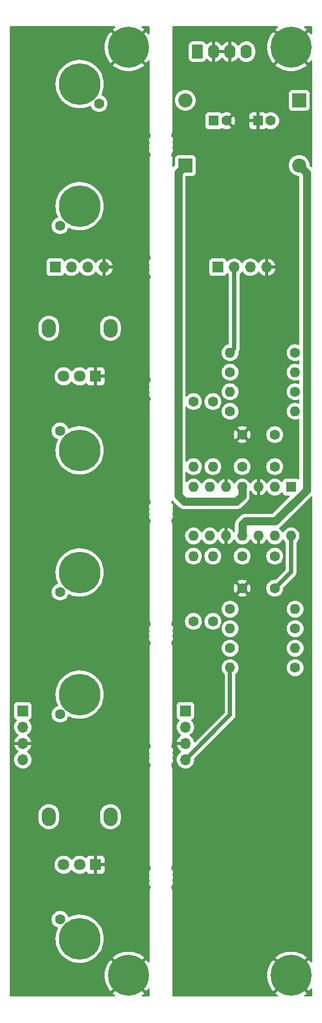
<source format=gbl>
%TF.GenerationSoftware,KiCad,Pcbnew,(6.0.6-0)*%
%TF.CreationDate,2022-09-02T19:29:53+01:00*%
%TF.ProjectId,4u-simple-integrator,34752d73-696d-4706-9c65-2d696e746567,r02*%
%TF.SameCoordinates,Original*%
%TF.FileFunction,Copper,L2,Bot*%
%TF.FilePolarity,Positive*%
%FSLAX46Y46*%
G04 Gerber Fmt 4.6, Leading zero omitted, Abs format (unit mm)*
G04 Created by KiCad (PCBNEW (6.0.6-0)) date 2022-09-02 19:29:53*
%MOMM*%
%LPD*%
G01*
G04 APERTURE LIST*
G04 Aperture macros list*
%AMRoundRect*
0 Rectangle with rounded corners*
0 $1 Rounding radius*
0 $2 $3 $4 $5 $6 $7 $8 $9 X,Y pos of 4 corners*
0 Add a 4 corners polygon primitive as box body*
4,1,4,$2,$3,$4,$5,$6,$7,$8,$9,$2,$3,0*
0 Add four circle primitives for the rounded corners*
1,1,$1+$1,$2,$3*
1,1,$1+$1,$4,$5*
1,1,$1+$1,$6,$7*
1,1,$1+$1,$8,$9*
0 Add four rect primitives between the rounded corners*
20,1,$1+$1,$2,$3,$4,$5,0*
20,1,$1+$1,$4,$5,$6,$7,0*
20,1,$1+$1,$6,$7,$8,$9,0*
20,1,$1+$1,$8,$9,$2,$3,0*%
G04 Aperture macros list end*
%TA.AperFunction,ComponentPad*%
%ADD10C,1.600000*%
%TD*%
%TA.AperFunction,ComponentPad*%
%ADD11R,1.700000X1.700000*%
%TD*%
%TA.AperFunction,ComponentPad*%
%ADD12O,1.700000X1.700000*%
%TD*%
%TA.AperFunction,ComponentPad*%
%ADD13R,2.200000X2.200000*%
%TD*%
%TA.AperFunction,ComponentPad*%
%ADD14O,2.200000X2.200000*%
%TD*%
%TA.AperFunction,ComponentPad*%
%ADD15O,1.600000X1.600000*%
%TD*%
%TA.AperFunction,ComponentPad*%
%ADD16RoundRect,0.250000X-0.620000X-0.845000X0.620000X-0.845000X0.620000X0.845000X-0.620000X0.845000X0*%
%TD*%
%TA.AperFunction,ComponentPad*%
%ADD17O,1.740000X2.190000*%
%TD*%
%TA.AperFunction,ComponentPad*%
%ADD18C,6.400000*%
%TD*%
%TA.AperFunction,ComponentPad*%
%ADD19R,1.600000X1.600000*%
%TD*%
%TA.AperFunction,ComponentPad*%
%ADD20C,6.500000*%
%TD*%
%TA.AperFunction,ComponentPad*%
%ADD21O,2.200000X2.900000*%
%TD*%
%TA.AperFunction,ComponentPad*%
%ADD22R,1.800000X1.800000*%
%TD*%
%TA.AperFunction,ComponentPad*%
%ADD23C,1.800000*%
%TD*%
%TA.AperFunction,ViaPad*%
%ADD24C,0.762000*%
%TD*%
%TA.AperFunction,Conductor*%
%ADD25C,0.635000*%
%TD*%
%TA.AperFunction,Conductor*%
%ADD26C,1.270000*%
%TD*%
G04 APERTURE END LIST*
D10*
%TO.P,C4,1*%
%TO.N,GND*%
X130810000Y-119935000D03*
%TO.P,C4,2*%
%TO.N,-12V*%
X130810000Y-114935000D03*
%TD*%
D11*
%TO.P,J7,1,Pin_1*%
%TO.N,Net-(J3-Pad1)*%
X101600000Y-69850000D03*
D12*
%TO.P,J7,2,Pin_2*%
%TO.N,Net-(J7-Pad2)*%
X104140000Y-69850000D03*
%TO.P,J7,3,Pin_3*%
%TO.N,Net-(J4-Pad1)*%
X106680000Y-69850000D03*
%TO.P,J7,4,Pin_4*%
%TO.N,GND*%
X109220000Y-69850000D03*
%TD*%
D13*
%TO.P,D1,1,K*%
%TO.N,+12V*%
X121920000Y-53975000D03*
D14*
%TO.P,D1,2,A*%
%TO.N,Net-(D1-Pad2)*%
X121920000Y-43815000D03*
%TD*%
D10*
%TO.P,R8,1*%
%TO.N,Net-(R12-Pad2)*%
X128905000Y-92329000D03*
D15*
%TO.P,R8,2*%
%TO.N,Net-(C2-Pad2)*%
X139065000Y-92329000D03*
%TD*%
D10*
%TO.P,R11,1*%
%TO.N,Net-(R11-Pad1)*%
X126238000Y-125095000D03*
D15*
%TO.P,R11,2*%
%TO.N,Net-(R11-Pad2)*%
X126238000Y-114935000D03*
%TD*%
D16*
%TO.P,J11,1,+12V*%
%TO.N,Net-(D1-Pad2)*%
X123825000Y-36214990D03*
D17*
%TO.P,J11,2,GND*%
%TO.N,GND*%
X126365000Y-36214990D03*
%TO.P,J11,3,GND*%
X128905000Y-36214990D03*
%TO.P,J11,4,-12V*%
%TO.N,Net-(D2-Pad1)*%
X131445000Y-36214990D03*
%TD*%
D10*
%TO.P,C3,1*%
%TO.N,+12V*%
X130810000Y-100965000D03*
%TO.P,C3,2*%
%TO.N,GND*%
X130810000Y-95965000D03*
%TD*%
%TO.P,R5,1*%
%TO.N,Net-(C1-Pad2)*%
X139065000Y-126238000D03*
D15*
%TO.P,R5,2*%
%TO.N,Net-(C1-Pad1)*%
X128905000Y-126238000D03*
%TD*%
D10*
%TO.P,R2,1*%
%TO.N,Net-(C1-Pad1)*%
X139065000Y-132334000D03*
D15*
%TO.P,R2,2*%
%TO.N,Net-(J10-Pad4)*%
X128905000Y-132334000D03*
%TD*%
D11*
%TO.P,J8,1,Pin_1*%
%TO.N,Net-(J5-Pad1)*%
X96520000Y-139065000D03*
D12*
%TO.P,J8,2,Pin_2*%
%TO.N,Net-(J6-Pad1)*%
X96520000Y-141605000D03*
%TO.P,J8,3,Pin_3*%
%TO.N,GND*%
X96520000Y-144145000D03*
%TO.P,J8,4,Pin_4*%
%TO.N,Net-(J8-Pad4)*%
X96520000Y-146685000D03*
%TD*%
D10*
%TO.P,R12,1*%
%TO.N,Net-(R10-Pad2)*%
X126238000Y-90805000D03*
D15*
%TO.P,R12,2*%
%TO.N,Net-(R12-Pad2)*%
X126238000Y-100965000D03*
%TD*%
D10*
%TO.P,R4,1*%
%TO.N,Net-(J10-Pad2)*%
X128905000Y-129286000D03*
D15*
%TO.P,R4,2*%
%TO.N,Net-(C1-Pad2)*%
X139065000Y-129286000D03*
%TD*%
D10*
%TO.P,R3,1*%
%TO.N,Net-(J9-Pad3)*%
X128905000Y-86233000D03*
D15*
%TO.P,R3,2*%
%TO.N,Net-(C2-Pad2)*%
X139065000Y-86233000D03*
%TD*%
D10*
%TO.P,C1,1*%
%TO.N,Net-(C1-Pad1)*%
X135890000Y-114935000D03*
%TO.P,C1,2*%
%TO.N,Net-(C1-Pad2)*%
X135890000Y-119935000D03*
%TD*%
%TO.P,R9,1*%
%TO.N,Net-(J10-Pad1)*%
X123190000Y-125095000D03*
D15*
%TO.P,R9,2*%
%TO.N,Net-(R11-Pad1)*%
X123190000Y-114935000D03*
%TD*%
D10*
%TO.P,R1,1*%
%TO.N,Net-(C2-Pad1)*%
X139065000Y-83185000D03*
D15*
%TO.P,R1,2*%
%TO.N,Net-(J9-Pad2)*%
X128905000Y-83185000D03*
%TD*%
D10*
%TO.P,R6,1*%
%TO.N,Net-(C2-Pad2)*%
X139065000Y-89281000D03*
D15*
%TO.P,R6,2*%
%TO.N,Net-(C2-Pad1)*%
X128905000Y-89281000D03*
%TD*%
D18*
%TO.P,H1,1,1*%
%TO.N,GND*%
X138430000Y-180340000D03*
%TD*%
D19*
%TO.P,C5,1*%
%TO.N,+12V*%
X126365000Y-46990000D03*
D10*
%TO.P,C5,2*%
%TO.N,GND*%
X128365000Y-46990000D03*
%TD*%
%TO.P,C2,1*%
%TO.N,Net-(C2-Pad1)*%
X135890000Y-100965000D03*
%TO.P,C2,2*%
%TO.N,Net-(C2-Pad2)*%
X135890000Y-95965000D03*
%TD*%
D18*
%TO.P,H3,1,1*%
%TO.N,GND*%
X113030000Y-180340000D03*
%TD*%
%TO.P,H4,1,1*%
%TO.N,GND*%
X113030000Y-35560000D03*
%TD*%
D10*
%TO.P,R10,1*%
%TO.N,Net-(J9-Pad1)*%
X123190000Y-90805000D03*
D15*
%TO.P,R10,2*%
%TO.N,Net-(R10-Pad2)*%
X123190000Y-100965000D03*
%TD*%
D19*
%TO.P,U1,1*%
%TO.N,Net-(C2-Pad2)*%
X138435000Y-104150000D03*
D15*
%TO.P,U1,2,-*%
%TO.N,Net-(C2-Pad1)*%
X135895000Y-104150000D03*
%TO.P,U1,3,+*%
%TO.N,GND*%
X133355000Y-104150000D03*
%TO.P,U1,4,V+*%
%TO.N,+12V*%
X130815000Y-104150000D03*
%TO.P,U1,5,+*%
%TO.N,GND*%
X128275000Y-104150000D03*
%TO.P,U1,6,-*%
%TO.N,Net-(R12-Pad2)*%
X125735000Y-104150000D03*
%TO.P,U1,7*%
%TO.N,Net-(R10-Pad2)*%
X123195000Y-104150000D03*
%TO.P,U1,8*%
%TO.N,Net-(R11-Pad1)*%
X123195000Y-111770000D03*
%TO.P,U1,9,-*%
%TO.N,Net-(R11-Pad2)*%
X125735000Y-111770000D03*
%TO.P,U1,10,+*%
%TO.N,GND*%
X128275000Y-111770000D03*
%TO.P,U1,11,V-*%
%TO.N,-12V*%
X130815000Y-111770000D03*
%TO.P,U1,12,+*%
%TO.N,GND*%
X133355000Y-111770000D03*
%TO.P,U1,13,-*%
%TO.N,Net-(C1-Pad1)*%
X135895000Y-111770000D03*
%TO.P,U1,14*%
%TO.N,Net-(C1-Pad2)*%
X138435000Y-111770000D03*
%TD*%
D19*
%TO.P,C6,1*%
%TO.N,GND*%
X133255000Y-46990000D03*
D10*
%TO.P,C6,2*%
%TO.N,-12V*%
X135255000Y-46990000D03*
%TD*%
%TO.P,R7,1*%
%TO.N,Net-(R11-Pad2)*%
X128905000Y-123190000D03*
D15*
%TO.P,R7,2*%
%TO.N,Net-(C1-Pad2)*%
X139065000Y-123190000D03*
%TD*%
D13*
%TO.P,D2,1,K*%
%TO.N,Net-(D2-Pad1)*%
X139700000Y-43815000D03*
D14*
%TO.P,D2,2,A*%
%TO.N,-12V*%
X139700000Y-53975000D03*
%TD*%
D18*
%TO.P,H2,1,1*%
%TO.N,GND*%
X138430000Y-35560000D03*
%TD*%
D20*
%TO.P,J1,1*%
%TO.N,Net-(J1-Pad1)*%
X105410000Y-98425000D03*
D10*
X102362000Y-95377000D03*
%TD*%
D20*
%TO.P,J4,1*%
%TO.N,Net-(J4-Pad1)*%
X105410000Y-41275000D03*
D10*
X108458000Y-44323000D03*
%TD*%
D20*
%TO.P,J3,1*%
%TO.N,Net-(J3-Pad1)*%
X105410000Y-60325000D03*
D10*
X102362000Y-63373000D03*
%TD*%
D11*
%TO.P,J10,1,Pin_1*%
%TO.N,Net-(J10-Pad1)*%
X121920000Y-139065000D03*
D12*
%TO.P,J10,2,Pin_2*%
%TO.N,Net-(J10-Pad2)*%
X121920000Y-141605000D03*
%TO.P,J10,3,Pin_3*%
%TO.N,GND*%
X121920000Y-144145000D03*
%TO.P,J10,4,Pin_4*%
%TO.N,Net-(J10-Pad4)*%
X121920000Y-146685000D03*
%TD*%
D21*
%TO.P,RV2,*%
%TO.N,*%
X110210000Y-155575000D03*
X100610000Y-155575000D03*
D22*
%TO.P,RV2,1,1*%
%TO.N,GND*%
X107910000Y-163075000D03*
D23*
%TO.P,RV2,2,2*%
%TO.N,Net-(J8-Pad4)*%
X105410000Y-163075000D03*
%TO.P,RV2,3,3*%
%TO.N,Net-(J2-Pad1)*%
X102910000Y-163075000D03*
%TD*%
D21*
%TO.P,RV1,*%
%TO.N,*%
X100610000Y-79375000D03*
X110210000Y-79375000D03*
D22*
%TO.P,RV1,1,1*%
%TO.N,GND*%
X107910000Y-86875000D03*
D23*
%TO.P,RV1,2,2*%
%TO.N,Net-(J7-Pad2)*%
X105410000Y-86875000D03*
%TO.P,RV1,3,3*%
%TO.N,Net-(J1-Pad1)*%
X102910000Y-86875000D03*
%TD*%
D11*
%TO.P,J9,1,Pin_1*%
%TO.N,Net-(J9-Pad1)*%
X127000000Y-69850000D03*
D12*
%TO.P,J9,2,Pin_2*%
%TO.N,Net-(J9-Pad2)*%
X129540000Y-69850000D03*
%TO.P,J9,3,Pin_3*%
%TO.N,Net-(J9-Pad3)*%
X132080000Y-69850000D03*
%TO.P,J9,4,Pin_4*%
%TO.N,GND*%
X134620000Y-69850000D03*
%TD*%
D10*
%TO.P,J5,1*%
%TO.N,Net-(J5-Pad1)*%
X102362000Y-139573000D03*
D20*
X105410000Y-136525000D03*
%TD*%
D10*
%TO.P,J6,1*%
%TO.N,Net-(J6-Pad1)*%
X102362000Y-120523000D03*
D20*
X105410000Y-117475000D03*
%TD*%
%TO.P,J2,1*%
%TO.N,Net-(J2-Pad1)*%
X105410000Y-174625000D03*
D10*
X102362000Y-171577000D03*
%TD*%
D24*
%TO.N,GND*%
X124714000Y-118745000D03*
X130810000Y-77470000D03*
X136017000Y-88773000D03*
%TD*%
D25*
%TO.N,Net-(C1-Pad2)*%
X138435000Y-117390000D02*
X138435000Y-111770000D01*
X135890000Y-119935000D02*
X138435000Y-117390000D01*
D26*
%TO.N,+12V*%
X121768587Y-106426000D02*
X129921000Y-106426000D01*
X120796588Y-105454001D02*
X121768587Y-106426000D01*
X120796588Y-55098412D02*
X120796588Y-105454001D01*
X130815000Y-105532000D02*
X130815000Y-104150000D01*
X129921000Y-106426000D02*
X130815000Y-105532000D01*
X121920000Y-53975000D02*
X120796588Y-55098412D01*
%TO.N,-12V*%
X136017000Y-109474000D02*
X131318000Y-109474000D01*
X131318000Y-109474000D02*
X130815000Y-109977000D01*
X130815000Y-109977000D02*
X130815000Y-111770000D01*
X140881000Y-104610000D02*
X136017000Y-109474000D01*
X139700000Y-53975000D02*
X140881000Y-55156000D01*
X140881000Y-55156000D02*
X140881000Y-104610000D01*
D25*
%TO.N,Net-(J9-Pad2)*%
X129540000Y-82550000D02*
X128905000Y-83185000D01*
X129540000Y-69850000D02*
X129540000Y-82550000D01*
%TO.N,Net-(J10-Pad4)*%
X121920000Y-146685000D02*
X128905000Y-139700000D01*
X128905000Y-139700000D02*
X128905000Y-132334000D01*
%TD*%
%TA.AperFunction,Conductor*%
%TO.N,GND*%
G36*
X136348437Y-32278502D02*
G01*
X136394930Y-32332158D01*
X136405034Y-32402432D01*
X136375540Y-32467012D01*
X136348940Y-32490173D01*
X136250265Y-32554253D01*
X136244939Y-32558123D01*
X136006165Y-32751478D01*
X135997700Y-32763733D01*
X136004034Y-32774824D01*
X138417188Y-35187978D01*
X138431132Y-35195592D01*
X138432965Y-35195461D01*
X138439580Y-35191210D01*
X140855100Y-32775690D01*
X140862241Y-32762614D01*
X140854784Y-32752247D01*
X140615065Y-32558126D01*
X140609728Y-32554249D01*
X140511059Y-32490172D01*
X140464822Y-32436296D01*
X140455053Y-32365975D01*
X140484853Y-32301535D01*
X140544762Y-32263436D01*
X140579684Y-32258500D01*
X141555633Y-32258500D01*
X141575018Y-32260000D01*
X141589853Y-32262310D01*
X141589855Y-32262310D01*
X141598724Y-32263691D01*
X141604508Y-32262935D01*
X141670868Y-32283307D01*
X141716700Y-32337528D01*
X141725165Y-32378873D01*
X141726309Y-32378723D01*
X141726309Y-32378724D01*
X141726329Y-32378873D01*
X141730436Y-32410283D01*
X141731500Y-32426621D01*
X141731500Y-33410316D01*
X141711498Y-33478437D01*
X141657842Y-33524930D01*
X141587568Y-33535034D01*
X141522988Y-33505540D01*
X141499827Y-33478940D01*
X141435747Y-33380265D01*
X141431877Y-33374939D01*
X141238522Y-33136165D01*
X141226267Y-33127700D01*
X141215176Y-33134034D01*
X138802022Y-35547188D01*
X138794408Y-35561132D01*
X138794539Y-35562965D01*
X138798790Y-35569580D01*
X141214310Y-37985100D01*
X141227386Y-37992241D01*
X141237753Y-37984784D01*
X141431877Y-37745061D01*
X141435747Y-37739735D01*
X141499827Y-37641060D01*
X141553704Y-37594823D01*
X141624025Y-37585053D01*
X141688465Y-37614853D01*
X141726564Y-37674761D01*
X141731500Y-37709684D01*
X141731500Y-54085157D01*
X141711498Y-54153278D01*
X141657842Y-54199771D01*
X141587568Y-54209875D01*
X141522988Y-54180381D01*
X141516405Y-54174252D01*
X141346030Y-54003877D01*
X141312004Y-53941565D01*
X141309513Y-53924668D01*
X141293997Y-53727531D01*
X141293609Y-53722597D01*
X141234505Y-53476409D01*
X141137616Y-53242498D01*
X141005328Y-53026624D01*
X140840898Y-52834102D01*
X140648376Y-52669672D01*
X140432502Y-52537384D01*
X140427932Y-52535491D01*
X140427928Y-52535489D01*
X140203164Y-52442389D01*
X140203162Y-52442388D01*
X140198591Y-52440495D01*
X140113968Y-52420179D01*
X139957216Y-52382546D01*
X139957210Y-52382545D01*
X139952403Y-52381391D01*
X139700000Y-52361526D01*
X139447597Y-52381391D01*
X139442790Y-52382545D01*
X139442784Y-52382546D01*
X139286032Y-52420179D01*
X139201409Y-52440495D01*
X139196838Y-52442388D01*
X139196836Y-52442389D01*
X138972072Y-52535489D01*
X138972068Y-52535491D01*
X138967498Y-52537384D01*
X138751624Y-52669672D01*
X138559102Y-52834102D01*
X138394672Y-53026624D01*
X138262384Y-53242498D01*
X138165495Y-53476409D01*
X138106391Y-53722597D01*
X138086526Y-53975000D01*
X138106391Y-54227403D01*
X138165495Y-54473591D01*
X138262384Y-54707502D01*
X138394672Y-54923376D01*
X138559102Y-55115898D01*
X138751624Y-55280328D01*
X138967498Y-55412616D01*
X138972068Y-55414509D01*
X138972072Y-55414511D01*
X139042401Y-55443642D01*
X139201409Y-55509505D01*
X139268513Y-55525615D01*
X139442784Y-55567454D01*
X139442790Y-55567455D01*
X139447597Y-55568609D01*
X139621386Y-55582287D01*
X139687728Y-55607573D01*
X139729867Y-55664711D01*
X139737500Y-55707899D01*
X139737500Y-81857042D01*
X139717498Y-81925163D01*
X139663842Y-81971656D01*
X139593568Y-81981760D01*
X139558252Y-81971238D01*
X139514243Y-81950716D01*
X139508935Y-81949294D01*
X139508933Y-81949293D01*
X139298402Y-81892881D01*
X139298400Y-81892881D01*
X139293087Y-81891457D01*
X139065000Y-81871502D01*
X138836913Y-81891457D01*
X138831600Y-81892881D01*
X138831598Y-81892881D01*
X138621067Y-81949293D01*
X138621065Y-81949294D01*
X138615757Y-81950716D01*
X138610776Y-81953039D01*
X138610775Y-81953039D01*
X138413238Y-82045151D01*
X138413233Y-82045154D01*
X138408251Y-82047477D01*
X138303389Y-82120902D01*
X138225211Y-82175643D01*
X138225208Y-82175645D01*
X138220700Y-82178802D01*
X138058802Y-82340700D01*
X137927477Y-82528251D01*
X137925154Y-82533233D01*
X137925151Y-82533238D01*
X137833039Y-82730775D01*
X137830716Y-82735757D01*
X137829294Y-82741065D01*
X137829293Y-82741067D01*
X137772881Y-82951598D01*
X137771457Y-82956913D01*
X137751502Y-83185000D01*
X137771457Y-83413087D01*
X137830716Y-83634243D01*
X137833039Y-83639224D01*
X137833039Y-83639225D01*
X137925151Y-83836762D01*
X137925154Y-83836767D01*
X137927477Y-83841749D01*
X138058802Y-84029300D01*
X138220700Y-84191198D01*
X138225208Y-84194355D01*
X138225211Y-84194357D01*
X138303389Y-84249098D01*
X138408251Y-84322523D01*
X138413233Y-84324846D01*
X138413238Y-84324849D01*
X138571749Y-84398763D01*
X138615757Y-84419284D01*
X138621065Y-84420706D01*
X138621067Y-84420707D01*
X138831598Y-84477119D01*
X138831600Y-84477119D01*
X138836913Y-84478543D01*
X139065000Y-84498498D01*
X139293087Y-84478543D01*
X139298400Y-84477119D01*
X139298402Y-84477119D01*
X139508933Y-84420707D01*
X139508935Y-84420706D01*
X139514243Y-84419284D01*
X139558251Y-84398763D01*
X139628441Y-84388102D01*
X139693254Y-84417082D01*
X139732111Y-84476501D01*
X139737500Y-84512958D01*
X139737500Y-84905042D01*
X139717498Y-84973163D01*
X139663842Y-85019656D01*
X139593568Y-85029760D01*
X139558252Y-85019238D01*
X139514243Y-84998716D01*
X139508935Y-84997294D01*
X139508933Y-84997293D01*
X139298402Y-84940881D01*
X139298400Y-84940881D01*
X139293087Y-84939457D01*
X139065000Y-84919502D01*
X138836913Y-84939457D01*
X138831600Y-84940881D01*
X138831598Y-84940881D01*
X138621067Y-84997293D01*
X138621065Y-84997294D01*
X138615757Y-84998716D01*
X138610776Y-85001039D01*
X138610775Y-85001039D01*
X138413238Y-85093151D01*
X138413233Y-85093154D01*
X138408251Y-85095477D01*
X138303389Y-85168902D01*
X138225211Y-85223643D01*
X138225208Y-85223645D01*
X138220700Y-85226802D01*
X138058802Y-85388700D01*
X137927477Y-85576251D01*
X137925154Y-85581233D01*
X137925151Y-85581238D01*
X137833039Y-85778775D01*
X137830716Y-85783757D01*
X137771457Y-86004913D01*
X137751502Y-86233000D01*
X137771457Y-86461087D01*
X137772881Y-86466400D01*
X137772881Y-86466402D01*
X137815794Y-86626552D01*
X137830716Y-86682243D01*
X137833039Y-86687224D01*
X137833039Y-86687225D01*
X137925151Y-86884762D01*
X137925154Y-86884767D01*
X137927477Y-86889749D01*
X138058802Y-87077300D01*
X138220700Y-87239198D01*
X138225208Y-87242355D01*
X138225211Y-87242357D01*
X138269657Y-87273478D01*
X138408251Y-87370523D01*
X138413233Y-87372846D01*
X138413238Y-87372849D01*
X138571749Y-87446763D01*
X138615757Y-87467284D01*
X138621065Y-87468706D01*
X138621067Y-87468707D01*
X138831598Y-87525119D01*
X138831600Y-87525119D01*
X138836913Y-87526543D01*
X139065000Y-87546498D01*
X139293087Y-87526543D01*
X139298400Y-87525119D01*
X139298402Y-87525119D01*
X139508933Y-87468707D01*
X139508935Y-87468706D01*
X139514243Y-87467284D01*
X139558251Y-87446763D01*
X139628441Y-87436102D01*
X139693254Y-87465082D01*
X139732111Y-87524501D01*
X139737500Y-87560958D01*
X139737500Y-87953042D01*
X139717498Y-88021163D01*
X139663842Y-88067656D01*
X139593568Y-88077760D01*
X139558252Y-88067238D01*
X139514243Y-88046716D01*
X139508935Y-88045294D01*
X139508933Y-88045293D01*
X139298402Y-87988881D01*
X139298400Y-87988881D01*
X139293087Y-87987457D01*
X139065000Y-87967502D01*
X138836913Y-87987457D01*
X138831600Y-87988881D01*
X138831598Y-87988881D01*
X138621067Y-88045293D01*
X138621065Y-88045294D01*
X138615757Y-88046716D01*
X138610776Y-88049039D01*
X138610775Y-88049039D01*
X138413238Y-88141151D01*
X138413233Y-88141154D01*
X138408251Y-88143477D01*
X138303389Y-88216902D01*
X138225211Y-88271643D01*
X138225208Y-88271645D01*
X138220700Y-88274802D01*
X138058802Y-88436700D01*
X138055645Y-88441208D01*
X138055643Y-88441211D01*
X138000902Y-88519389D01*
X137927477Y-88624251D01*
X137925154Y-88629233D01*
X137925151Y-88629238D01*
X137833039Y-88826775D01*
X137830716Y-88831757D01*
X137771457Y-89052913D01*
X137751502Y-89281000D01*
X137771457Y-89509087D01*
X137772881Y-89514400D01*
X137772881Y-89514402D01*
X137813275Y-89665151D01*
X137830716Y-89730243D01*
X137833039Y-89735224D01*
X137833039Y-89735225D01*
X137925151Y-89932762D01*
X137925154Y-89932767D01*
X137927477Y-89937749D01*
X138058802Y-90125300D01*
X138220700Y-90287198D01*
X138225208Y-90290355D01*
X138225211Y-90290357D01*
X138303389Y-90345098D01*
X138408251Y-90418523D01*
X138413233Y-90420846D01*
X138413238Y-90420849D01*
X138571749Y-90494763D01*
X138615757Y-90515284D01*
X138621065Y-90516706D01*
X138621067Y-90516707D01*
X138831598Y-90573119D01*
X138831600Y-90573119D01*
X138836913Y-90574543D01*
X139065000Y-90594498D01*
X139293087Y-90574543D01*
X139298400Y-90573119D01*
X139298402Y-90573119D01*
X139508933Y-90516707D01*
X139508935Y-90516706D01*
X139514243Y-90515284D01*
X139558251Y-90494763D01*
X139628441Y-90484102D01*
X139693254Y-90513082D01*
X139732111Y-90572501D01*
X139737500Y-90608958D01*
X139737500Y-91001042D01*
X139717498Y-91069163D01*
X139663842Y-91115656D01*
X139593568Y-91125760D01*
X139558252Y-91115238D01*
X139514243Y-91094716D01*
X139508935Y-91093294D01*
X139508933Y-91093293D01*
X139298402Y-91036881D01*
X139298400Y-91036881D01*
X139293087Y-91035457D01*
X139065000Y-91015502D01*
X138836913Y-91035457D01*
X138831600Y-91036881D01*
X138831598Y-91036881D01*
X138621067Y-91093293D01*
X138621065Y-91093294D01*
X138615757Y-91094716D01*
X138610776Y-91097039D01*
X138610775Y-91097039D01*
X138413238Y-91189151D01*
X138413233Y-91189154D01*
X138408251Y-91191477D01*
X138368343Y-91219421D01*
X138225211Y-91319643D01*
X138225208Y-91319645D01*
X138220700Y-91322802D01*
X138058802Y-91484700D01*
X137927477Y-91672251D01*
X137925154Y-91677233D01*
X137925151Y-91677238D01*
X137862685Y-91811198D01*
X137830716Y-91879757D01*
X137829294Y-91885065D01*
X137829293Y-91885067D01*
X137787589Y-92040707D01*
X137771457Y-92100913D01*
X137751502Y-92329000D01*
X137771457Y-92557087D01*
X137830716Y-92778243D01*
X137833039Y-92783224D01*
X137833039Y-92783225D01*
X137925151Y-92980762D01*
X137925154Y-92980767D01*
X137927477Y-92985749D01*
X138058802Y-93173300D01*
X138220700Y-93335198D01*
X138225208Y-93338355D01*
X138225211Y-93338357D01*
X138303389Y-93393098D01*
X138408251Y-93466523D01*
X138413233Y-93468846D01*
X138413238Y-93468849D01*
X138571749Y-93542763D01*
X138615757Y-93563284D01*
X138621065Y-93564706D01*
X138621067Y-93564707D01*
X138831598Y-93621119D01*
X138831600Y-93621119D01*
X138836913Y-93622543D01*
X139065000Y-93642498D01*
X139293087Y-93622543D01*
X139298400Y-93621119D01*
X139298402Y-93621119D01*
X139508933Y-93564707D01*
X139508935Y-93564706D01*
X139514243Y-93563284D01*
X139558251Y-93542763D01*
X139628441Y-93532102D01*
X139693254Y-93561082D01*
X139732111Y-93620501D01*
X139737500Y-93656958D01*
X139737500Y-102839202D01*
X139717498Y-102907323D01*
X139663842Y-102953816D01*
X139593568Y-102963920D01*
X139535935Y-102940028D01*
X139488892Y-102904771D01*
X139488890Y-102904770D01*
X139481705Y-102899385D01*
X139345316Y-102848255D01*
X139283134Y-102841500D01*
X137586866Y-102841500D01*
X137524684Y-102848255D01*
X137388295Y-102899385D01*
X137271739Y-102986739D01*
X137184385Y-103103295D01*
X137133255Y-103239684D01*
X137132083Y-103250474D01*
X137131197Y-103252606D01*
X137130575Y-103255222D01*
X137130152Y-103255121D01*
X137104845Y-103316035D01*
X137046483Y-103356463D01*
X136975529Y-103358922D01*
X136914510Y-103322629D01*
X136907511Y-103313969D01*
X136904354Y-103310207D01*
X136901198Y-103305700D01*
X136739300Y-103143802D01*
X136734792Y-103140645D01*
X136734789Y-103140643D01*
X136656611Y-103085902D01*
X136551749Y-103012477D01*
X136546767Y-103010154D01*
X136546762Y-103010151D01*
X136349225Y-102918039D01*
X136349224Y-102918039D01*
X136344243Y-102915716D01*
X136338935Y-102914294D01*
X136338933Y-102914293D01*
X136128402Y-102857881D01*
X136128400Y-102857881D01*
X136123087Y-102856457D01*
X135895000Y-102836502D01*
X135666913Y-102856457D01*
X135661600Y-102857881D01*
X135661598Y-102857881D01*
X135451067Y-102914293D01*
X135451065Y-102914294D01*
X135445757Y-102915716D01*
X135440776Y-102918039D01*
X135440775Y-102918039D01*
X135243238Y-103010151D01*
X135243233Y-103010154D01*
X135238251Y-103012477D01*
X135133389Y-103085902D01*
X135055211Y-103140643D01*
X135055208Y-103140645D01*
X135050700Y-103143802D01*
X134888802Y-103305700D01*
X134757477Y-103493251D01*
X134755154Y-103498233D01*
X134755151Y-103498238D01*
X134738919Y-103533049D01*
X134692002Y-103586334D01*
X134623725Y-103605795D01*
X134555765Y-103585253D01*
X134510529Y-103533049D01*
X134494414Y-103498489D01*
X134488931Y-103488993D01*
X134363972Y-103310533D01*
X134356916Y-103302125D01*
X134202875Y-103148084D01*
X134194467Y-103141028D01*
X134016007Y-103016069D01*
X134006511Y-103010586D01*
X133809053Y-102918510D01*
X133798761Y-102914764D01*
X133626497Y-102868606D01*
X133612401Y-102868942D01*
X133609000Y-102876884D01*
X133609000Y-105417967D01*
X133612973Y-105431498D01*
X133621522Y-105432727D01*
X133798761Y-105385236D01*
X133809053Y-105381490D01*
X134006511Y-105289414D01*
X134016007Y-105283931D01*
X134194467Y-105158972D01*
X134202875Y-105151916D01*
X134356916Y-104997875D01*
X134363972Y-104989467D01*
X134488931Y-104811007D01*
X134494414Y-104801511D01*
X134510529Y-104766951D01*
X134557446Y-104713666D01*
X134625723Y-104694205D01*
X134693683Y-104714747D01*
X134738919Y-104766951D01*
X134755151Y-104801762D01*
X134755154Y-104801767D01*
X134757477Y-104806749D01*
X134830902Y-104911611D01*
X134879033Y-104980348D01*
X134888802Y-104994300D01*
X135050700Y-105156198D01*
X135055208Y-105159355D01*
X135055211Y-105159357D01*
X135114015Y-105200532D01*
X135238251Y-105287523D01*
X135243233Y-105289846D01*
X135243238Y-105289849D01*
X135439765Y-105381490D01*
X135445757Y-105384284D01*
X135451065Y-105385706D01*
X135451067Y-105385707D01*
X135661598Y-105442119D01*
X135661600Y-105442119D01*
X135666913Y-105443543D01*
X135895000Y-105463498D01*
X136123087Y-105443543D01*
X136128400Y-105442119D01*
X136128402Y-105442119D01*
X136338933Y-105385707D01*
X136338935Y-105385706D01*
X136344243Y-105384284D01*
X136350235Y-105381490D01*
X136546762Y-105289849D01*
X136546767Y-105289846D01*
X136551749Y-105287523D01*
X136675985Y-105200532D01*
X136734789Y-105159357D01*
X136734792Y-105159355D01*
X136739300Y-105156198D01*
X136901198Y-104994300D01*
X136904357Y-104989789D01*
X136907892Y-104985576D01*
X136909026Y-104986527D01*
X136959071Y-104946529D01*
X137029690Y-104939224D01*
X137093049Y-104971258D01*
X137129030Y-105032462D01*
X137132082Y-105049517D01*
X137133255Y-105060316D01*
X137184385Y-105196705D01*
X137271739Y-105313261D01*
X137388295Y-105400615D01*
X137524684Y-105451745D01*
X137586866Y-105458500D01*
X138111157Y-105458500D01*
X138179278Y-105478502D01*
X138225771Y-105532158D01*
X138235875Y-105602432D01*
X138206381Y-105667012D01*
X138200252Y-105673595D01*
X135580252Y-108293595D01*
X135517940Y-108327621D01*
X135491157Y-108330500D01*
X131360794Y-108330500D01*
X131352553Y-108330230D01*
X131312746Y-108327621D01*
X131287938Y-108325995D01*
X131200074Y-108336395D01*
X131196807Y-108336737D01*
X131170998Y-108339109D01*
X131114476Y-108344302D01*
X131114474Y-108344302D01*
X131108721Y-108344831D01*
X131103159Y-108346400D01*
X131099601Y-108347059D01*
X131088551Y-108349257D01*
X131084970Y-108350018D01*
X131079234Y-108350697D01*
X130994731Y-108376935D01*
X130991599Y-108377863D01*
X130906451Y-108401877D01*
X130901269Y-108404433D01*
X130897824Y-108405755D01*
X130887421Y-108409906D01*
X130884042Y-108411305D01*
X130878526Y-108413018D01*
X130873420Y-108415704D01*
X130873416Y-108415706D01*
X130800217Y-108454218D01*
X130797277Y-108455716D01*
X130723141Y-108492275D01*
X130723137Y-108492278D01*
X130717963Y-108494829D01*
X130713338Y-108498283D01*
X130710172Y-108500223D01*
X130700759Y-108506162D01*
X130697649Y-108508181D01*
X130692537Y-108510871D01*
X130688003Y-108514446D01*
X130688002Y-108514446D01*
X130623058Y-108565644D01*
X130620457Y-108567640D01*
X130549571Y-108620573D01*
X130493761Y-108680948D01*
X130490332Y-108684514D01*
X130036688Y-109138159D01*
X130030669Y-109143796D01*
X129981981Y-109186494D01*
X129978406Y-109191029D01*
X129978405Y-109191030D01*
X129927202Y-109255982D01*
X129925124Y-109258547D01*
X129872266Y-109322100D01*
X129872262Y-109322105D01*
X129868574Y-109326540D01*
X129865755Y-109331574D01*
X129863686Y-109334584D01*
X129857492Y-109343854D01*
X129855449Y-109346999D01*
X129851872Y-109351537D01*
X129849184Y-109356645D01*
X129849182Y-109356649D01*
X129810688Y-109429816D01*
X129809118Y-109432706D01*
X129765885Y-109509904D01*
X129764028Y-109515376D01*
X129762514Y-109518776D01*
X129758127Y-109528987D01*
X129756705Y-109532421D01*
X129754018Y-109537527D01*
X129752306Y-109543041D01*
X129752305Y-109543043D01*
X129727788Y-109621999D01*
X129726769Y-109625135D01*
X129698331Y-109708912D01*
X129697502Y-109714625D01*
X129696659Y-109718138D01*
X129694167Y-109729151D01*
X129693409Y-109732718D01*
X129691696Y-109738234D01*
X129691018Y-109743962D01*
X129691017Y-109743967D01*
X129681297Y-109826098D01*
X129680870Y-109829340D01*
X129668175Y-109916897D01*
X129670570Y-109977853D01*
X129671403Y-109999054D01*
X129671500Y-110004001D01*
X129671500Y-111098135D01*
X129659693Y-111151389D01*
X129658917Y-111153053D01*
X129611998Y-111206336D01*
X129543720Y-111225795D01*
X129475761Y-111205251D01*
X129430529Y-111153049D01*
X129414414Y-111118489D01*
X129408931Y-111108993D01*
X129283972Y-110930533D01*
X129276916Y-110922125D01*
X129122875Y-110768084D01*
X129114467Y-110761028D01*
X128936007Y-110636069D01*
X128926511Y-110630586D01*
X128729053Y-110538510D01*
X128718761Y-110534764D01*
X128546497Y-110488606D01*
X128532401Y-110488942D01*
X128529000Y-110496884D01*
X128529000Y-113037967D01*
X128532973Y-113051498D01*
X128541522Y-113052727D01*
X128718761Y-113005236D01*
X128729053Y-113001490D01*
X128926511Y-112909414D01*
X128936007Y-112903931D01*
X129114467Y-112778972D01*
X129122875Y-112771916D01*
X129276916Y-112617875D01*
X129283972Y-112609467D01*
X129408931Y-112431007D01*
X129414414Y-112421511D01*
X129430529Y-112386951D01*
X129477446Y-112333666D01*
X129545723Y-112314205D01*
X129613683Y-112334747D01*
X129658919Y-112386951D01*
X129675151Y-112421762D01*
X129675154Y-112421767D01*
X129677477Y-112426749D01*
X129808802Y-112614300D01*
X129970700Y-112776198D01*
X129975208Y-112779355D01*
X129975211Y-112779357D01*
X129989000Y-112789012D01*
X130158251Y-112907523D01*
X130163233Y-112909846D01*
X130163238Y-112909849D01*
X130359765Y-113001490D01*
X130365757Y-113004284D01*
X130371065Y-113005706D01*
X130371067Y-113005707D01*
X130581598Y-113062119D01*
X130581600Y-113062119D01*
X130586913Y-113063543D01*
X130815000Y-113083498D01*
X131043087Y-113063543D01*
X131048400Y-113062119D01*
X131048402Y-113062119D01*
X131258933Y-113005707D01*
X131258935Y-113005706D01*
X131264243Y-113004284D01*
X131270235Y-113001490D01*
X131466762Y-112909849D01*
X131466767Y-112909846D01*
X131471749Y-112907523D01*
X131641000Y-112789012D01*
X131654789Y-112779357D01*
X131654792Y-112779355D01*
X131659300Y-112776198D01*
X131821198Y-112614300D01*
X131952523Y-112426749D01*
X131954846Y-112421767D01*
X131954849Y-112421762D01*
X131971081Y-112386951D01*
X132017998Y-112333666D01*
X132086275Y-112314205D01*
X132154235Y-112334747D01*
X132199471Y-112386951D01*
X132215586Y-112421511D01*
X132221069Y-112431007D01*
X132346028Y-112609467D01*
X132353084Y-112617875D01*
X132507125Y-112771916D01*
X132515533Y-112778972D01*
X132693993Y-112903931D01*
X132703489Y-112909414D01*
X132900947Y-113001490D01*
X132911239Y-113005236D01*
X133083503Y-113051394D01*
X133097599Y-113051058D01*
X133101000Y-113043116D01*
X133101000Y-111642000D01*
X133121002Y-111573879D01*
X133174658Y-111527386D01*
X133227000Y-111516000D01*
X133483000Y-111516000D01*
X133551121Y-111536002D01*
X133597614Y-111589658D01*
X133609000Y-111642000D01*
X133609000Y-113037967D01*
X133612973Y-113051498D01*
X133621522Y-113052727D01*
X133798761Y-113005236D01*
X133809053Y-113001490D01*
X134006511Y-112909414D01*
X134016007Y-112903931D01*
X134194467Y-112778972D01*
X134202875Y-112771916D01*
X134356916Y-112617875D01*
X134363972Y-112609467D01*
X134488931Y-112431007D01*
X134494414Y-112421511D01*
X134510529Y-112386951D01*
X134557446Y-112333666D01*
X134625723Y-112314205D01*
X134693683Y-112334747D01*
X134738919Y-112386951D01*
X134755151Y-112421762D01*
X134755154Y-112421767D01*
X134757477Y-112426749D01*
X134888802Y-112614300D01*
X135050700Y-112776198D01*
X135055208Y-112779355D01*
X135055211Y-112779357D01*
X135069000Y-112789012D01*
X135238251Y-112907523D01*
X135243233Y-112909846D01*
X135243238Y-112909849D01*
X135439765Y-113001490D01*
X135445757Y-113004284D01*
X135451065Y-113005706D01*
X135451067Y-113005707D01*
X135661598Y-113062119D01*
X135661600Y-113062119D01*
X135666913Y-113063543D01*
X135895000Y-113083498D01*
X136123087Y-113063543D01*
X136128400Y-113062119D01*
X136128402Y-113062119D01*
X136338933Y-113005707D01*
X136338935Y-113005706D01*
X136344243Y-113004284D01*
X136350235Y-113001490D01*
X136546762Y-112909849D01*
X136546767Y-112909846D01*
X136551749Y-112907523D01*
X136721000Y-112789012D01*
X136734789Y-112779357D01*
X136734792Y-112779355D01*
X136739300Y-112776198D01*
X136901198Y-112614300D01*
X137032523Y-112426749D01*
X137034846Y-112421767D01*
X137034849Y-112421762D01*
X137050805Y-112387543D01*
X137097722Y-112334258D01*
X137165999Y-112314797D01*
X137233959Y-112335339D01*
X137279195Y-112387543D01*
X137295151Y-112421762D01*
X137295154Y-112421767D01*
X137297477Y-112426749D01*
X137428802Y-112614300D01*
X137572095Y-112757593D01*
X137606121Y-112819905D01*
X137609000Y-112846688D01*
X137609000Y-116995670D01*
X137588998Y-117063791D01*
X137572095Y-117084765D01*
X136065211Y-118591649D01*
X136002899Y-118625675D01*
X135965135Y-118628075D01*
X135895476Y-118621981D01*
X135895475Y-118621981D01*
X135890000Y-118621502D01*
X135661913Y-118641457D01*
X135656600Y-118642881D01*
X135656598Y-118642881D01*
X135446067Y-118699293D01*
X135446065Y-118699294D01*
X135440757Y-118700716D01*
X135435776Y-118703039D01*
X135435775Y-118703039D01*
X135238238Y-118795151D01*
X135238233Y-118795154D01*
X135233251Y-118797477D01*
X135176080Y-118837509D01*
X135050211Y-118925643D01*
X135050208Y-118925645D01*
X135045700Y-118928802D01*
X134883802Y-119090700D01*
X134752477Y-119278251D01*
X134750154Y-119283233D01*
X134750151Y-119283238D01*
X134750034Y-119283489D01*
X134655716Y-119485757D01*
X134654294Y-119491065D01*
X134654293Y-119491067D01*
X134633019Y-119570461D01*
X134596457Y-119706913D01*
X134576502Y-119935000D01*
X134596457Y-120163087D01*
X134597881Y-120168400D01*
X134597881Y-120168402D01*
X134635025Y-120307022D01*
X134655716Y-120384243D01*
X134658039Y-120389224D01*
X134658039Y-120389225D01*
X134750151Y-120586762D01*
X134750154Y-120586767D01*
X134752477Y-120591749D01*
X134883802Y-120779300D01*
X135045700Y-120941198D01*
X135050208Y-120944355D01*
X135050211Y-120944357D01*
X135128389Y-120999098D01*
X135233251Y-121072523D01*
X135238233Y-121074846D01*
X135238238Y-121074849D01*
X135434765Y-121166490D01*
X135440757Y-121169284D01*
X135446065Y-121170706D01*
X135446067Y-121170707D01*
X135656598Y-121227119D01*
X135656600Y-121227119D01*
X135661913Y-121228543D01*
X135890000Y-121248498D01*
X136118087Y-121228543D01*
X136123400Y-121227119D01*
X136123402Y-121227119D01*
X136333933Y-121170707D01*
X136333935Y-121170706D01*
X136339243Y-121169284D01*
X136345235Y-121166490D01*
X136541762Y-121074849D01*
X136541767Y-121074846D01*
X136546749Y-121072523D01*
X136651611Y-120999098D01*
X136729789Y-120944357D01*
X136729792Y-120944355D01*
X136734300Y-120941198D01*
X136896198Y-120779300D01*
X137027523Y-120591749D01*
X137029846Y-120586767D01*
X137029849Y-120586762D01*
X137121961Y-120389225D01*
X137121961Y-120389224D01*
X137124284Y-120384243D01*
X137144976Y-120307022D01*
X137182119Y-120168402D01*
X137182119Y-120168400D01*
X137183543Y-120163087D01*
X137203498Y-119935000D01*
X137196925Y-119859866D01*
X137210915Y-119790261D01*
X137233351Y-119759790D01*
X138990762Y-118002379D01*
X138998529Y-117995236D01*
X139031480Y-117967390D01*
X139036693Y-117962985D01*
X139084121Y-117900951D01*
X139086019Y-117898531D01*
X139130694Y-117842967D01*
X139134970Y-117837649D01*
X139138005Y-117831536D01*
X139139312Y-117829492D01*
X139139630Y-117829038D01*
X139140036Y-117828385D01*
X139140306Y-117827895D01*
X139141557Y-117825829D01*
X139145697Y-117820414D01*
X139178693Y-117749654D01*
X139180027Y-117746882D01*
X139214767Y-117676898D01*
X139216419Y-117670273D01*
X139217253Y-117668006D01*
X139217472Y-117667481D01*
X139217721Y-117666777D01*
X139217883Y-117666227D01*
X139218661Y-117663943D01*
X139221543Y-117657761D01*
X139223031Y-117651103D01*
X139223034Y-117651095D01*
X139238581Y-117581542D01*
X139239289Y-117578546D01*
X139256533Y-117509385D01*
X139256533Y-117509382D01*
X139258184Y-117502762D01*
X139258375Y-117495941D01*
X139258703Y-117493544D01*
X139258904Y-117492430D01*
X139259566Y-117487656D01*
X139260693Y-117482616D01*
X139261000Y-117477125D01*
X139261000Y-117403711D01*
X139261049Y-117400193D01*
X139263004Y-117330186D01*
X139263195Y-117323365D01*
X139261916Y-117316658D01*
X139261406Y-117310323D01*
X139261000Y-117300216D01*
X139261000Y-112846688D01*
X139281002Y-112778567D01*
X139297905Y-112757593D01*
X139441198Y-112614300D01*
X139572523Y-112426749D01*
X139574846Y-112421767D01*
X139574849Y-112421762D01*
X139666961Y-112224225D01*
X139666961Y-112224224D01*
X139669284Y-112219243D01*
X139728543Y-111998087D01*
X139748498Y-111770000D01*
X139728543Y-111541913D01*
X139726959Y-111536002D01*
X139670707Y-111326067D01*
X139670706Y-111326065D01*
X139669284Y-111320757D01*
X139590307Y-111151389D01*
X139574849Y-111118238D01*
X139574846Y-111118233D01*
X139572523Y-111113251D01*
X139441198Y-110925700D01*
X139279300Y-110763802D01*
X139274792Y-110760645D01*
X139274789Y-110760643D01*
X139142612Y-110668092D01*
X139091749Y-110632477D01*
X139086767Y-110630154D01*
X139086762Y-110630151D01*
X138889225Y-110538039D01*
X138889224Y-110538039D01*
X138884243Y-110535716D01*
X138878935Y-110534294D01*
X138878933Y-110534293D01*
X138668402Y-110477881D01*
X138668400Y-110477881D01*
X138663087Y-110476457D01*
X138435000Y-110456502D01*
X138206913Y-110476457D01*
X138201600Y-110477881D01*
X138201598Y-110477881D01*
X137991067Y-110534293D01*
X137991065Y-110534294D01*
X137985757Y-110535716D01*
X137980776Y-110538039D01*
X137980775Y-110538039D01*
X137783238Y-110630151D01*
X137783233Y-110630154D01*
X137778251Y-110632477D01*
X137727388Y-110668092D01*
X137595211Y-110760643D01*
X137595208Y-110760645D01*
X137590700Y-110763802D01*
X137428802Y-110925700D01*
X137297477Y-111113251D01*
X137295154Y-111118233D01*
X137295151Y-111118238D01*
X137279195Y-111152457D01*
X137232278Y-111205742D01*
X137164001Y-111225203D01*
X137096041Y-111204661D01*
X137050805Y-111152457D01*
X137034849Y-111118238D01*
X137034846Y-111118233D01*
X137032523Y-111113251D01*
X136901198Y-110925700D01*
X136739300Y-110763802D01*
X136734792Y-110760645D01*
X136734789Y-110760643D01*
X136602613Y-110668092D01*
X136558285Y-110612635D01*
X136550976Y-110542015D01*
X136583007Y-110478655D01*
X136609046Y-110457448D01*
X136611855Y-110455726D01*
X136617037Y-110453171D01*
X136621667Y-110449713D01*
X136624871Y-110447750D01*
X136634258Y-110441827D01*
X136637351Y-110439818D01*
X136642463Y-110437129D01*
X136711956Y-110382344D01*
X136714526Y-110380373D01*
X136780801Y-110330884D01*
X136780808Y-110330877D01*
X136785429Y-110327427D01*
X136841263Y-110267026D01*
X136844692Y-110263461D01*
X141516405Y-105591748D01*
X141578717Y-105557722D01*
X141649532Y-105562787D01*
X141706368Y-105605334D01*
X141731179Y-105671854D01*
X141731500Y-105680843D01*
X141731500Y-178190316D01*
X141711498Y-178258437D01*
X141657842Y-178304930D01*
X141587568Y-178315034D01*
X141522988Y-178285540D01*
X141499827Y-178258940D01*
X141435747Y-178160265D01*
X141431877Y-178154939D01*
X141238522Y-177916165D01*
X141226267Y-177907700D01*
X141215176Y-177914034D01*
X138802022Y-180327188D01*
X138794408Y-180341132D01*
X138794539Y-180342965D01*
X138798790Y-180349580D01*
X141214310Y-182765100D01*
X141227386Y-182772241D01*
X141237753Y-182764784D01*
X141431877Y-182525061D01*
X141435747Y-182519735D01*
X141499827Y-182421060D01*
X141553704Y-182374823D01*
X141624025Y-182365053D01*
X141688465Y-182394853D01*
X141726564Y-182454761D01*
X141731500Y-182489684D01*
X141731500Y-183465633D01*
X141730000Y-183485018D01*
X141726309Y-183508724D01*
X141727065Y-183514508D01*
X141706693Y-183580868D01*
X141652472Y-183626700D01*
X141611127Y-183635165D01*
X141611277Y-183636309D01*
X141611276Y-183636309D01*
X141579714Y-183640436D01*
X141563379Y-183641500D01*
X140579684Y-183641500D01*
X140511563Y-183621498D01*
X140465070Y-183567842D01*
X140454966Y-183497568D01*
X140484460Y-183432988D01*
X140511059Y-183409828D01*
X140609728Y-183345751D01*
X140615065Y-183341874D01*
X140853835Y-183148522D01*
X140862300Y-183136267D01*
X140855966Y-183125176D01*
X138442812Y-180712022D01*
X138428868Y-180704408D01*
X138427035Y-180704539D01*
X138420420Y-180708790D01*
X136004900Y-183124310D01*
X135997759Y-183137386D01*
X136005216Y-183147753D01*
X136244935Y-183341874D01*
X136250272Y-183345751D01*
X136348941Y-183409828D01*
X136395178Y-183463704D01*
X136404947Y-183534025D01*
X136375147Y-183598465D01*
X136315238Y-183636564D01*
X136280316Y-183641500D01*
X120064367Y-183641500D01*
X120044982Y-183640000D01*
X120030148Y-183637690D01*
X120030145Y-183637690D01*
X120021276Y-183636309D01*
X120016065Y-183636990D01*
X119949984Y-183616706D01*
X119904150Y-183562486D01*
X119893671Y-183519778D01*
X119893729Y-183515000D01*
X119889773Y-183487376D01*
X119888500Y-183469514D01*
X119888500Y-180343301D01*
X134717084Y-180343301D01*
X134737080Y-180724833D01*
X134737766Y-180731371D01*
X134797535Y-181108734D01*
X134798906Y-181115184D01*
X134897788Y-181484216D01*
X134899829Y-181490498D01*
X135036740Y-181847164D01*
X135039422Y-181853189D01*
X135212872Y-182193603D01*
X135216169Y-182199313D01*
X135424253Y-182519735D01*
X135428123Y-182525061D01*
X135621478Y-182763835D01*
X135633733Y-182772300D01*
X135644824Y-182765966D01*
X138057978Y-180352812D01*
X138065592Y-180338868D01*
X138065461Y-180337035D01*
X138061210Y-180330420D01*
X135645690Y-177914900D01*
X135632614Y-177907759D01*
X135622247Y-177915216D01*
X135428123Y-178154939D01*
X135424253Y-178160265D01*
X135216169Y-178480687D01*
X135212872Y-178486397D01*
X135039422Y-178826811D01*
X135036740Y-178832836D01*
X134899829Y-179189502D01*
X134897788Y-179195784D01*
X134798906Y-179564816D01*
X134797535Y-179571266D01*
X134737766Y-179948629D01*
X134737080Y-179955167D01*
X134717084Y-180336699D01*
X134717084Y-180343301D01*
X119888500Y-180343301D01*
X119888500Y-177543733D01*
X135997700Y-177543733D01*
X136004034Y-177554824D01*
X138417188Y-179967978D01*
X138431132Y-179975592D01*
X138432965Y-179975461D01*
X138439580Y-179971210D01*
X140855100Y-177555690D01*
X140862241Y-177542614D01*
X140854784Y-177532247D01*
X140615065Y-177338126D01*
X140609728Y-177334249D01*
X140289315Y-177126170D01*
X140283606Y-177122873D01*
X139943189Y-176949422D01*
X139937164Y-176946740D01*
X139580498Y-176809829D01*
X139574216Y-176807788D01*
X139205184Y-176708906D01*
X139198734Y-176707535D01*
X138821371Y-176647766D01*
X138814833Y-176647080D01*
X138433301Y-176627084D01*
X138426699Y-176627084D01*
X138045167Y-176647080D01*
X138038629Y-176647766D01*
X137661266Y-176707535D01*
X137654816Y-176708906D01*
X137285784Y-176807788D01*
X137279502Y-176809829D01*
X136922836Y-176946740D01*
X136916811Y-176949422D01*
X136576397Y-177122872D01*
X136570687Y-177126169D01*
X136250265Y-177334253D01*
X136244939Y-177338123D01*
X136006165Y-177531478D01*
X135997700Y-177543733D01*
X119888500Y-177543733D01*
X119888500Y-167439250D01*
X119890246Y-167418345D01*
X119892770Y-167403344D01*
X119892770Y-167403341D01*
X119893576Y-167398552D01*
X119893729Y-167386000D01*
X119892992Y-167380851D01*
X119892041Y-167371984D01*
X119875215Y-167136735D01*
X119874894Y-167132247D01*
X119820817Y-166883659D01*
X119731913Y-166645297D01*
X119708904Y-166603159D01*
X119693813Y-166533786D01*
X119718624Y-166467266D01*
X119728020Y-166456122D01*
X119816452Y-166362772D01*
X119816455Y-166362768D01*
X119821490Y-166357453D01*
X119910326Y-166204510D01*
X119961595Y-166035233D01*
X119972547Y-165858702D01*
X119942594Y-165684386D01*
X119884919Y-165548841D01*
X119876653Y-165478328D01*
X119891906Y-165436222D01*
X119906650Y-165410839D01*
X119906651Y-165410838D01*
X119910326Y-165404510D01*
X119961595Y-165235233D01*
X119972547Y-165058702D01*
X119942594Y-164884386D01*
X119884919Y-164748841D01*
X119876653Y-164678328D01*
X119891906Y-164636222D01*
X119906650Y-164610839D01*
X119906651Y-164610838D01*
X119910326Y-164604510D01*
X119918085Y-164578894D01*
X119959473Y-164442239D01*
X119961595Y-164435233D01*
X119972547Y-164258702D01*
X119955851Y-164161534D01*
X119943834Y-164091602D01*
X119943834Y-164091601D01*
X119942594Y-164084386D01*
X119873343Y-163921636D01*
X119869010Y-163915748D01*
X119869007Y-163915743D01*
X119772846Y-163785077D01*
X119768508Y-163779182D01*
X119737934Y-163753207D01*
X119698971Y-163693860D01*
X119698278Y-163622867D01*
X119708927Y-163596799D01*
X119729759Y-163558648D01*
X119729760Y-163558647D01*
X119731913Y-163554703D01*
X119820817Y-163316341D01*
X119874894Y-163067753D01*
X119890659Y-162847332D01*
X119892084Y-162835418D01*
X119892768Y-162831355D01*
X119892768Y-162831353D01*
X119893576Y-162826552D01*
X119893729Y-162814000D01*
X119889773Y-162786376D01*
X119888500Y-162768514D01*
X119888500Y-148389250D01*
X119890246Y-148368345D01*
X119892770Y-148353344D01*
X119892770Y-148353341D01*
X119893576Y-148348552D01*
X119893729Y-148336000D01*
X119892992Y-148330851D01*
X119892041Y-148321984D01*
X119875215Y-148086735D01*
X119874894Y-148082247D01*
X119847357Y-147955661D01*
X119821774Y-147838056D01*
X119821772Y-147838050D01*
X119820817Y-147833659D01*
X119731913Y-147595297D01*
X119708904Y-147553159D01*
X119693813Y-147483786D01*
X119718624Y-147417266D01*
X119728020Y-147406122D01*
X119816452Y-147312772D01*
X119816455Y-147312768D01*
X119821490Y-147307453D01*
X119910326Y-147154510D01*
X119927616Y-147097425D01*
X119959473Y-146992239D01*
X119961595Y-146985233D01*
X119972547Y-146808702D01*
X119963304Y-146754908D01*
X119945568Y-146651695D01*
X120557251Y-146651695D01*
X120557548Y-146656848D01*
X120557548Y-146656851D01*
X120563011Y-146751590D01*
X120570110Y-146874715D01*
X120571247Y-146879761D01*
X120571248Y-146879767D01*
X120591119Y-146967939D01*
X120619222Y-147092639D01*
X120703266Y-147299616D01*
X120819987Y-147490088D01*
X120966250Y-147658938D01*
X121138126Y-147801632D01*
X121331000Y-147914338D01*
X121539692Y-147994030D01*
X121544760Y-147995061D01*
X121544763Y-147995062D01*
X121652017Y-148016883D01*
X121758597Y-148038567D01*
X121763772Y-148038757D01*
X121763774Y-148038757D01*
X121976673Y-148046564D01*
X121976677Y-148046564D01*
X121981837Y-148046753D01*
X121986957Y-148046097D01*
X121986959Y-148046097D01*
X122198288Y-148019025D01*
X122198289Y-148019025D01*
X122203416Y-148018368D01*
X122208366Y-148016883D01*
X122412429Y-147955661D01*
X122412434Y-147955659D01*
X122417384Y-147954174D01*
X122617994Y-147855896D01*
X122799860Y-147726173D01*
X122958096Y-147568489D01*
X123017594Y-147485689D01*
X123085435Y-147391277D01*
X123088453Y-147387077D01*
X123127806Y-147307453D01*
X123185136Y-147191453D01*
X123185137Y-147191451D01*
X123187430Y-147186811D01*
X123252370Y-146973069D01*
X123281529Y-146751590D01*
X123281611Y-146748240D01*
X123283074Y-146688365D01*
X123283074Y-146688361D01*
X123283156Y-146685000D01*
X123273122Y-146562956D01*
X123287475Y-146493427D01*
X123309603Y-146463538D01*
X129460755Y-140312385D01*
X129468522Y-140305242D01*
X129494082Y-140283642D01*
X129506693Y-140272985D01*
X129554130Y-140210941D01*
X129556029Y-140208518D01*
X129600692Y-140152969D01*
X129600693Y-140152967D01*
X129604969Y-140147649D01*
X129608006Y-140141531D01*
X129609295Y-140139515D01*
X129609623Y-140139046D01*
X129610030Y-140138393D01*
X129610302Y-140137898D01*
X129611549Y-140135839D01*
X129615697Y-140130414D01*
X129648700Y-140059639D01*
X129650034Y-140056867D01*
X129681732Y-139993011D01*
X129684767Y-139986898D01*
X129686419Y-139980273D01*
X129687253Y-139978006D01*
X129687472Y-139977481D01*
X129687721Y-139976777D01*
X129687883Y-139976227D01*
X129688661Y-139973943D01*
X129691543Y-139967761D01*
X129693031Y-139961103D01*
X129693034Y-139961095D01*
X129708581Y-139891542D01*
X129709289Y-139888546D01*
X129726533Y-139819385D01*
X129726533Y-139819382D01*
X129728184Y-139812762D01*
X129728375Y-139805941D01*
X129728703Y-139803544D01*
X129728904Y-139802430D01*
X129729566Y-139797656D01*
X129730693Y-139792616D01*
X129731000Y-139787125D01*
X129731000Y-139713711D01*
X129731049Y-139710193D01*
X129733004Y-139640186D01*
X129733195Y-139633365D01*
X129731916Y-139626658D01*
X129731406Y-139620323D01*
X129731000Y-139610216D01*
X129731000Y-133410688D01*
X129751002Y-133342567D01*
X129767905Y-133321593D01*
X129911198Y-133178300D01*
X130042523Y-132990749D01*
X130044846Y-132985767D01*
X130044849Y-132985762D01*
X130136961Y-132788225D01*
X130136961Y-132788224D01*
X130139284Y-132783243D01*
X130198543Y-132562087D01*
X130218498Y-132334000D01*
X137751502Y-132334000D01*
X137771457Y-132562087D01*
X137830716Y-132783243D01*
X137833039Y-132788224D01*
X137833039Y-132788225D01*
X137925151Y-132985762D01*
X137925154Y-132985767D01*
X137927477Y-132990749D01*
X138058802Y-133178300D01*
X138220700Y-133340198D01*
X138225208Y-133343355D01*
X138225211Y-133343357D01*
X138239000Y-133353012D01*
X138408251Y-133471523D01*
X138413233Y-133473846D01*
X138413238Y-133473849D01*
X138610775Y-133565961D01*
X138615757Y-133568284D01*
X138621065Y-133569706D01*
X138621067Y-133569707D01*
X138831598Y-133626119D01*
X138831600Y-133626119D01*
X138836913Y-133627543D01*
X139065000Y-133647498D01*
X139293087Y-133627543D01*
X139298400Y-133626119D01*
X139298402Y-133626119D01*
X139508933Y-133569707D01*
X139508935Y-133569706D01*
X139514243Y-133568284D01*
X139519225Y-133565961D01*
X139716762Y-133473849D01*
X139716767Y-133473846D01*
X139721749Y-133471523D01*
X139891000Y-133353012D01*
X139904789Y-133343357D01*
X139904792Y-133343355D01*
X139909300Y-133340198D01*
X140071198Y-133178300D01*
X140202523Y-132990749D01*
X140204846Y-132985767D01*
X140204849Y-132985762D01*
X140296961Y-132788225D01*
X140296961Y-132788224D01*
X140299284Y-132783243D01*
X140358543Y-132562087D01*
X140378498Y-132334000D01*
X140358543Y-132105913D01*
X140299284Y-131884757D01*
X140296961Y-131879775D01*
X140204849Y-131682238D01*
X140204846Y-131682233D01*
X140202523Y-131677251D01*
X140071198Y-131489700D01*
X139909300Y-131327802D01*
X139904792Y-131324645D01*
X139904789Y-131324643D01*
X139826611Y-131269902D01*
X139721749Y-131196477D01*
X139716767Y-131194154D01*
X139716762Y-131194151D01*
X139519225Y-131102039D01*
X139519224Y-131102039D01*
X139514243Y-131099716D01*
X139508935Y-131098294D01*
X139508933Y-131098293D01*
X139298402Y-131041881D01*
X139298400Y-131041881D01*
X139293087Y-131040457D01*
X139065000Y-131020502D01*
X138836913Y-131040457D01*
X138831600Y-131041881D01*
X138831598Y-131041881D01*
X138621067Y-131098293D01*
X138621065Y-131098294D01*
X138615757Y-131099716D01*
X138610776Y-131102039D01*
X138610775Y-131102039D01*
X138413238Y-131194151D01*
X138413233Y-131194154D01*
X138408251Y-131196477D01*
X138303389Y-131269902D01*
X138225211Y-131324643D01*
X138225208Y-131324645D01*
X138220700Y-131327802D01*
X138058802Y-131489700D01*
X137927477Y-131677251D01*
X137925154Y-131682233D01*
X137925151Y-131682238D01*
X137833039Y-131879775D01*
X137830716Y-131884757D01*
X137771457Y-132105913D01*
X137751502Y-132334000D01*
X130218498Y-132334000D01*
X130198543Y-132105913D01*
X130139284Y-131884757D01*
X130136961Y-131879775D01*
X130044849Y-131682238D01*
X130044846Y-131682233D01*
X130042523Y-131677251D01*
X129911198Y-131489700D01*
X129749300Y-131327802D01*
X129744792Y-131324645D01*
X129744789Y-131324643D01*
X129666611Y-131269902D01*
X129561749Y-131196477D01*
X129556767Y-131194154D01*
X129556762Y-131194151D01*
X129359225Y-131102039D01*
X129359224Y-131102039D01*
X129354243Y-131099716D01*
X129348935Y-131098294D01*
X129348933Y-131098293D01*
X129138402Y-131041881D01*
X129138400Y-131041881D01*
X129133087Y-131040457D01*
X128905000Y-131020502D01*
X128676913Y-131040457D01*
X128671600Y-131041881D01*
X128671598Y-131041881D01*
X128461067Y-131098293D01*
X128461065Y-131098294D01*
X128455757Y-131099716D01*
X128450776Y-131102039D01*
X128450775Y-131102039D01*
X128253238Y-131194151D01*
X128253233Y-131194154D01*
X128248251Y-131196477D01*
X128143389Y-131269902D01*
X128065211Y-131324643D01*
X128065208Y-131324645D01*
X128060700Y-131327802D01*
X127898802Y-131489700D01*
X127767477Y-131677251D01*
X127765154Y-131682233D01*
X127765151Y-131682238D01*
X127673039Y-131879775D01*
X127670716Y-131884757D01*
X127611457Y-132105913D01*
X127591502Y-132334000D01*
X127611457Y-132562087D01*
X127670716Y-132783243D01*
X127673039Y-132788224D01*
X127673039Y-132788225D01*
X127765151Y-132985762D01*
X127765154Y-132985767D01*
X127767477Y-132990749D01*
X127898802Y-133178300D01*
X128042095Y-133321593D01*
X128076121Y-133383905D01*
X128079000Y-133410688D01*
X128079000Y-139305670D01*
X128058998Y-139373791D01*
X128042095Y-139394765D01*
X123471714Y-143965146D01*
X123409402Y-143999172D01*
X123338587Y-143994107D01*
X123281751Y-143951560D01*
X123260415Y-143906747D01*
X123211214Y-143710875D01*
X123207894Y-143701124D01*
X123122972Y-143505814D01*
X123118105Y-143496739D01*
X123002426Y-143317926D01*
X122996136Y-143309757D01*
X122852806Y-143152240D01*
X122845273Y-143145215D01*
X122678139Y-143013222D01*
X122669556Y-143007520D01*
X122632602Y-142987120D01*
X122582631Y-142936687D01*
X122567859Y-142867245D01*
X122592975Y-142800839D01*
X122620327Y-142774232D01*
X122643797Y-142757491D01*
X122799860Y-142646173D01*
X122958096Y-142488489D01*
X123017594Y-142405689D01*
X123085435Y-142311277D01*
X123088453Y-142307077D01*
X123187430Y-142106811D01*
X123252370Y-141893069D01*
X123281529Y-141671590D01*
X123283156Y-141605000D01*
X123264852Y-141382361D01*
X123210431Y-141165702D01*
X123121354Y-140960840D01*
X123000014Y-140773277D01*
X122996532Y-140769450D01*
X122852798Y-140611488D01*
X122821746Y-140547642D01*
X122830141Y-140477143D01*
X122875317Y-140422375D01*
X122901761Y-140408706D01*
X123008297Y-140368767D01*
X123016705Y-140365615D01*
X123133261Y-140278261D01*
X123220615Y-140161705D01*
X123271745Y-140025316D01*
X123278500Y-139963134D01*
X123278500Y-138166866D01*
X123271745Y-138104684D01*
X123220615Y-137968295D01*
X123133261Y-137851739D01*
X123016705Y-137764385D01*
X122880316Y-137713255D01*
X122818134Y-137706500D01*
X121021866Y-137706500D01*
X120959684Y-137713255D01*
X120823295Y-137764385D01*
X120706739Y-137851739D01*
X120619385Y-137968295D01*
X120568255Y-138104684D01*
X120561500Y-138166866D01*
X120561500Y-139963134D01*
X120568255Y-140025316D01*
X120619385Y-140161705D01*
X120706739Y-140278261D01*
X120823295Y-140365615D01*
X120831704Y-140368767D01*
X120831705Y-140368768D01*
X120940451Y-140409535D01*
X120997216Y-140452176D01*
X121021916Y-140518738D01*
X121006709Y-140588087D01*
X120987316Y-140614568D01*
X120860629Y-140747138D01*
X120734743Y-140931680D01*
X120640688Y-141134305D01*
X120580989Y-141349570D01*
X120557251Y-141571695D01*
X120557548Y-141576848D01*
X120557548Y-141576851D01*
X120563011Y-141671590D01*
X120570110Y-141794715D01*
X120571247Y-141799761D01*
X120571248Y-141799767D01*
X120591119Y-141887939D01*
X120619222Y-142012639D01*
X120703266Y-142219616D01*
X120819987Y-142410088D01*
X120966250Y-142578938D01*
X121138126Y-142721632D01*
X121211955Y-142764774D01*
X121260679Y-142816412D01*
X121273750Y-142886195D01*
X121247019Y-142951967D01*
X121206562Y-142985327D01*
X121198457Y-142989546D01*
X121189738Y-142995036D01*
X121019433Y-143122905D01*
X121011726Y-143129748D01*
X120864590Y-143283717D01*
X120858104Y-143291727D01*
X120738098Y-143467649D01*
X120733000Y-143476623D01*
X120643338Y-143669783D01*
X120639775Y-143679470D01*
X120584389Y-143879183D01*
X120585912Y-143887607D01*
X120598292Y-143891000D01*
X122048000Y-143891000D01*
X122116121Y-143911002D01*
X122162614Y-143964658D01*
X122174000Y-144017000D01*
X122174000Y-144273000D01*
X122153998Y-144341121D01*
X122100342Y-144387614D01*
X122048000Y-144399000D01*
X120603225Y-144399000D01*
X120589694Y-144402973D01*
X120588257Y-144412966D01*
X120618565Y-144547446D01*
X120621645Y-144557275D01*
X120701770Y-144754603D01*
X120706413Y-144763794D01*
X120817694Y-144945388D01*
X120823777Y-144953699D01*
X120963213Y-145114667D01*
X120970580Y-145121883D01*
X121134434Y-145257916D01*
X121142881Y-145263831D01*
X121211969Y-145304203D01*
X121260693Y-145355842D01*
X121273764Y-145425625D01*
X121247033Y-145491396D01*
X121206584Y-145524752D01*
X121193607Y-145531507D01*
X121189474Y-145534610D01*
X121189471Y-145534612D01*
X121019100Y-145662530D01*
X121014965Y-145665635D01*
X120860629Y-145827138D01*
X120734743Y-146011680D01*
X120732564Y-146016375D01*
X120650931Y-146192239D01*
X120640688Y-146214305D01*
X120580989Y-146429570D01*
X120557251Y-146651695D01*
X119945568Y-146651695D01*
X119943834Y-146641602D01*
X119943834Y-146641601D01*
X119942594Y-146634386D01*
X119904768Y-146545490D01*
X119884919Y-146498841D01*
X119876653Y-146428328D01*
X119891906Y-146386222D01*
X119906650Y-146360839D01*
X119906651Y-146360838D01*
X119910326Y-146354510D01*
X119961595Y-146185233D01*
X119972547Y-146008702D01*
X119942594Y-145834386D01*
X119884919Y-145698841D01*
X119876653Y-145628328D01*
X119891906Y-145586222D01*
X119906650Y-145560839D01*
X119906651Y-145560838D01*
X119910326Y-145554510D01*
X119918085Y-145528894D01*
X119959473Y-145392239D01*
X119961595Y-145385233D01*
X119972547Y-145208702D01*
X119955851Y-145111534D01*
X119943834Y-145041602D01*
X119943834Y-145041601D01*
X119942594Y-145034386D01*
X119873343Y-144871636D01*
X119869010Y-144865748D01*
X119869007Y-144865743D01*
X119772846Y-144735077D01*
X119768508Y-144729182D01*
X119737934Y-144703207D01*
X119698971Y-144643860D01*
X119698278Y-144572867D01*
X119708927Y-144546799D01*
X119729759Y-144508648D01*
X119729760Y-144508647D01*
X119731913Y-144504703D01*
X119797109Y-144329905D01*
X119819244Y-144270559D01*
X119819245Y-144270556D01*
X119820817Y-144266341D01*
X119874894Y-144017753D01*
X119890659Y-143797332D01*
X119892084Y-143785418D01*
X119892768Y-143781355D01*
X119892768Y-143781353D01*
X119893576Y-143776552D01*
X119893729Y-143764000D01*
X119889773Y-143736376D01*
X119888500Y-143718514D01*
X119888500Y-129339250D01*
X119890246Y-129318345D01*
X119892770Y-129303344D01*
X119892770Y-129303341D01*
X119893576Y-129298552D01*
X119893729Y-129286000D01*
X127591502Y-129286000D01*
X127611457Y-129514087D01*
X127612881Y-129519400D01*
X127612881Y-129519402D01*
X127623083Y-129557474D01*
X127670716Y-129735243D01*
X127673039Y-129740224D01*
X127673039Y-129740225D01*
X127765151Y-129937762D01*
X127765154Y-129937767D01*
X127767477Y-129942749D01*
X127898802Y-130130300D01*
X128060700Y-130292198D01*
X128065208Y-130295355D01*
X128065211Y-130295357D01*
X128143389Y-130350098D01*
X128248251Y-130423523D01*
X128253233Y-130425846D01*
X128253238Y-130425849D01*
X128450775Y-130517961D01*
X128455757Y-130520284D01*
X128461065Y-130521706D01*
X128461067Y-130521707D01*
X128671598Y-130578119D01*
X128671600Y-130578119D01*
X128676913Y-130579543D01*
X128905000Y-130599498D01*
X129133087Y-130579543D01*
X129138400Y-130578119D01*
X129138402Y-130578119D01*
X129348933Y-130521707D01*
X129348935Y-130521706D01*
X129354243Y-130520284D01*
X129359225Y-130517961D01*
X129556762Y-130425849D01*
X129556767Y-130425846D01*
X129561749Y-130423523D01*
X129666611Y-130350098D01*
X129744789Y-130295357D01*
X129744792Y-130295355D01*
X129749300Y-130292198D01*
X129911198Y-130130300D01*
X130042523Y-129942749D01*
X130044846Y-129937767D01*
X130044849Y-129937762D01*
X130136961Y-129740225D01*
X130136961Y-129740224D01*
X130139284Y-129735243D01*
X130186918Y-129557474D01*
X130197119Y-129519402D01*
X130197119Y-129519400D01*
X130198543Y-129514087D01*
X130218498Y-129286000D01*
X137751502Y-129286000D01*
X137771457Y-129514087D01*
X137772881Y-129519400D01*
X137772881Y-129519402D01*
X137783083Y-129557474D01*
X137830716Y-129735243D01*
X137833039Y-129740224D01*
X137833039Y-129740225D01*
X137925151Y-129937762D01*
X137925154Y-129937767D01*
X137927477Y-129942749D01*
X138058802Y-130130300D01*
X138220700Y-130292198D01*
X138225208Y-130295355D01*
X138225211Y-130295357D01*
X138303389Y-130350098D01*
X138408251Y-130423523D01*
X138413233Y-130425846D01*
X138413238Y-130425849D01*
X138610775Y-130517961D01*
X138615757Y-130520284D01*
X138621065Y-130521706D01*
X138621067Y-130521707D01*
X138831598Y-130578119D01*
X138831600Y-130578119D01*
X138836913Y-130579543D01*
X139065000Y-130599498D01*
X139293087Y-130579543D01*
X139298400Y-130578119D01*
X139298402Y-130578119D01*
X139508933Y-130521707D01*
X139508935Y-130521706D01*
X139514243Y-130520284D01*
X139519225Y-130517961D01*
X139716762Y-130425849D01*
X139716767Y-130425846D01*
X139721749Y-130423523D01*
X139826611Y-130350098D01*
X139904789Y-130295357D01*
X139904792Y-130295355D01*
X139909300Y-130292198D01*
X140071198Y-130130300D01*
X140202523Y-129942749D01*
X140204846Y-129937767D01*
X140204849Y-129937762D01*
X140296961Y-129740225D01*
X140296961Y-129740224D01*
X140299284Y-129735243D01*
X140346918Y-129557474D01*
X140357119Y-129519402D01*
X140357119Y-129519400D01*
X140358543Y-129514087D01*
X140378498Y-129286000D01*
X140358543Y-129057913D01*
X140351666Y-129032247D01*
X140300707Y-128842067D01*
X140300706Y-128842065D01*
X140299284Y-128836757D01*
X140274524Y-128783659D01*
X140204849Y-128634238D01*
X140204846Y-128634233D01*
X140202523Y-128629251D01*
X140071198Y-128441700D01*
X139909300Y-128279802D01*
X139904792Y-128276645D01*
X139904789Y-128276643D01*
X139826611Y-128221902D01*
X139721749Y-128148477D01*
X139716767Y-128146154D01*
X139716762Y-128146151D01*
X139519225Y-128054039D01*
X139519224Y-128054039D01*
X139514243Y-128051716D01*
X139508935Y-128050294D01*
X139508933Y-128050293D01*
X139298402Y-127993881D01*
X139298400Y-127993881D01*
X139293087Y-127992457D01*
X139065000Y-127972502D01*
X138836913Y-127992457D01*
X138831600Y-127993881D01*
X138831598Y-127993881D01*
X138621067Y-128050293D01*
X138621065Y-128050294D01*
X138615757Y-128051716D01*
X138610776Y-128054039D01*
X138610775Y-128054039D01*
X138413238Y-128146151D01*
X138413233Y-128146154D01*
X138408251Y-128148477D01*
X138303389Y-128221902D01*
X138225211Y-128276643D01*
X138225208Y-128276645D01*
X138220700Y-128279802D01*
X138058802Y-128441700D01*
X137927477Y-128629251D01*
X137925154Y-128634233D01*
X137925151Y-128634238D01*
X137855476Y-128783659D01*
X137830716Y-128836757D01*
X137829294Y-128842065D01*
X137829293Y-128842067D01*
X137778334Y-129032247D01*
X137771457Y-129057913D01*
X137751502Y-129286000D01*
X130218498Y-129286000D01*
X130198543Y-129057913D01*
X130191666Y-129032247D01*
X130140707Y-128842067D01*
X130140706Y-128842065D01*
X130139284Y-128836757D01*
X130114524Y-128783659D01*
X130044849Y-128634238D01*
X130044846Y-128634233D01*
X130042523Y-128629251D01*
X129911198Y-128441700D01*
X129749300Y-128279802D01*
X129744792Y-128276645D01*
X129744789Y-128276643D01*
X129666611Y-128221902D01*
X129561749Y-128148477D01*
X129556767Y-128146154D01*
X129556762Y-128146151D01*
X129359225Y-128054039D01*
X129359224Y-128054039D01*
X129354243Y-128051716D01*
X129348935Y-128050294D01*
X129348933Y-128050293D01*
X129138402Y-127993881D01*
X129138400Y-127993881D01*
X129133087Y-127992457D01*
X128905000Y-127972502D01*
X128676913Y-127992457D01*
X128671600Y-127993881D01*
X128671598Y-127993881D01*
X128461067Y-128050293D01*
X128461065Y-128050294D01*
X128455757Y-128051716D01*
X128450776Y-128054039D01*
X128450775Y-128054039D01*
X128253238Y-128146151D01*
X128253233Y-128146154D01*
X128248251Y-128148477D01*
X128143389Y-128221902D01*
X128065211Y-128276643D01*
X128065208Y-128276645D01*
X128060700Y-128279802D01*
X127898802Y-128441700D01*
X127767477Y-128629251D01*
X127765154Y-128634233D01*
X127765151Y-128634238D01*
X127695476Y-128783659D01*
X127670716Y-128836757D01*
X127669294Y-128842065D01*
X127669293Y-128842067D01*
X127618334Y-129032247D01*
X127611457Y-129057913D01*
X127591502Y-129286000D01*
X119893729Y-129286000D01*
X119892992Y-129280851D01*
X119892041Y-129271984D01*
X119875215Y-129036735D01*
X119874894Y-129032247D01*
X119820817Y-128783659D01*
X119731913Y-128545297D01*
X119708904Y-128503159D01*
X119693813Y-128433786D01*
X119718624Y-128367266D01*
X119728020Y-128356122D01*
X119816452Y-128262772D01*
X119816455Y-128262768D01*
X119821490Y-128257453D01*
X119910326Y-128104510D01*
X119961595Y-127935233D01*
X119972547Y-127758702D01*
X119942594Y-127584386D01*
X119904768Y-127495490D01*
X119884919Y-127448841D01*
X119876653Y-127378328D01*
X119891906Y-127336222D01*
X119906650Y-127310839D01*
X119906651Y-127310838D01*
X119910326Y-127304510D01*
X119961595Y-127135233D01*
X119972547Y-126958702D01*
X119962333Y-126899257D01*
X119943834Y-126791602D01*
X119943834Y-126791601D01*
X119942594Y-126784386D01*
X119884919Y-126648841D01*
X119876653Y-126578328D01*
X119891906Y-126536222D01*
X119906650Y-126510839D01*
X119906651Y-126510838D01*
X119910326Y-126504510D01*
X119918085Y-126478894D01*
X119959473Y-126342239D01*
X119961595Y-126335233D01*
X119972547Y-126158702D01*
X119961997Y-126097301D01*
X119943834Y-125991602D01*
X119943834Y-125991601D01*
X119942594Y-125984386D01*
X119873343Y-125821636D01*
X119869010Y-125815748D01*
X119869007Y-125815743D01*
X119772846Y-125685077D01*
X119768508Y-125679182D01*
X119737934Y-125653207D01*
X119698971Y-125593860D01*
X119698278Y-125522867D01*
X119708927Y-125496799D01*
X119729759Y-125458648D01*
X119729760Y-125458647D01*
X119731913Y-125454703D01*
X119813597Y-125235699D01*
X119819244Y-125220559D01*
X119819245Y-125220556D01*
X119820817Y-125216341D01*
X119847213Y-125095000D01*
X121876502Y-125095000D01*
X121896457Y-125323087D01*
X121897881Y-125328400D01*
X121897881Y-125328402D01*
X121931724Y-125454703D01*
X121955716Y-125544243D01*
X121958039Y-125549224D01*
X121958039Y-125549225D01*
X122050151Y-125746762D01*
X122050154Y-125746767D01*
X122052477Y-125751749D01*
X122183802Y-125939300D01*
X122345700Y-126101198D01*
X122350208Y-126104355D01*
X122350211Y-126104357D01*
X122417516Y-126151484D01*
X122533251Y-126232523D01*
X122538233Y-126234846D01*
X122538238Y-126234849D01*
X122735775Y-126326961D01*
X122740757Y-126329284D01*
X122746065Y-126330706D01*
X122746067Y-126330707D01*
X122956598Y-126387119D01*
X122956600Y-126387119D01*
X122961913Y-126388543D01*
X123190000Y-126408498D01*
X123418087Y-126388543D01*
X123423400Y-126387119D01*
X123423402Y-126387119D01*
X123633933Y-126330707D01*
X123633935Y-126330706D01*
X123639243Y-126329284D01*
X123644225Y-126326961D01*
X123841762Y-126234849D01*
X123841767Y-126234846D01*
X123846749Y-126232523D01*
X123962484Y-126151484D01*
X124029789Y-126104357D01*
X124029792Y-126104355D01*
X124034300Y-126101198D01*
X124196198Y-125939300D01*
X124327523Y-125751749D01*
X124329846Y-125746767D01*
X124329849Y-125746762D01*
X124421961Y-125549225D01*
X124421961Y-125549224D01*
X124424284Y-125544243D01*
X124448277Y-125454703D01*
X124482119Y-125328402D01*
X124482119Y-125328400D01*
X124483543Y-125323087D01*
X124503498Y-125095000D01*
X124924502Y-125095000D01*
X124944457Y-125323087D01*
X124945881Y-125328400D01*
X124945881Y-125328402D01*
X124979724Y-125454703D01*
X125003716Y-125544243D01*
X125006039Y-125549224D01*
X125006039Y-125549225D01*
X125098151Y-125746762D01*
X125098154Y-125746767D01*
X125100477Y-125751749D01*
X125231802Y-125939300D01*
X125393700Y-126101198D01*
X125398208Y-126104355D01*
X125398211Y-126104357D01*
X125465516Y-126151484D01*
X125581251Y-126232523D01*
X125586233Y-126234846D01*
X125586238Y-126234849D01*
X125783775Y-126326961D01*
X125788757Y-126329284D01*
X125794065Y-126330706D01*
X125794067Y-126330707D01*
X126004598Y-126387119D01*
X126004600Y-126387119D01*
X126009913Y-126388543D01*
X126238000Y-126408498D01*
X126466087Y-126388543D01*
X126471400Y-126387119D01*
X126471402Y-126387119D01*
X126681933Y-126330707D01*
X126681935Y-126330706D01*
X126687243Y-126329284D01*
X126692225Y-126326961D01*
X126883005Y-126238000D01*
X127591502Y-126238000D01*
X127611457Y-126466087D01*
X127612881Y-126471400D01*
X127612881Y-126471402D01*
X127653137Y-126621636D01*
X127670716Y-126687243D01*
X127673039Y-126692224D01*
X127673039Y-126692225D01*
X127765151Y-126889762D01*
X127765154Y-126889767D01*
X127767477Y-126894749D01*
X127898802Y-127082300D01*
X128060700Y-127244198D01*
X128065208Y-127247355D01*
X128065211Y-127247357D01*
X128136826Y-127297502D01*
X128248251Y-127375523D01*
X128253233Y-127377846D01*
X128253238Y-127377849D01*
X128347141Y-127421636D01*
X128455757Y-127472284D01*
X128461065Y-127473706D01*
X128461067Y-127473707D01*
X128671598Y-127530119D01*
X128671600Y-127530119D01*
X128676913Y-127531543D01*
X128905000Y-127551498D01*
X129133087Y-127531543D01*
X129138400Y-127530119D01*
X129138402Y-127530119D01*
X129348933Y-127473707D01*
X129348935Y-127473706D01*
X129354243Y-127472284D01*
X129462859Y-127421636D01*
X129556762Y-127377849D01*
X129556767Y-127377846D01*
X129561749Y-127375523D01*
X129673174Y-127297502D01*
X129744789Y-127247357D01*
X129744792Y-127247355D01*
X129749300Y-127244198D01*
X129911198Y-127082300D01*
X130042523Y-126894749D01*
X130044846Y-126889767D01*
X130044849Y-126889762D01*
X130136961Y-126692225D01*
X130136961Y-126692224D01*
X130139284Y-126687243D01*
X130156864Y-126621636D01*
X130197119Y-126471402D01*
X130197119Y-126471400D01*
X130198543Y-126466087D01*
X130218498Y-126238000D01*
X137751502Y-126238000D01*
X137771457Y-126466087D01*
X137772881Y-126471400D01*
X137772881Y-126471402D01*
X137813137Y-126621636D01*
X137830716Y-126687243D01*
X137833039Y-126692224D01*
X137833039Y-126692225D01*
X137925151Y-126889762D01*
X137925154Y-126889767D01*
X137927477Y-126894749D01*
X138058802Y-127082300D01*
X138220700Y-127244198D01*
X138225208Y-127247355D01*
X138225211Y-127247357D01*
X138296826Y-127297502D01*
X138408251Y-127375523D01*
X138413233Y-127377846D01*
X138413238Y-127377849D01*
X138507141Y-127421636D01*
X138615757Y-127472284D01*
X138621065Y-127473706D01*
X138621067Y-127473707D01*
X138831598Y-127530119D01*
X138831600Y-127530119D01*
X138836913Y-127531543D01*
X139065000Y-127551498D01*
X139293087Y-127531543D01*
X139298400Y-127530119D01*
X139298402Y-127530119D01*
X139508933Y-127473707D01*
X139508935Y-127473706D01*
X139514243Y-127472284D01*
X139622859Y-127421636D01*
X139716762Y-127377849D01*
X139716767Y-127377846D01*
X139721749Y-127375523D01*
X139833174Y-127297502D01*
X139904789Y-127247357D01*
X139904792Y-127247355D01*
X139909300Y-127244198D01*
X140071198Y-127082300D01*
X140202523Y-126894749D01*
X140204846Y-126889767D01*
X140204849Y-126889762D01*
X140296961Y-126692225D01*
X140296961Y-126692224D01*
X140299284Y-126687243D01*
X140316864Y-126621636D01*
X140357119Y-126471402D01*
X140357119Y-126471400D01*
X140358543Y-126466087D01*
X140378498Y-126238000D01*
X140376398Y-126213991D01*
X140359022Y-126015393D01*
X140358543Y-126009913D01*
X140351703Y-125984386D01*
X140300707Y-125794067D01*
X140300706Y-125794065D01*
X140299284Y-125788757D01*
X140247631Y-125677986D01*
X140204849Y-125586238D01*
X140204846Y-125586233D01*
X140202523Y-125581251D01*
X140110964Y-125450491D01*
X140074357Y-125398211D01*
X140074355Y-125398208D01*
X140071198Y-125393700D01*
X139909300Y-125231802D01*
X139904792Y-125228645D01*
X139904789Y-125228643D01*
X139826611Y-125173902D01*
X139721749Y-125100477D01*
X139716767Y-125098154D01*
X139716762Y-125098151D01*
X139519225Y-125006039D01*
X139519224Y-125006039D01*
X139514243Y-125003716D01*
X139508935Y-125002294D01*
X139508933Y-125002293D01*
X139298402Y-124945881D01*
X139298400Y-124945881D01*
X139293087Y-124944457D01*
X139065000Y-124924502D01*
X138836913Y-124944457D01*
X138831600Y-124945881D01*
X138831598Y-124945881D01*
X138621067Y-125002293D01*
X138621065Y-125002294D01*
X138615757Y-125003716D01*
X138610776Y-125006039D01*
X138610775Y-125006039D01*
X138413238Y-125098151D01*
X138413233Y-125098154D01*
X138408251Y-125100477D01*
X138303389Y-125173902D01*
X138225211Y-125228643D01*
X138225208Y-125228645D01*
X138220700Y-125231802D01*
X138058802Y-125393700D01*
X138055645Y-125398208D01*
X138055643Y-125398211D01*
X138019036Y-125450491D01*
X137927477Y-125581251D01*
X137925154Y-125586233D01*
X137925151Y-125586238D01*
X137882369Y-125677986D01*
X137830716Y-125788757D01*
X137829294Y-125794065D01*
X137829293Y-125794067D01*
X137778297Y-125984386D01*
X137771457Y-126009913D01*
X137770978Y-126015393D01*
X137753603Y-126213991D01*
X137751502Y-126238000D01*
X130218498Y-126238000D01*
X130216398Y-126213991D01*
X130199022Y-126015393D01*
X130198543Y-126009913D01*
X130191703Y-125984386D01*
X130140707Y-125794067D01*
X130140706Y-125794065D01*
X130139284Y-125788757D01*
X130087631Y-125677986D01*
X130044849Y-125586238D01*
X130044846Y-125586233D01*
X130042523Y-125581251D01*
X129950964Y-125450491D01*
X129914357Y-125398211D01*
X129914355Y-125398208D01*
X129911198Y-125393700D01*
X129749300Y-125231802D01*
X129744792Y-125228645D01*
X129744789Y-125228643D01*
X129666611Y-125173902D01*
X129561749Y-125100477D01*
X129556767Y-125098154D01*
X129556762Y-125098151D01*
X129359225Y-125006039D01*
X129359224Y-125006039D01*
X129354243Y-125003716D01*
X129348935Y-125002294D01*
X129348933Y-125002293D01*
X129138402Y-124945881D01*
X129138400Y-124945881D01*
X129133087Y-124944457D01*
X128905000Y-124924502D01*
X128676913Y-124944457D01*
X128671600Y-124945881D01*
X128671598Y-124945881D01*
X128461067Y-125002293D01*
X128461065Y-125002294D01*
X128455757Y-125003716D01*
X128450776Y-125006039D01*
X128450775Y-125006039D01*
X128253238Y-125098151D01*
X128253233Y-125098154D01*
X128248251Y-125100477D01*
X128143389Y-125173902D01*
X128065211Y-125228643D01*
X128065208Y-125228645D01*
X128060700Y-125231802D01*
X127898802Y-125393700D01*
X127895645Y-125398208D01*
X127895643Y-125398211D01*
X127859036Y-125450491D01*
X127767477Y-125581251D01*
X127765154Y-125586233D01*
X127765151Y-125586238D01*
X127722369Y-125677986D01*
X127670716Y-125788757D01*
X127669294Y-125794065D01*
X127669293Y-125794067D01*
X127618297Y-125984386D01*
X127611457Y-126009913D01*
X127610978Y-126015393D01*
X127593603Y-126213991D01*
X127591502Y-126238000D01*
X126883005Y-126238000D01*
X126889762Y-126234849D01*
X126889767Y-126234846D01*
X126894749Y-126232523D01*
X127010484Y-126151484D01*
X127077789Y-126104357D01*
X127077792Y-126104355D01*
X127082300Y-126101198D01*
X127244198Y-125939300D01*
X127375523Y-125751749D01*
X127377846Y-125746767D01*
X127377849Y-125746762D01*
X127469961Y-125549225D01*
X127469961Y-125549224D01*
X127472284Y-125544243D01*
X127496277Y-125454703D01*
X127530119Y-125328402D01*
X127530119Y-125328400D01*
X127531543Y-125323087D01*
X127551498Y-125095000D01*
X127531543Y-124866913D01*
X127496309Y-124735418D01*
X127473707Y-124651067D01*
X127473706Y-124651065D01*
X127472284Y-124645757D01*
X127405725Y-124503019D01*
X127377849Y-124443238D01*
X127377846Y-124443233D01*
X127375523Y-124438251D01*
X127244198Y-124250700D01*
X127082300Y-124088802D01*
X127077792Y-124085645D01*
X127077789Y-124085643D01*
X126998021Y-124029789D01*
X126894749Y-123957477D01*
X126889767Y-123955154D01*
X126889762Y-123955151D01*
X126692225Y-123863039D01*
X126692224Y-123863039D01*
X126687243Y-123860716D01*
X126681935Y-123859294D01*
X126681933Y-123859293D01*
X126471402Y-123802881D01*
X126471400Y-123802881D01*
X126466087Y-123801457D01*
X126238000Y-123781502D01*
X126009913Y-123801457D01*
X126004600Y-123802881D01*
X126004598Y-123802881D01*
X125794067Y-123859293D01*
X125794065Y-123859294D01*
X125788757Y-123860716D01*
X125783776Y-123863039D01*
X125783775Y-123863039D01*
X125586238Y-123955151D01*
X125586233Y-123955154D01*
X125581251Y-123957477D01*
X125477979Y-124029789D01*
X125398211Y-124085643D01*
X125398208Y-124085645D01*
X125393700Y-124088802D01*
X125231802Y-124250700D01*
X125100477Y-124438251D01*
X125098154Y-124443233D01*
X125098151Y-124443238D01*
X125070275Y-124503019D01*
X125003716Y-124645757D01*
X125002294Y-124651065D01*
X125002293Y-124651067D01*
X124979691Y-124735418D01*
X124944457Y-124866913D01*
X124924502Y-125095000D01*
X124503498Y-125095000D01*
X124483543Y-124866913D01*
X124448309Y-124735418D01*
X124425707Y-124651067D01*
X124425706Y-124651065D01*
X124424284Y-124645757D01*
X124357725Y-124503019D01*
X124329849Y-124443238D01*
X124329846Y-124443233D01*
X124327523Y-124438251D01*
X124196198Y-124250700D01*
X124034300Y-124088802D01*
X124029792Y-124085645D01*
X124029789Y-124085643D01*
X123950021Y-124029789D01*
X123846749Y-123957477D01*
X123841767Y-123955154D01*
X123841762Y-123955151D01*
X123644225Y-123863039D01*
X123644224Y-123863039D01*
X123639243Y-123860716D01*
X123633935Y-123859294D01*
X123633933Y-123859293D01*
X123423402Y-123802881D01*
X123423400Y-123802881D01*
X123418087Y-123801457D01*
X123190000Y-123781502D01*
X122961913Y-123801457D01*
X122956600Y-123802881D01*
X122956598Y-123802881D01*
X122746067Y-123859293D01*
X122746065Y-123859294D01*
X122740757Y-123860716D01*
X122735776Y-123863039D01*
X122735775Y-123863039D01*
X122538238Y-123955151D01*
X122538233Y-123955154D01*
X122533251Y-123957477D01*
X122429979Y-124029789D01*
X122350211Y-124085643D01*
X122350208Y-124085645D01*
X122345700Y-124088802D01*
X122183802Y-124250700D01*
X122052477Y-124438251D01*
X122050154Y-124443233D01*
X122050151Y-124443238D01*
X122022275Y-124503019D01*
X121955716Y-124645757D01*
X121954294Y-124651065D01*
X121954293Y-124651067D01*
X121931691Y-124735418D01*
X121896457Y-124866913D01*
X121876502Y-125095000D01*
X119847213Y-125095000D01*
X119874894Y-124967753D01*
X119890659Y-124747332D01*
X119892084Y-124735418D01*
X119892768Y-124731355D01*
X119892768Y-124731353D01*
X119893576Y-124726552D01*
X119893729Y-124714000D01*
X119889773Y-124686376D01*
X119888500Y-124668514D01*
X119888500Y-123190000D01*
X127591502Y-123190000D01*
X127611457Y-123418087D01*
X127670716Y-123639243D01*
X127673039Y-123644224D01*
X127673039Y-123644225D01*
X127765151Y-123841762D01*
X127765154Y-123841767D01*
X127767477Y-123846749D01*
X127898802Y-124034300D01*
X128060700Y-124196198D01*
X128065208Y-124199355D01*
X128065211Y-124199357D01*
X128130469Y-124245051D01*
X128248251Y-124327523D01*
X128253233Y-124329846D01*
X128253238Y-124329849D01*
X128450775Y-124421961D01*
X128455757Y-124424284D01*
X128461065Y-124425706D01*
X128461067Y-124425707D01*
X128671598Y-124482119D01*
X128671600Y-124482119D01*
X128676913Y-124483543D01*
X128905000Y-124503498D01*
X129133087Y-124483543D01*
X129138400Y-124482119D01*
X129138402Y-124482119D01*
X129348933Y-124425707D01*
X129348935Y-124425706D01*
X129354243Y-124424284D01*
X129359225Y-124421961D01*
X129556762Y-124329849D01*
X129556767Y-124329846D01*
X129561749Y-124327523D01*
X129679531Y-124245051D01*
X129744789Y-124199357D01*
X129744792Y-124199355D01*
X129749300Y-124196198D01*
X129911198Y-124034300D01*
X130042523Y-123846749D01*
X130044846Y-123841767D01*
X130044849Y-123841762D01*
X130136961Y-123644225D01*
X130136961Y-123644224D01*
X130139284Y-123639243D01*
X130198543Y-123418087D01*
X130218498Y-123190000D01*
X137751502Y-123190000D01*
X137771457Y-123418087D01*
X137830716Y-123639243D01*
X137833039Y-123644224D01*
X137833039Y-123644225D01*
X137925151Y-123841762D01*
X137925154Y-123841767D01*
X137927477Y-123846749D01*
X138058802Y-124034300D01*
X138220700Y-124196198D01*
X138225208Y-124199355D01*
X138225211Y-124199357D01*
X138290469Y-124245051D01*
X138408251Y-124327523D01*
X138413233Y-124329846D01*
X138413238Y-124329849D01*
X138610775Y-124421961D01*
X138615757Y-124424284D01*
X138621065Y-124425706D01*
X138621067Y-124425707D01*
X138831598Y-124482119D01*
X138831600Y-124482119D01*
X138836913Y-124483543D01*
X139065000Y-124503498D01*
X139293087Y-124483543D01*
X139298400Y-124482119D01*
X139298402Y-124482119D01*
X139508933Y-124425707D01*
X139508935Y-124425706D01*
X139514243Y-124424284D01*
X139519225Y-124421961D01*
X139716762Y-124329849D01*
X139716767Y-124329846D01*
X139721749Y-124327523D01*
X139839531Y-124245051D01*
X139904789Y-124199357D01*
X139904792Y-124199355D01*
X139909300Y-124196198D01*
X140071198Y-124034300D01*
X140202523Y-123846749D01*
X140204846Y-123841767D01*
X140204849Y-123841762D01*
X140296961Y-123644225D01*
X140296961Y-123644224D01*
X140299284Y-123639243D01*
X140358543Y-123418087D01*
X140378498Y-123190000D01*
X140358543Y-122961913D01*
X140299284Y-122740757D01*
X140296961Y-122735775D01*
X140204849Y-122538238D01*
X140204846Y-122538233D01*
X140202523Y-122533251D01*
X140071198Y-122345700D01*
X139909300Y-122183802D01*
X139904792Y-122180645D01*
X139904789Y-122180643D01*
X139826611Y-122125902D01*
X139721749Y-122052477D01*
X139716767Y-122050154D01*
X139716762Y-122050151D01*
X139519225Y-121958039D01*
X139519224Y-121958039D01*
X139514243Y-121955716D01*
X139508935Y-121954294D01*
X139508933Y-121954293D01*
X139298402Y-121897881D01*
X139298400Y-121897881D01*
X139293087Y-121896457D01*
X139065000Y-121876502D01*
X138836913Y-121896457D01*
X138831600Y-121897881D01*
X138831598Y-121897881D01*
X138621067Y-121954293D01*
X138621065Y-121954294D01*
X138615757Y-121955716D01*
X138610776Y-121958039D01*
X138610775Y-121958039D01*
X138413238Y-122050151D01*
X138413233Y-122050154D01*
X138408251Y-122052477D01*
X138303389Y-122125902D01*
X138225211Y-122180643D01*
X138225208Y-122180645D01*
X138220700Y-122183802D01*
X138058802Y-122345700D01*
X137927477Y-122533251D01*
X137925154Y-122538233D01*
X137925151Y-122538238D01*
X137833039Y-122735775D01*
X137830716Y-122740757D01*
X137771457Y-122961913D01*
X137751502Y-123190000D01*
X130218498Y-123190000D01*
X130198543Y-122961913D01*
X130139284Y-122740757D01*
X130136961Y-122735775D01*
X130044849Y-122538238D01*
X130044846Y-122538233D01*
X130042523Y-122533251D01*
X129911198Y-122345700D01*
X129749300Y-122183802D01*
X129744792Y-122180645D01*
X129744789Y-122180643D01*
X129666611Y-122125902D01*
X129561749Y-122052477D01*
X129556767Y-122050154D01*
X129556762Y-122050151D01*
X129359225Y-121958039D01*
X129359224Y-121958039D01*
X129354243Y-121955716D01*
X129348935Y-121954294D01*
X129348933Y-121954293D01*
X129138402Y-121897881D01*
X129138400Y-121897881D01*
X129133087Y-121896457D01*
X128905000Y-121876502D01*
X128676913Y-121896457D01*
X128671600Y-121897881D01*
X128671598Y-121897881D01*
X128461067Y-121954293D01*
X128461065Y-121954294D01*
X128455757Y-121955716D01*
X128450776Y-121958039D01*
X128450775Y-121958039D01*
X128253238Y-122050151D01*
X128253233Y-122050154D01*
X128248251Y-122052477D01*
X128143389Y-122125902D01*
X128065211Y-122180643D01*
X128065208Y-122180645D01*
X128060700Y-122183802D01*
X127898802Y-122345700D01*
X127767477Y-122533251D01*
X127765154Y-122538233D01*
X127765151Y-122538238D01*
X127673039Y-122735775D01*
X127670716Y-122740757D01*
X127611457Y-122961913D01*
X127591502Y-123190000D01*
X119888500Y-123190000D01*
X119888500Y-121021062D01*
X130088493Y-121021062D01*
X130097789Y-121033077D01*
X130148994Y-121068931D01*
X130158489Y-121074414D01*
X130355947Y-121166490D01*
X130366239Y-121170236D01*
X130576688Y-121226625D01*
X130587481Y-121228528D01*
X130804525Y-121247517D01*
X130815475Y-121247517D01*
X131032519Y-121228528D01*
X131043312Y-121226625D01*
X131253761Y-121170236D01*
X131264053Y-121166490D01*
X131461511Y-121074414D01*
X131471006Y-121068931D01*
X131523048Y-121032491D01*
X131531424Y-121022012D01*
X131524356Y-121008566D01*
X130822812Y-120307022D01*
X130808868Y-120299408D01*
X130807035Y-120299539D01*
X130800420Y-120303790D01*
X130094923Y-121009287D01*
X130088493Y-121021062D01*
X119888500Y-121021062D01*
X119888500Y-119940475D01*
X129497483Y-119940475D01*
X129516472Y-120157519D01*
X129518375Y-120168312D01*
X129574764Y-120378761D01*
X129578510Y-120389053D01*
X129670586Y-120586511D01*
X129676069Y-120596006D01*
X129712509Y-120648048D01*
X129722988Y-120656424D01*
X129736434Y-120649356D01*
X130437978Y-119947812D01*
X130444356Y-119936132D01*
X131174408Y-119936132D01*
X131174539Y-119937965D01*
X131178790Y-119944580D01*
X131884287Y-120650077D01*
X131896062Y-120656507D01*
X131908077Y-120647211D01*
X131943931Y-120596006D01*
X131949414Y-120586511D01*
X132041490Y-120389053D01*
X132045236Y-120378761D01*
X132101625Y-120168312D01*
X132103528Y-120157519D01*
X132122517Y-119940475D01*
X132122517Y-119929525D01*
X132103528Y-119712481D01*
X132101625Y-119701688D01*
X132045236Y-119491239D01*
X132041490Y-119480947D01*
X131949414Y-119283489D01*
X131943931Y-119273994D01*
X131907491Y-119221952D01*
X131897012Y-119213576D01*
X131883566Y-119220644D01*
X131182022Y-119922188D01*
X131174408Y-119936132D01*
X130444356Y-119936132D01*
X130445592Y-119933868D01*
X130445461Y-119932035D01*
X130441210Y-119925420D01*
X129735713Y-119219923D01*
X129723938Y-119213493D01*
X129711923Y-119222789D01*
X129676069Y-119273994D01*
X129670586Y-119283489D01*
X129578510Y-119480947D01*
X129574764Y-119491239D01*
X129518375Y-119701688D01*
X129516472Y-119712481D01*
X129497483Y-119929525D01*
X129497483Y-119940475D01*
X119888500Y-119940475D01*
X119888500Y-118847988D01*
X130088576Y-118847988D01*
X130095644Y-118861434D01*
X130797188Y-119562978D01*
X130811132Y-119570592D01*
X130812965Y-119570461D01*
X130819580Y-119566210D01*
X131525077Y-118860713D01*
X131531507Y-118848938D01*
X131522211Y-118836923D01*
X131471006Y-118801069D01*
X131461511Y-118795586D01*
X131264053Y-118703510D01*
X131253761Y-118699764D01*
X131043312Y-118643375D01*
X131032519Y-118641472D01*
X130815475Y-118622483D01*
X130804525Y-118622483D01*
X130587481Y-118641472D01*
X130576688Y-118643375D01*
X130366239Y-118699764D01*
X130355947Y-118703510D01*
X130158489Y-118795586D01*
X130148994Y-118801069D01*
X130096952Y-118837509D01*
X130088576Y-118847988D01*
X119888500Y-118847988D01*
X119888500Y-114935000D01*
X121876502Y-114935000D01*
X121896457Y-115163087D01*
X121955716Y-115384243D01*
X121958039Y-115389224D01*
X121958039Y-115389225D01*
X122050151Y-115586762D01*
X122050154Y-115586767D01*
X122052477Y-115591749D01*
X122183802Y-115779300D01*
X122345700Y-115941198D01*
X122350208Y-115944355D01*
X122350211Y-115944357D01*
X122428389Y-115999098D01*
X122533251Y-116072523D01*
X122538233Y-116074846D01*
X122538238Y-116074849D01*
X122735775Y-116166961D01*
X122740757Y-116169284D01*
X122746065Y-116170706D01*
X122746067Y-116170707D01*
X122956598Y-116227119D01*
X122956600Y-116227119D01*
X122961913Y-116228543D01*
X123190000Y-116248498D01*
X123418087Y-116228543D01*
X123423400Y-116227119D01*
X123423402Y-116227119D01*
X123633933Y-116170707D01*
X123633935Y-116170706D01*
X123639243Y-116169284D01*
X123644225Y-116166961D01*
X123841762Y-116074849D01*
X123841767Y-116074846D01*
X123846749Y-116072523D01*
X123951611Y-115999098D01*
X124029789Y-115944357D01*
X124029792Y-115944355D01*
X124034300Y-115941198D01*
X124196198Y-115779300D01*
X124327523Y-115591749D01*
X124329846Y-115586767D01*
X124329849Y-115586762D01*
X124421961Y-115389225D01*
X124421961Y-115389224D01*
X124424284Y-115384243D01*
X124483543Y-115163087D01*
X124503498Y-114935000D01*
X124924502Y-114935000D01*
X124944457Y-115163087D01*
X125003716Y-115384243D01*
X125006039Y-115389224D01*
X125006039Y-115389225D01*
X125098151Y-115586762D01*
X125098154Y-115586767D01*
X125100477Y-115591749D01*
X125231802Y-115779300D01*
X125393700Y-115941198D01*
X125398208Y-115944355D01*
X125398211Y-115944357D01*
X125476389Y-115999098D01*
X125581251Y-116072523D01*
X125586233Y-116074846D01*
X125586238Y-116074849D01*
X125783775Y-116166961D01*
X125788757Y-116169284D01*
X125794065Y-116170706D01*
X125794067Y-116170707D01*
X126004598Y-116227119D01*
X126004600Y-116227119D01*
X126009913Y-116228543D01*
X126238000Y-116248498D01*
X126466087Y-116228543D01*
X126471400Y-116227119D01*
X126471402Y-116227119D01*
X126681933Y-116170707D01*
X126681935Y-116170706D01*
X126687243Y-116169284D01*
X126692225Y-116166961D01*
X126889762Y-116074849D01*
X126889767Y-116074846D01*
X126894749Y-116072523D01*
X126999611Y-115999098D01*
X127077789Y-115944357D01*
X127077792Y-115944355D01*
X127082300Y-115941198D01*
X127244198Y-115779300D01*
X127375523Y-115591749D01*
X127377846Y-115586767D01*
X127377849Y-115586762D01*
X127469961Y-115389225D01*
X127469961Y-115389224D01*
X127472284Y-115384243D01*
X127531543Y-115163087D01*
X127551498Y-114935000D01*
X129496502Y-114935000D01*
X129516457Y-115163087D01*
X129575716Y-115384243D01*
X129578039Y-115389224D01*
X129578039Y-115389225D01*
X129670151Y-115586762D01*
X129670154Y-115586767D01*
X129672477Y-115591749D01*
X129803802Y-115779300D01*
X129965700Y-115941198D01*
X129970208Y-115944355D01*
X129970211Y-115944357D01*
X130048389Y-115999098D01*
X130153251Y-116072523D01*
X130158233Y-116074846D01*
X130158238Y-116074849D01*
X130355775Y-116166961D01*
X130360757Y-116169284D01*
X130366065Y-116170706D01*
X130366067Y-116170707D01*
X130576598Y-116227119D01*
X130576600Y-116227119D01*
X130581913Y-116228543D01*
X130810000Y-116248498D01*
X131038087Y-116228543D01*
X131043400Y-116227119D01*
X131043402Y-116227119D01*
X131253933Y-116170707D01*
X131253935Y-116170706D01*
X131259243Y-116169284D01*
X131264225Y-116166961D01*
X131461762Y-116074849D01*
X131461767Y-116074846D01*
X131466749Y-116072523D01*
X131571611Y-115999098D01*
X131649789Y-115944357D01*
X131649792Y-115944355D01*
X131654300Y-115941198D01*
X131816198Y-115779300D01*
X131947523Y-115591749D01*
X131949846Y-115586767D01*
X131949849Y-115586762D01*
X132041961Y-115389225D01*
X132041961Y-115389224D01*
X132044284Y-115384243D01*
X132103543Y-115163087D01*
X132123498Y-114935000D01*
X134576502Y-114935000D01*
X134596457Y-115163087D01*
X134655716Y-115384243D01*
X134658039Y-115389224D01*
X134658039Y-115389225D01*
X134750151Y-115586762D01*
X134750154Y-115586767D01*
X134752477Y-115591749D01*
X134883802Y-115779300D01*
X135045700Y-115941198D01*
X135050208Y-115944355D01*
X135050211Y-115944357D01*
X135128389Y-115999098D01*
X135233251Y-116072523D01*
X135238233Y-116074846D01*
X135238238Y-116074849D01*
X135435775Y-116166961D01*
X135440757Y-116169284D01*
X135446065Y-116170706D01*
X135446067Y-116170707D01*
X135656598Y-116227119D01*
X135656600Y-116227119D01*
X135661913Y-116228543D01*
X135890000Y-116248498D01*
X136118087Y-116228543D01*
X136123400Y-116227119D01*
X136123402Y-116227119D01*
X136333933Y-116170707D01*
X136333935Y-116170706D01*
X136339243Y-116169284D01*
X136344225Y-116166961D01*
X136541762Y-116074849D01*
X136541767Y-116074846D01*
X136546749Y-116072523D01*
X136651611Y-115999098D01*
X136729789Y-115944357D01*
X136729792Y-115944355D01*
X136734300Y-115941198D01*
X136896198Y-115779300D01*
X137027523Y-115591749D01*
X137029846Y-115586767D01*
X137029849Y-115586762D01*
X137121961Y-115389225D01*
X137121961Y-115389224D01*
X137124284Y-115384243D01*
X137183543Y-115163087D01*
X137203498Y-114935000D01*
X137183543Y-114706913D01*
X137124284Y-114485757D01*
X137121961Y-114480775D01*
X137029849Y-114283238D01*
X137029846Y-114283233D01*
X137027523Y-114278251D01*
X136896198Y-114090700D01*
X136734300Y-113928802D01*
X136729792Y-113925645D01*
X136729789Y-113925643D01*
X136651611Y-113870902D01*
X136546749Y-113797477D01*
X136541767Y-113795154D01*
X136541762Y-113795151D01*
X136344225Y-113703039D01*
X136344224Y-113703039D01*
X136339243Y-113700716D01*
X136333935Y-113699294D01*
X136333933Y-113699293D01*
X136123402Y-113642881D01*
X136123400Y-113642881D01*
X136118087Y-113641457D01*
X135890000Y-113621502D01*
X135661913Y-113641457D01*
X135656600Y-113642881D01*
X135656598Y-113642881D01*
X135446067Y-113699293D01*
X135446065Y-113699294D01*
X135440757Y-113700716D01*
X135435776Y-113703039D01*
X135435775Y-113703039D01*
X135238238Y-113795151D01*
X135238233Y-113795154D01*
X135233251Y-113797477D01*
X135128389Y-113870902D01*
X135050211Y-113925643D01*
X135050208Y-113925645D01*
X135045700Y-113928802D01*
X134883802Y-114090700D01*
X134752477Y-114278251D01*
X134750154Y-114283233D01*
X134750151Y-114283238D01*
X134658039Y-114480775D01*
X134655716Y-114485757D01*
X134596457Y-114706913D01*
X134576502Y-114935000D01*
X132123498Y-114935000D01*
X132103543Y-114706913D01*
X132044284Y-114485757D01*
X132041961Y-114480775D01*
X131949849Y-114283238D01*
X131949846Y-114283233D01*
X131947523Y-114278251D01*
X131816198Y-114090700D01*
X131654300Y-113928802D01*
X131649792Y-113925645D01*
X131649789Y-113925643D01*
X131571611Y-113870902D01*
X131466749Y-113797477D01*
X131461767Y-113795154D01*
X131461762Y-113795151D01*
X131264225Y-113703039D01*
X131264224Y-113703039D01*
X131259243Y-113700716D01*
X131253935Y-113699294D01*
X131253933Y-113699293D01*
X131043402Y-113642881D01*
X131043400Y-113642881D01*
X131038087Y-113641457D01*
X130810000Y-113621502D01*
X130581913Y-113641457D01*
X130576600Y-113642881D01*
X130576598Y-113642881D01*
X130366067Y-113699293D01*
X130366065Y-113699294D01*
X130360757Y-113700716D01*
X130355776Y-113703039D01*
X130355775Y-113703039D01*
X130158238Y-113795151D01*
X130158233Y-113795154D01*
X130153251Y-113797477D01*
X130048389Y-113870902D01*
X129970211Y-113925643D01*
X129970208Y-113925645D01*
X129965700Y-113928802D01*
X129803802Y-114090700D01*
X129672477Y-114278251D01*
X129670154Y-114283233D01*
X129670151Y-114283238D01*
X129578039Y-114480775D01*
X129575716Y-114485757D01*
X129516457Y-114706913D01*
X129496502Y-114935000D01*
X127551498Y-114935000D01*
X127531543Y-114706913D01*
X127472284Y-114485757D01*
X127469961Y-114480775D01*
X127377849Y-114283238D01*
X127377846Y-114283233D01*
X127375523Y-114278251D01*
X127244198Y-114090700D01*
X127082300Y-113928802D01*
X127077792Y-113925645D01*
X127077789Y-113925643D01*
X126999611Y-113870902D01*
X126894749Y-113797477D01*
X126889767Y-113795154D01*
X126889762Y-113795151D01*
X126692225Y-113703039D01*
X126692224Y-113703039D01*
X126687243Y-113700716D01*
X126681935Y-113699294D01*
X126681933Y-113699293D01*
X126471402Y-113642881D01*
X126471400Y-113642881D01*
X126466087Y-113641457D01*
X126238000Y-113621502D01*
X126009913Y-113641457D01*
X126004600Y-113642881D01*
X126004598Y-113642881D01*
X125794067Y-113699293D01*
X125794065Y-113699294D01*
X125788757Y-113700716D01*
X125783776Y-113703039D01*
X125783775Y-113703039D01*
X125586238Y-113795151D01*
X125586233Y-113795154D01*
X125581251Y-113797477D01*
X125476389Y-113870902D01*
X125398211Y-113925643D01*
X125398208Y-113925645D01*
X125393700Y-113928802D01*
X125231802Y-114090700D01*
X125100477Y-114278251D01*
X125098154Y-114283233D01*
X125098151Y-114283238D01*
X125006039Y-114480775D01*
X125003716Y-114485757D01*
X124944457Y-114706913D01*
X124924502Y-114935000D01*
X124503498Y-114935000D01*
X124483543Y-114706913D01*
X124424284Y-114485757D01*
X124421961Y-114480775D01*
X124329849Y-114283238D01*
X124329846Y-114283233D01*
X124327523Y-114278251D01*
X124196198Y-114090700D01*
X124034300Y-113928802D01*
X124029792Y-113925645D01*
X124029789Y-113925643D01*
X123951611Y-113870902D01*
X123846749Y-113797477D01*
X123841767Y-113795154D01*
X123841762Y-113795151D01*
X123644225Y-113703039D01*
X123644224Y-113703039D01*
X123639243Y-113700716D01*
X123633935Y-113699294D01*
X123633933Y-113699293D01*
X123423402Y-113642881D01*
X123423400Y-113642881D01*
X123418087Y-113641457D01*
X123190000Y-113621502D01*
X122961913Y-113641457D01*
X122956600Y-113642881D01*
X122956598Y-113642881D01*
X122746067Y-113699293D01*
X122746065Y-113699294D01*
X122740757Y-113700716D01*
X122735776Y-113703039D01*
X122735775Y-113703039D01*
X122538238Y-113795151D01*
X122538233Y-113795154D01*
X122533251Y-113797477D01*
X122428389Y-113870902D01*
X122350211Y-113925643D01*
X122350208Y-113925645D01*
X122345700Y-113928802D01*
X122183802Y-114090700D01*
X122052477Y-114278251D01*
X122050154Y-114283233D01*
X122050151Y-114283238D01*
X121958039Y-114480775D01*
X121955716Y-114485757D01*
X121896457Y-114706913D01*
X121876502Y-114935000D01*
X119888500Y-114935000D01*
X119888500Y-111770000D01*
X121881502Y-111770000D01*
X121901457Y-111998087D01*
X121960716Y-112219243D01*
X121963039Y-112224224D01*
X121963039Y-112224225D01*
X122055151Y-112421762D01*
X122055154Y-112421767D01*
X122057477Y-112426749D01*
X122188802Y-112614300D01*
X122350700Y-112776198D01*
X122355208Y-112779355D01*
X122355211Y-112779357D01*
X122369000Y-112789012D01*
X122538251Y-112907523D01*
X122543233Y-112909846D01*
X122543238Y-112909849D01*
X122739765Y-113001490D01*
X122745757Y-113004284D01*
X122751065Y-113005706D01*
X122751067Y-113005707D01*
X122961598Y-113062119D01*
X122961600Y-113062119D01*
X122966913Y-113063543D01*
X123195000Y-113083498D01*
X123423087Y-113063543D01*
X123428400Y-113062119D01*
X123428402Y-113062119D01*
X123638933Y-113005707D01*
X123638935Y-113005706D01*
X123644243Y-113004284D01*
X123650235Y-113001490D01*
X123846762Y-112909849D01*
X123846767Y-112909846D01*
X123851749Y-112907523D01*
X124021000Y-112789012D01*
X124034789Y-112779357D01*
X124034792Y-112779355D01*
X124039300Y-112776198D01*
X124201198Y-112614300D01*
X124332523Y-112426749D01*
X124334846Y-112421767D01*
X124334849Y-112421762D01*
X124350805Y-112387543D01*
X124397722Y-112334258D01*
X124465999Y-112314797D01*
X124533959Y-112335339D01*
X124579195Y-112387543D01*
X124595151Y-112421762D01*
X124595154Y-112421767D01*
X124597477Y-112426749D01*
X124728802Y-112614300D01*
X124890700Y-112776198D01*
X124895208Y-112779355D01*
X124895211Y-112779357D01*
X124909000Y-112789012D01*
X125078251Y-112907523D01*
X125083233Y-112909846D01*
X125083238Y-112909849D01*
X125279765Y-113001490D01*
X125285757Y-113004284D01*
X125291065Y-113005706D01*
X125291067Y-113005707D01*
X125501598Y-113062119D01*
X125501600Y-113062119D01*
X125506913Y-113063543D01*
X125735000Y-113083498D01*
X125963087Y-113063543D01*
X125968400Y-113062119D01*
X125968402Y-113062119D01*
X126178933Y-113005707D01*
X126178935Y-113005706D01*
X126184243Y-113004284D01*
X126190235Y-113001490D01*
X126386762Y-112909849D01*
X126386767Y-112909846D01*
X126391749Y-112907523D01*
X126561000Y-112789012D01*
X126574789Y-112779357D01*
X126574792Y-112779355D01*
X126579300Y-112776198D01*
X126741198Y-112614300D01*
X126872523Y-112426749D01*
X126874846Y-112421767D01*
X126874849Y-112421762D01*
X126891081Y-112386951D01*
X126937998Y-112333666D01*
X127006275Y-112314205D01*
X127074235Y-112334747D01*
X127119471Y-112386951D01*
X127135586Y-112421511D01*
X127141069Y-112431007D01*
X127266028Y-112609467D01*
X127273084Y-112617875D01*
X127427125Y-112771916D01*
X127435533Y-112778972D01*
X127613993Y-112903931D01*
X127623489Y-112909414D01*
X127820947Y-113001490D01*
X127831239Y-113005236D01*
X128003503Y-113051394D01*
X128017599Y-113051058D01*
X128021000Y-113043116D01*
X128021000Y-110502033D01*
X128017027Y-110488502D01*
X128008478Y-110487273D01*
X127831239Y-110534764D01*
X127820947Y-110538510D01*
X127623489Y-110630586D01*
X127613993Y-110636069D01*
X127435533Y-110761028D01*
X127427125Y-110768084D01*
X127273084Y-110922125D01*
X127266028Y-110930533D01*
X127141069Y-111108993D01*
X127135586Y-111118489D01*
X127119471Y-111153049D01*
X127072554Y-111206334D01*
X127004277Y-111225795D01*
X126936317Y-111205253D01*
X126891081Y-111153049D01*
X126874849Y-111118238D01*
X126874846Y-111118233D01*
X126872523Y-111113251D01*
X126741198Y-110925700D01*
X126579300Y-110763802D01*
X126574792Y-110760645D01*
X126574789Y-110760643D01*
X126442612Y-110668092D01*
X126391749Y-110632477D01*
X126386767Y-110630154D01*
X126386762Y-110630151D01*
X126189225Y-110538039D01*
X126189224Y-110538039D01*
X126184243Y-110535716D01*
X126178935Y-110534294D01*
X126178933Y-110534293D01*
X125968402Y-110477881D01*
X125968400Y-110477881D01*
X125963087Y-110476457D01*
X125735000Y-110456502D01*
X125506913Y-110476457D01*
X125501600Y-110477881D01*
X125501598Y-110477881D01*
X125291067Y-110534293D01*
X125291065Y-110534294D01*
X125285757Y-110535716D01*
X125280776Y-110538039D01*
X125280775Y-110538039D01*
X125083238Y-110630151D01*
X125083233Y-110630154D01*
X125078251Y-110632477D01*
X125027388Y-110668092D01*
X124895211Y-110760643D01*
X124895208Y-110760645D01*
X124890700Y-110763802D01*
X124728802Y-110925700D01*
X124597477Y-111113251D01*
X124595154Y-111118233D01*
X124595151Y-111118238D01*
X124579195Y-111152457D01*
X124532278Y-111205742D01*
X124464001Y-111225203D01*
X124396041Y-111204661D01*
X124350805Y-111152457D01*
X124334849Y-111118238D01*
X124334846Y-111118233D01*
X124332523Y-111113251D01*
X124201198Y-110925700D01*
X124039300Y-110763802D01*
X124034792Y-110760645D01*
X124034789Y-110760643D01*
X123902612Y-110668092D01*
X123851749Y-110632477D01*
X123846767Y-110630154D01*
X123846762Y-110630151D01*
X123649225Y-110538039D01*
X123649224Y-110538039D01*
X123644243Y-110535716D01*
X123638935Y-110534294D01*
X123638933Y-110534293D01*
X123428402Y-110477881D01*
X123428400Y-110477881D01*
X123423087Y-110476457D01*
X123195000Y-110456502D01*
X122966913Y-110476457D01*
X122961600Y-110477881D01*
X122961598Y-110477881D01*
X122751067Y-110534293D01*
X122751065Y-110534294D01*
X122745757Y-110535716D01*
X122740776Y-110538039D01*
X122740775Y-110538039D01*
X122543238Y-110630151D01*
X122543233Y-110630154D01*
X122538251Y-110632477D01*
X122487388Y-110668092D01*
X122355211Y-110760643D01*
X122355208Y-110760645D01*
X122350700Y-110763802D01*
X122188802Y-110925700D01*
X122057477Y-111113251D01*
X122055154Y-111118233D01*
X122055151Y-111118238D01*
X122039693Y-111151389D01*
X121960716Y-111320757D01*
X121959294Y-111326065D01*
X121959293Y-111326067D01*
X121903041Y-111536002D01*
X121901457Y-111541913D01*
X121881502Y-111770000D01*
X119888500Y-111770000D01*
X119888500Y-110289250D01*
X119890246Y-110268345D01*
X119892770Y-110253344D01*
X119892770Y-110253341D01*
X119893576Y-110248552D01*
X119893729Y-110236000D01*
X119892992Y-110230851D01*
X119892041Y-110221984D01*
X119875215Y-109986735D01*
X119874894Y-109982247D01*
X119859435Y-109911183D01*
X119821774Y-109738056D01*
X119821772Y-109738050D01*
X119820817Y-109733659D01*
X119817153Y-109723834D01*
X119747664Y-109537527D01*
X119731913Y-109495297D01*
X119708904Y-109453159D01*
X119693813Y-109383786D01*
X119718624Y-109317266D01*
X119728020Y-109306122D01*
X119816452Y-109212772D01*
X119816455Y-109212768D01*
X119821490Y-109207453D01*
X119910326Y-109054510D01*
X119961595Y-108885233D01*
X119972547Y-108708702D01*
X119968090Y-108682760D01*
X119943834Y-108541602D01*
X119943834Y-108541601D01*
X119942594Y-108534386D01*
X119884919Y-108398841D01*
X119876653Y-108328328D01*
X119891906Y-108286222D01*
X119906650Y-108260839D01*
X119906651Y-108260838D01*
X119910326Y-108254510D01*
X119961595Y-108085233D01*
X119972547Y-107908702D01*
X119942594Y-107734386D01*
X119884919Y-107598841D01*
X119876653Y-107528328D01*
X119891906Y-107486222D01*
X119906650Y-107460839D01*
X119906651Y-107460838D01*
X119910326Y-107454510D01*
X119912964Y-107445802D01*
X119959473Y-107292239D01*
X119961595Y-107285233D01*
X119972547Y-107108702D01*
X119955851Y-107011534D01*
X119943834Y-106941602D01*
X119943834Y-106941601D01*
X119942594Y-106934386D01*
X119873343Y-106771636D01*
X119869010Y-106765748D01*
X119869007Y-106765743D01*
X119772846Y-106635077D01*
X119768508Y-106629182D01*
X119737934Y-106603207D01*
X119698971Y-106543860D01*
X119698278Y-106472867D01*
X119708927Y-106446799D01*
X119729759Y-106408648D01*
X119729760Y-106408647D01*
X119731913Y-106404703D01*
X119770982Y-106299954D01*
X119813529Y-106243118D01*
X119880049Y-106218307D01*
X119949423Y-106233398D01*
X119974567Y-106251462D01*
X120003547Y-106278251D01*
X120007114Y-106281680D01*
X120929753Y-107204320D01*
X120935389Y-107210338D01*
X120978081Y-107259019D01*
X120982612Y-107262591D01*
X121047541Y-107313777D01*
X121050104Y-107315853D01*
X121071135Y-107333344D01*
X121118126Y-107372426D01*
X121123164Y-107375247D01*
X121126151Y-107377300D01*
X121135479Y-107383533D01*
X121138590Y-107385553D01*
X121143124Y-107389128D01*
X121148231Y-107391815D01*
X121148242Y-107391822D01*
X121221400Y-107430312D01*
X121224299Y-107431885D01*
X121301491Y-107475114D01*
X121306951Y-107476967D01*
X121310251Y-107478437D01*
X121320640Y-107482900D01*
X121324003Y-107484293D01*
X121329114Y-107486982D01*
X121334630Y-107488695D01*
X121334633Y-107488696D01*
X121352488Y-107494240D01*
X121413617Y-107513222D01*
X121416676Y-107514215D01*
X121500499Y-107542669D01*
X121506213Y-107543498D01*
X121509725Y-107544341D01*
X121520738Y-107546833D01*
X121524305Y-107547591D01*
X121529821Y-107549304D01*
X121535549Y-107549982D01*
X121535554Y-107549983D01*
X121583844Y-107555698D01*
X121617705Y-107559706D01*
X121620927Y-107560130D01*
X121708484Y-107572825D01*
X121790641Y-107569597D01*
X121795588Y-107569500D01*
X129878195Y-107569500D01*
X129886436Y-107569770D01*
X129951061Y-107574006D01*
X130038973Y-107563601D01*
X130042186Y-107563264D01*
X130130279Y-107555169D01*
X130135839Y-107553601D01*
X130139412Y-107552939D01*
X130150415Y-107550750D01*
X130154028Y-107549982D01*
X130159765Y-107549303D01*
X130244276Y-107523062D01*
X130247373Y-107522146D01*
X130332549Y-107498123D01*
X130337737Y-107495565D01*
X130341188Y-107494240D01*
X130351566Y-107490099D01*
X130354953Y-107488696D01*
X130360473Y-107486982D01*
X130438746Y-107445801D01*
X130441682Y-107444305D01*
X130468501Y-107431079D01*
X130521037Y-107405171D01*
X130525668Y-107401713D01*
X130528871Y-107399750D01*
X130538258Y-107393827D01*
X130541351Y-107391818D01*
X130546463Y-107389129D01*
X130615956Y-107334344D01*
X130618526Y-107332373D01*
X130684801Y-107282884D01*
X130684808Y-107282877D01*
X130689429Y-107279427D01*
X130745263Y-107219026D01*
X130748692Y-107215461D01*
X131593304Y-106370849D01*
X131599322Y-106365212D01*
X131648019Y-106322506D01*
X131702798Y-106253018D01*
X131704876Y-106250453D01*
X131757734Y-106186900D01*
X131757738Y-106186895D01*
X131761426Y-106182460D01*
X131764245Y-106177426D01*
X131766314Y-106174416D01*
X131772508Y-106165146D01*
X131774551Y-106162001D01*
X131778128Y-106157463D01*
X131819318Y-106079174D01*
X131820887Y-106076284D01*
X131861291Y-106004139D01*
X131861292Y-106004137D01*
X131864115Y-105999096D01*
X131865972Y-105993624D01*
X131867486Y-105990224D01*
X131871873Y-105980013D01*
X131873295Y-105976579D01*
X131875982Y-105971473D01*
X131902212Y-105887001D01*
X131903231Y-105883865D01*
X131921271Y-105830720D01*
X131931669Y-105800088D01*
X131932498Y-105794375D01*
X131933341Y-105790862D01*
X131935833Y-105779849D01*
X131936591Y-105776282D01*
X131938304Y-105770766D01*
X131948706Y-105682882D01*
X131949134Y-105679631D01*
X131961825Y-105592103D01*
X131958597Y-105509946D01*
X131958500Y-105504999D01*
X131958500Y-104821865D01*
X131970307Y-104768611D01*
X131971083Y-104766947D01*
X132018002Y-104713664D01*
X132086280Y-104694205D01*
X132154239Y-104714749D01*
X132199471Y-104766951D01*
X132215586Y-104801511D01*
X132221069Y-104811007D01*
X132346028Y-104989467D01*
X132353084Y-104997875D01*
X132507125Y-105151916D01*
X132515533Y-105158972D01*
X132693993Y-105283931D01*
X132703489Y-105289414D01*
X132900947Y-105381490D01*
X132911239Y-105385236D01*
X133083503Y-105431394D01*
X133097599Y-105431058D01*
X133101000Y-105423116D01*
X133101000Y-102882033D01*
X133097027Y-102868502D01*
X133088478Y-102867273D01*
X132911239Y-102914764D01*
X132900947Y-102918510D01*
X132703489Y-103010586D01*
X132693993Y-103016069D01*
X132515533Y-103141028D01*
X132507125Y-103148084D01*
X132353084Y-103302125D01*
X132346028Y-103310533D01*
X132221069Y-103488993D01*
X132215586Y-103498489D01*
X132199471Y-103533049D01*
X132152554Y-103586334D01*
X132084277Y-103605795D01*
X132016317Y-103585253D01*
X131971081Y-103533049D01*
X131954849Y-103498238D01*
X131954846Y-103498233D01*
X131952523Y-103493251D01*
X131821198Y-103305700D01*
X131659300Y-103143802D01*
X131654792Y-103140645D01*
X131654789Y-103140643D01*
X131576611Y-103085902D01*
X131471749Y-103012477D01*
X131466767Y-103010154D01*
X131466762Y-103010151D01*
X131269225Y-102918039D01*
X131269224Y-102918039D01*
X131264243Y-102915716D01*
X131258935Y-102914294D01*
X131258933Y-102914293D01*
X131048402Y-102857881D01*
X131048400Y-102857881D01*
X131043087Y-102856457D01*
X130815000Y-102836502D01*
X130586913Y-102856457D01*
X130581600Y-102857881D01*
X130581598Y-102857881D01*
X130371067Y-102914293D01*
X130371065Y-102914294D01*
X130365757Y-102915716D01*
X130360776Y-102918039D01*
X130360775Y-102918039D01*
X130163238Y-103010151D01*
X130163233Y-103010154D01*
X130158251Y-103012477D01*
X130053389Y-103085902D01*
X129975211Y-103140643D01*
X129975208Y-103140645D01*
X129970700Y-103143802D01*
X129808802Y-103305700D01*
X129677477Y-103493251D01*
X129675154Y-103498233D01*
X129675151Y-103498238D01*
X129658919Y-103533049D01*
X129612002Y-103586334D01*
X129543725Y-103605795D01*
X129475765Y-103585253D01*
X129430529Y-103533049D01*
X129414414Y-103498489D01*
X129408931Y-103488993D01*
X129283972Y-103310533D01*
X129276916Y-103302125D01*
X129122875Y-103148084D01*
X129114467Y-103141028D01*
X128936007Y-103016069D01*
X128926511Y-103010586D01*
X128729053Y-102918510D01*
X128718761Y-102914764D01*
X128546497Y-102868606D01*
X128532401Y-102868942D01*
X128529000Y-102876884D01*
X128529000Y-104278000D01*
X128508998Y-104346121D01*
X128455342Y-104392614D01*
X128403000Y-104404000D01*
X128147000Y-104404000D01*
X128078879Y-104383998D01*
X128032386Y-104330342D01*
X128021000Y-104278000D01*
X128021000Y-102882033D01*
X128017027Y-102868502D01*
X128008478Y-102867273D01*
X127831239Y-102914764D01*
X127820947Y-102918510D01*
X127623489Y-103010586D01*
X127613993Y-103016069D01*
X127435533Y-103141028D01*
X127427125Y-103148084D01*
X127273084Y-103302125D01*
X127266028Y-103310533D01*
X127141069Y-103488993D01*
X127135586Y-103498489D01*
X127119471Y-103533049D01*
X127072554Y-103586334D01*
X127004277Y-103605795D01*
X126936317Y-103585253D01*
X126891081Y-103533049D01*
X126874849Y-103498238D01*
X126874846Y-103498233D01*
X126872523Y-103493251D01*
X126741198Y-103305700D01*
X126579300Y-103143802D01*
X126574792Y-103140645D01*
X126574789Y-103140643D01*
X126496611Y-103085902D01*
X126391749Y-103012477D01*
X126386767Y-103010154D01*
X126386762Y-103010151D01*
X126189225Y-102918039D01*
X126189224Y-102918039D01*
X126184243Y-102915716D01*
X126178935Y-102914294D01*
X126178933Y-102914293D01*
X125968402Y-102857881D01*
X125968400Y-102857881D01*
X125963087Y-102856457D01*
X125735000Y-102836502D01*
X125506913Y-102856457D01*
X125501600Y-102857881D01*
X125501598Y-102857881D01*
X125291067Y-102914293D01*
X125291065Y-102914294D01*
X125285757Y-102915716D01*
X125280776Y-102918039D01*
X125280775Y-102918039D01*
X125083238Y-103010151D01*
X125083233Y-103010154D01*
X125078251Y-103012477D01*
X124973389Y-103085902D01*
X124895211Y-103140643D01*
X124895208Y-103140645D01*
X124890700Y-103143802D01*
X124728802Y-103305700D01*
X124597477Y-103493251D01*
X124595154Y-103498233D01*
X124595151Y-103498238D01*
X124579195Y-103532457D01*
X124532278Y-103585742D01*
X124464001Y-103605203D01*
X124396041Y-103584661D01*
X124350805Y-103532457D01*
X124334849Y-103498238D01*
X124334846Y-103498233D01*
X124332523Y-103493251D01*
X124201198Y-103305700D01*
X124039300Y-103143802D01*
X124034792Y-103140645D01*
X124034789Y-103140643D01*
X123956611Y-103085902D01*
X123851749Y-103012477D01*
X123846767Y-103010154D01*
X123846762Y-103010151D01*
X123649225Y-102918039D01*
X123649224Y-102918039D01*
X123644243Y-102915716D01*
X123638935Y-102914294D01*
X123638933Y-102914293D01*
X123428402Y-102857881D01*
X123428400Y-102857881D01*
X123423087Y-102856457D01*
X123195000Y-102836502D01*
X122966913Y-102856457D01*
X122961600Y-102857881D01*
X122961598Y-102857881D01*
X122751067Y-102914293D01*
X122751065Y-102914294D01*
X122745757Y-102915716D01*
X122740776Y-102918039D01*
X122740775Y-102918039D01*
X122543238Y-103010151D01*
X122543233Y-103010154D01*
X122538251Y-103012477D01*
X122433389Y-103085902D01*
X122355211Y-103140643D01*
X122355208Y-103140645D01*
X122350700Y-103143802D01*
X122188802Y-103305700D01*
X122185645Y-103310208D01*
X122185643Y-103310211D01*
X122169301Y-103333550D01*
X122113843Y-103377878D01*
X122043224Y-103385187D01*
X121979864Y-103353156D01*
X121943879Y-103291954D01*
X121940088Y-103261279D01*
X121940088Y-101860861D01*
X121960090Y-101792740D01*
X122013746Y-101746247D01*
X122084020Y-101736143D01*
X122148600Y-101765637D01*
X122169299Y-101788588D01*
X122183802Y-101809300D01*
X122345700Y-101971198D01*
X122350208Y-101974355D01*
X122350211Y-101974357D01*
X122428389Y-102029098D01*
X122533251Y-102102523D01*
X122538233Y-102104846D01*
X122538238Y-102104849D01*
X122735775Y-102196961D01*
X122740757Y-102199284D01*
X122746065Y-102200706D01*
X122746067Y-102200707D01*
X122956598Y-102257119D01*
X122956600Y-102257119D01*
X122961913Y-102258543D01*
X123190000Y-102278498D01*
X123418087Y-102258543D01*
X123423400Y-102257119D01*
X123423402Y-102257119D01*
X123633933Y-102200707D01*
X123633935Y-102200706D01*
X123639243Y-102199284D01*
X123644225Y-102196961D01*
X123841762Y-102104849D01*
X123841767Y-102104846D01*
X123846749Y-102102523D01*
X123951611Y-102029098D01*
X124029789Y-101974357D01*
X124029792Y-101974355D01*
X124034300Y-101971198D01*
X124196198Y-101809300D01*
X124207794Y-101792740D01*
X124324366Y-101626257D01*
X124327523Y-101621749D01*
X124329846Y-101616767D01*
X124329849Y-101616762D01*
X124421961Y-101419225D01*
X124421961Y-101419224D01*
X124424284Y-101414243D01*
X124483543Y-101193087D01*
X124503498Y-100965000D01*
X124924502Y-100965000D01*
X124944457Y-101193087D01*
X125003716Y-101414243D01*
X125006039Y-101419224D01*
X125006039Y-101419225D01*
X125098151Y-101616762D01*
X125098154Y-101616767D01*
X125100477Y-101621749D01*
X125103634Y-101626257D01*
X125220207Y-101792740D01*
X125231802Y-101809300D01*
X125393700Y-101971198D01*
X125398208Y-101974355D01*
X125398211Y-101974357D01*
X125476389Y-102029098D01*
X125581251Y-102102523D01*
X125586233Y-102104846D01*
X125586238Y-102104849D01*
X125783775Y-102196961D01*
X125788757Y-102199284D01*
X125794065Y-102200706D01*
X125794067Y-102200707D01*
X126004598Y-102257119D01*
X126004600Y-102257119D01*
X126009913Y-102258543D01*
X126238000Y-102278498D01*
X126466087Y-102258543D01*
X126471400Y-102257119D01*
X126471402Y-102257119D01*
X126681933Y-102200707D01*
X126681935Y-102200706D01*
X126687243Y-102199284D01*
X126692225Y-102196961D01*
X126889762Y-102104849D01*
X126889767Y-102104846D01*
X126894749Y-102102523D01*
X126999611Y-102029098D01*
X127077789Y-101974357D01*
X127077792Y-101974355D01*
X127082300Y-101971198D01*
X127244198Y-101809300D01*
X127255794Y-101792740D01*
X127372366Y-101626257D01*
X127375523Y-101621749D01*
X127377846Y-101616767D01*
X127377849Y-101616762D01*
X127469961Y-101419225D01*
X127469961Y-101419224D01*
X127472284Y-101414243D01*
X127531543Y-101193087D01*
X127551498Y-100965000D01*
X129496502Y-100965000D01*
X129516457Y-101193087D01*
X129575716Y-101414243D01*
X129578039Y-101419224D01*
X129578039Y-101419225D01*
X129670151Y-101616762D01*
X129670154Y-101616767D01*
X129672477Y-101621749D01*
X129675634Y-101626257D01*
X129792207Y-101792740D01*
X129803802Y-101809300D01*
X129965700Y-101971198D01*
X129970208Y-101974355D01*
X129970211Y-101974357D01*
X130048389Y-102029098D01*
X130153251Y-102102523D01*
X130158233Y-102104846D01*
X130158238Y-102104849D01*
X130355775Y-102196961D01*
X130360757Y-102199284D01*
X130366065Y-102200706D01*
X130366067Y-102200707D01*
X130576598Y-102257119D01*
X130576600Y-102257119D01*
X130581913Y-102258543D01*
X130810000Y-102278498D01*
X131038087Y-102258543D01*
X131043400Y-102257119D01*
X131043402Y-102257119D01*
X131253933Y-102200707D01*
X131253935Y-102200706D01*
X131259243Y-102199284D01*
X131264225Y-102196961D01*
X131461762Y-102104849D01*
X131461767Y-102104846D01*
X131466749Y-102102523D01*
X131571611Y-102029098D01*
X131649789Y-101974357D01*
X131649792Y-101974355D01*
X131654300Y-101971198D01*
X131816198Y-101809300D01*
X131827794Y-101792740D01*
X131944366Y-101626257D01*
X131947523Y-101621749D01*
X131949846Y-101616767D01*
X131949849Y-101616762D01*
X132041961Y-101419225D01*
X132041961Y-101419224D01*
X132044284Y-101414243D01*
X132103543Y-101193087D01*
X132123498Y-100965000D01*
X134576502Y-100965000D01*
X134596457Y-101193087D01*
X134655716Y-101414243D01*
X134658039Y-101419224D01*
X134658039Y-101419225D01*
X134750151Y-101616762D01*
X134750154Y-101616767D01*
X134752477Y-101621749D01*
X134755634Y-101626257D01*
X134872207Y-101792740D01*
X134883802Y-101809300D01*
X135045700Y-101971198D01*
X135050208Y-101974355D01*
X135050211Y-101974357D01*
X135128389Y-102029098D01*
X135233251Y-102102523D01*
X135238233Y-102104846D01*
X135238238Y-102104849D01*
X135435775Y-102196961D01*
X135440757Y-102199284D01*
X135446065Y-102200706D01*
X135446067Y-102200707D01*
X135656598Y-102257119D01*
X135656600Y-102257119D01*
X135661913Y-102258543D01*
X135890000Y-102278498D01*
X136118087Y-102258543D01*
X136123400Y-102257119D01*
X136123402Y-102257119D01*
X136333933Y-102200707D01*
X136333935Y-102200706D01*
X136339243Y-102199284D01*
X136344225Y-102196961D01*
X136541762Y-102104849D01*
X136541767Y-102104846D01*
X136546749Y-102102523D01*
X136651611Y-102029098D01*
X136729789Y-101974357D01*
X136729792Y-101974355D01*
X136734300Y-101971198D01*
X136896198Y-101809300D01*
X136907794Y-101792740D01*
X137024366Y-101626257D01*
X137027523Y-101621749D01*
X137029846Y-101616767D01*
X137029849Y-101616762D01*
X137121961Y-101419225D01*
X137121961Y-101419224D01*
X137124284Y-101414243D01*
X137183543Y-101193087D01*
X137203498Y-100965000D01*
X137183543Y-100736913D01*
X137124284Y-100515757D01*
X137121961Y-100510775D01*
X137029849Y-100313238D01*
X137029846Y-100313233D01*
X137027523Y-100308251D01*
X136941738Y-100185738D01*
X136899357Y-100125211D01*
X136899355Y-100125208D01*
X136896198Y-100120700D01*
X136734300Y-99958802D01*
X136729792Y-99955645D01*
X136729789Y-99955643D01*
X136651611Y-99900902D01*
X136546749Y-99827477D01*
X136541767Y-99825154D01*
X136541762Y-99825151D01*
X136344225Y-99733039D01*
X136344224Y-99733039D01*
X136339243Y-99730716D01*
X136333935Y-99729294D01*
X136333933Y-99729293D01*
X136123402Y-99672881D01*
X136123400Y-99672881D01*
X136118087Y-99671457D01*
X135890000Y-99651502D01*
X135661913Y-99671457D01*
X135656600Y-99672881D01*
X135656598Y-99672881D01*
X135446067Y-99729293D01*
X135446065Y-99729294D01*
X135440757Y-99730716D01*
X135435776Y-99733039D01*
X135435775Y-99733039D01*
X135238238Y-99825151D01*
X135238233Y-99825154D01*
X135233251Y-99827477D01*
X135128389Y-99900902D01*
X135050211Y-99955643D01*
X135050208Y-99955645D01*
X135045700Y-99958802D01*
X134883802Y-100120700D01*
X134880645Y-100125208D01*
X134880643Y-100125211D01*
X134838262Y-100185738D01*
X134752477Y-100308251D01*
X134750154Y-100313233D01*
X134750151Y-100313238D01*
X134658039Y-100510775D01*
X134655716Y-100515757D01*
X134596457Y-100736913D01*
X134576502Y-100965000D01*
X132123498Y-100965000D01*
X132103543Y-100736913D01*
X132044284Y-100515757D01*
X132041961Y-100510775D01*
X131949849Y-100313238D01*
X131949846Y-100313233D01*
X131947523Y-100308251D01*
X131861738Y-100185738D01*
X131819357Y-100125211D01*
X131819355Y-100125208D01*
X131816198Y-100120700D01*
X131654300Y-99958802D01*
X131649792Y-99955645D01*
X131649789Y-99955643D01*
X131571611Y-99900902D01*
X131466749Y-99827477D01*
X131461767Y-99825154D01*
X131461762Y-99825151D01*
X131264225Y-99733039D01*
X131264224Y-99733039D01*
X131259243Y-99730716D01*
X131253935Y-99729294D01*
X131253933Y-99729293D01*
X131043402Y-99672881D01*
X131043400Y-99672881D01*
X131038087Y-99671457D01*
X130810000Y-99651502D01*
X130581913Y-99671457D01*
X130576600Y-99672881D01*
X130576598Y-99672881D01*
X130366067Y-99729293D01*
X130366065Y-99729294D01*
X130360757Y-99730716D01*
X130355776Y-99733039D01*
X130355775Y-99733039D01*
X130158238Y-99825151D01*
X130158233Y-99825154D01*
X130153251Y-99827477D01*
X130048389Y-99900902D01*
X129970211Y-99955643D01*
X129970208Y-99955645D01*
X129965700Y-99958802D01*
X129803802Y-100120700D01*
X129800645Y-100125208D01*
X129800643Y-100125211D01*
X129758262Y-100185738D01*
X129672477Y-100308251D01*
X129670154Y-100313233D01*
X129670151Y-100313238D01*
X129578039Y-100510775D01*
X129575716Y-100515757D01*
X129516457Y-100736913D01*
X129496502Y-100965000D01*
X127551498Y-100965000D01*
X127531543Y-100736913D01*
X127472284Y-100515757D01*
X127469961Y-100510775D01*
X127377849Y-100313238D01*
X127377846Y-100313233D01*
X127375523Y-100308251D01*
X127289738Y-100185738D01*
X127247357Y-100125211D01*
X127247355Y-100125208D01*
X127244198Y-100120700D01*
X127082300Y-99958802D01*
X127077792Y-99955645D01*
X127077789Y-99955643D01*
X126999611Y-99900902D01*
X126894749Y-99827477D01*
X126889767Y-99825154D01*
X126889762Y-99825151D01*
X126692225Y-99733039D01*
X126692224Y-99733039D01*
X126687243Y-99730716D01*
X126681935Y-99729294D01*
X126681933Y-99729293D01*
X126471402Y-99672881D01*
X126471400Y-99672881D01*
X126466087Y-99671457D01*
X126238000Y-99651502D01*
X126009913Y-99671457D01*
X126004600Y-99672881D01*
X126004598Y-99672881D01*
X125794067Y-99729293D01*
X125794065Y-99729294D01*
X125788757Y-99730716D01*
X125783776Y-99733039D01*
X125783775Y-99733039D01*
X125586238Y-99825151D01*
X125586233Y-99825154D01*
X125581251Y-99827477D01*
X125476389Y-99900902D01*
X125398211Y-99955643D01*
X125398208Y-99955645D01*
X125393700Y-99958802D01*
X125231802Y-100120700D01*
X125228645Y-100125208D01*
X125228643Y-100125211D01*
X125186262Y-100185738D01*
X125100477Y-100308251D01*
X125098154Y-100313233D01*
X125098151Y-100313238D01*
X125006039Y-100510775D01*
X125003716Y-100515757D01*
X124944457Y-100736913D01*
X124924502Y-100965000D01*
X124503498Y-100965000D01*
X124483543Y-100736913D01*
X124424284Y-100515757D01*
X124421961Y-100510775D01*
X124329849Y-100313238D01*
X124329846Y-100313233D01*
X124327523Y-100308251D01*
X124241738Y-100185738D01*
X124199357Y-100125211D01*
X124199355Y-100125208D01*
X124196198Y-100120700D01*
X124034300Y-99958802D01*
X124029792Y-99955645D01*
X124029789Y-99955643D01*
X123951611Y-99900902D01*
X123846749Y-99827477D01*
X123841767Y-99825154D01*
X123841762Y-99825151D01*
X123644225Y-99733039D01*
X123644224Y-99733039D01*
X123639243Y-99730716D01*
X123633935Y-99729294D01*
X123633933Y-99729293D01*
X123423402Y-99672881D01*
X123423400Y-99672881D01*
X123418087Y-99671457D01*
X123190000Y-99651502D01*
X122961913Y-99671457D01*
X122956600Y-99672881D01*
X122956598Y-99672881D01*
X122746067Y-99729293D01*
X122746065Y-99729294D01*
X122740757Y-99730716D01*
X122735776Y-99733039D01*
X122735775Y-99733039D01*
X122538238Y-99825151D01*
X122538233Y-99825154D01*
X122533251Y-99827477D01*
X122428389Y-99900902D01*
X122350211Y-99955643D01*
X122350208Y-99955645D01*
X122345700Y-99958802D01*
X122183802Y-100120700D01*
X122169301Y-100141410D01*
X122113845Y-100185738D01*
X122043226Y-100193048D01*
X121979865Y-100161017D01*
X121943880Y-100099816D01*
X121940088Y-100069139D01*
X121940088Y-97051062D01*
X130088493Y-97051062D01*
X130097789Y-97063077D01*
X130148994Y-97098931D01*
X130158489Y-97104414D01*
X130355947Y-97196490D01*
X130366239Y-97200236D01*
X130576688Y-97256625D01*
X130587481Y-97258528D01*
X130804525Y-97277517D01*
X130815475Y-97277517D01*
X131032519Y-97258528D01*
X131043312Y-97256625D01*
X131253761Y-97200236D01*
X131264053Y-97196490D01*
X131461511Y-97104414D01*
X131471006Y-97098931D01*
X131523048Y-97062491D01*
X131531424Y-97052012D01*
X131524356Y-97038566D01*
X130822812Y-96337022D01*
X130808868Y-96329408D01*
X130807035Y-96329539D01*
X130800420Y-96333790D01*
X130094923Y-97039287D01*
X130088493Y-97051062D01*
X121940088Y-97051062D01*
X121940088Y-95970475D01*
X129497483Y-95970475D01*
X129516472Y-96187519D01*
X129518375Y-96198312D01*
X129574764Y-96408761D01*
X129578510Y-96419053D01*
X129670586Y-96616511D01*
X129676069Y-96626006D01*
X129712509Y-96678048D01*
X129722988Y-96686424D01*
X129736434Y-96679356D01*
X130437978Y-95977812D01*
X130444356Y-95966132D01*
X131174408Y-95966132D01*
X131174539Y-95967965D01*
X131178790Y-95974580D01*
X131884287Y-96680077D01*
X131896062Y-96686507D01*
X131908077Y-96677211D01*
X131943931Y-96626006D01*
X131949414Y-96616511D01*
X132041490Y-96419053D01*
X132045236Y-96408761D01*
X132101625Y-96198312D01*
X132103528Y-96187519D01*
X132122517Y-95970475D01*
X132122517Y-95965000D01*
X134576502Y-95965000D01*
X134596457Y-96193087D01*
X134597881Y-96198400D01*
X134597881Y-96198402D01*
X134635025Y-96337022D01*
X134655716Y-96414243D01*
X134658039Y-96419224D01*
X134658039Y-96419225D01*
X134750151Y-96616762D01*
X134750154Y-96616767D01*
X134752477Y-96621749D01*
X134883802Y-96809300D01*
X135045700Y-96971198D01*
X135050208Y-96974355D01*
X135050211Y-96974357D01*
X135128389Y-97029098D01*
X135233251Y-97102523D01*
X135238233Y-97104846D01*
X135238238Y-97104849D01*
X135434765Y-97196490D01*
X135440757Y-97199284D01*
X135446065Y-97200706D01*
X135446067Y-97200707D01*
X135656598Y-97257119D01*
X135656600Y-97257119D01*
X135661913Y-97258543D01*
X135890000Y-97278498D01*
X136118087Y-97258543D01*
X136123400Y-97257119D01*
X136123402Y-97257119D01*
X136333933Y-97200707D01*
X136333935Y-97200706D01*
X136339243Y-97199284D01*
X136345235Y-97196490D01*
X136541762Y-97104849D01*
X136541767Y-97104846D01*
X136546749Y-97102523D01*
X136651611Y-97029098D01*
X136729789Y-96974357D01*
X136729792Y-96974355D01*
X136734300Y-96971198D01*
X136896198Y-96809300D01*
X137027523Y-96621749D01*
X137029846Y-96616767D01*
X137029849Y-96616762D01*
X137121961Y-96419225D01*
X137121961Y-96419224D01*
X137124284Y-96414243D01*
X137144976Y-96337022D01*
X137182119Y-96198402D01*
X137182119Y-96198400D01*
X137183543Y-96193087D01*
X137203498Y-95965000D01*
X137183543Y-95736913D01*
X137146981Y-95600461D01*
X137125707Y-95521067D01*
X137125706Y-95521065D01*
X137124284Y-95515757D01*
X137029966Y-95313489D01*
X137029849Y-95313238D01*
X137029846Y-95313233D01*
X137027523Y-95308251D01*
X136896198Y-95120700D01*
X136734300Y-94958802D01*
X136729792Y-94955645D01*
X136729789Y-94955643D01*
X136603920Y-94867509D01*
X136546749Y-94827477D01*
X136541767Y-94825154D01*
X136541762Y-94825151D01*
X136344225Y-94733039D01*
X136344224Y-94733039D01*
X136339243Y-94730716D01*
X136333935Y-94729294D01*
X136333933Y-94729293D01*
X136123402Y-94672881D01*
X136123400Y-94672881D01*
X136118087Y-94671457D01*
X135890000Y-94651502D01*
X135661913Y-94671457D01*
X135656600Y-94672881D01*
X135656598Y-94672881D01*
X135446067Y-94729293D01*
X135446065Y-94729294D01*
X135440757Y-94730716D01*
X135435776Y-94733039D01*
X135435775Y-94733039D01*
X135238238Y-94825151D01*
X135238233Y-94825154D01*
X135233251Y-94827477D01*
X135176080Y-94867509D01*
X135050211Y-94955643D01*
X135050208Y-94955645D01*
X135045700Y-94958802D01*
X134883802Y-95120700D01*
X134752477Y-95308251D01*
X134750154Y-95313233D01*
X134750151Y-95313238D01*
X134750034Y-95313489D01*
X134655716Y-95515757D01*
X134654294Y-95521065D01*
X134654293Y-95521067D01*
X134633019Y-95600461D01*
X134596457Y-95736913D01*
X134576502Y-95965000D01*
X132122517Y-95965000D01*
X132122517Y-95959525D01*
X132103528Y-95742481D01*
X132101625Y-95731688D01*
X132045236Y-95521239D01*
X132041490Y-95510947D01*
X131949414Y-95313489D01*
X131943931Y-95303994D01*
X131907491Y-95251952D01*
X131897012Y-95243576D01*
X131883566Y-95250644D01*
X131182022Y-95952188D01*
X131174408Y-95966132D01*
X130444356Y-95966132D01*
X130445592Y-95963868D01*
X130445461Y-95962035D01*
X130441210Y-95955420D01*
X129735713Y-95249923D01*
X129723938Y-95243493D01*
X129711923Y-95252789D01*
X129676069Y-95303994D01*
X129670586Y-95313489D01*
X129578510Y-95510947D01*
X129574764Y-95521239D01*
X129518375Y-95731688D01*
X129516472Y-95742481D01*
X129497483Y-95959525D01*
X129497483Y-95970475D01*
X121940088Y-95970475D01*
X121940088Y-94877988D01*
X130088576Y-94877988D01*
X130095644Y-94891434D01*
X130797188Y-95592978D01*
X130811132Y-95600592D01*
X130812965Y-95600461D01*
X130819580Y-95596210D01*
X131525077Y-94890713D01*
X131531507Y-94878938D01*
X131522211Y-94866923D01*
X131471006Y-94831069D01*
X131461511Y-94825586D01*
X131264053Y-94733510D01*
X131253761Y-94729764D01*
X131043312Y-94673375D01*
X131032519Y-94671472D01*
X130815475Y-94652483D01*
X130804525Y-94652483D01*
X130587481Y-94671472D01*
X130576688Y-94673375D01*
X130366239Y-94729764D01*
X130355947Y-94733510D01*
X130158489Y-94825586D01*
X130148994Y-94831069D01*
X130096952Y-94867509D01*
X130088576Y-94877988D01*
X121940088Y-94877988D01*
X121940088Y-92329000D01*
X127591502Y-92329000D01*
X127611457Y-92557087D01*
X127670716Y-92778243D01*
X127673039Y-92783224D01*
X127673039Y-92783225D01*
X127765151Y-92980762D01*
X127765154Y-92980767D01*
X127767477Y-92985749D01*
X127898802Y-93173300D01*
X128060700Y-93335198D01*
X128065208Y-93338355D01*
X128065211Y-93338357D01*
X128143389Y-93393098D01*
X128248251Y-93466523D01*
X128253233Y-93468846D01*
X128253238Y-93468849D01*
X128411749Y-93542763D01*
X128455757Y-93563284D01*
X128461065Y-93564706D01*
X128461067Y-93564707D01*
X128671598Y-93621119D01*
X128671600Y-93621119D01*
X128676913Y-93622543D01*
X128905000Y-93642498D01*
X129133087Y-93622543D01*
X129138400Y-93621119D01*
X129138402Y-93621119D01*
X129348933Y-93564707D01*
X129348935Y-93564706D01*
X129354243Y-93563284D01*
X129398251Y-93542763D01*
X129556762Y-93468849D01*
X129556767Y-93468846D01*
X129561749Y-93466523D01*
X129666611Y-93393098D01*
X129744789Y-93338357D01*
X129744792Y-93338355D01*
X129749300Y-93335198D01*
X129911198Y-93173300D01*
X130042523Y-92985749D01*
X130044846Y-92980767D01*
X130044849Y-92980762D01*
X130136961Y-92783225D01*
X130136961Y-92783224D01*
X130139284Y-92778243D01*
X130198543Y-92557087D01*
X130218498Y-92329000D01*
X130198543Y-92100913D01*
X130182411Y-92040707D01*
X130140707Y-91885067D01*
X130140706Y-91885065D01*
X130139284Y-91879757D01*
X130107315Y-91811198D01*
X130044849Y-91677238D01*
X130044846Y-91677233D01*
X130042523Y-91672251D01*
X129911198Y-91484700D01*
X129749300Y-91322802D01*
X129744792Y-91319645D01*
X129744789Y-91319643D01*
X129601657Y-91219421D01*
X129561749Y-91191477D01*
X129556767Y-91189154D01*
X129556762Y-91189151D01*
X129359225Y-91097039D01*
X129359224Y-91097039D01*
X129354243Y-91094716D01*
X129348935Y-91093294D01*
X129348933Y-91093293D01*
X129138402Y-91036881D01*
X129138400Y-91036881D01*
X129133087Y-91035457D01*
X128905000Y-91015502D01*
X128676913Y-91035457D01*
X128671600Y-91036881D01*
X128671598Y-91036881D01*
X128461067Y-91093293D01*
X128461065Y-91093294D01*
X128455757Y-91094716D01*
X128450776Y-91097039D01*
X128450775Y-91097039D01*
X128253238Y-91189151D01*
X128253233Y-91189154D01*
X128248251Y-91191477D01*
X128208343Y-91219421D01*
X128065211Y-91319643D01*
X128065208Y-91319645D01*
X128060700Y-91322802D01*
X127898802Y-91484700D01*
X127767477Y-91672251D01*
X127765154Y-91677233D01*
X127765151Y-91677238D01*
X127702685Y-91811198D01*
X127670716Y-91879757D01*
X127669294Y-91885065D01*
X127669293Y-91885067D01*
X127627589Y-92040707D01*
X127611457Y-92100913D01*
X127591502Y-92329000D01*
X121940088Y-92329000D01*
X121940088Y-91700861D01*
X121960090Y-91632740D01*
X122013746Y-91586247D01*
X122084020Y-91576143D01*
X122148600Y-91605637D01*
X122169299Y-91628588D01*
X122183802Y-91649300D01*
X122345700Y-91811198D01*
X122350208Y-91814355D01*
X122350211Y-91814357D01*
X122428389Y-91869098D01*
X122533251Y-91942523D01*
X122538233Y-91944846D01*
X122538238Y-91944849D01*
X122735775Y-92036961D01*
X122740757Y-92039284D01*
X122746065Y-92040706D01*
X122746067Y-92040707D01*
X122956598Y-92097119D01*
X122956600Y-92097119D01*
X122961913Y-92098543D01*
X123190000Y-92118498D01*
X123418087Y-92098543D01*
X123423400Y-92097119D01*
X123423402Y-92097119D01*
X123633933Y-92040707D01*
X123633935Y-92040706D01*
X123639243Y-92039284D01*
X123644225Y-92036961D01*
X123841762Y-91944849D01*
X123841767Y-91944846D01*
X123846749Y-91942523D01*
X123951611Y-91869098D01*
X124029789Y-91814357D01*
X124029792Y-91814355D01*
X124034300Y-91811198D01*
X124196198Y-91649300D01*
X124207794Y-91632740D01*
X124254098Y-91566611D01*
X124327523Y-91461749D01*
X124329846Y-91456767D01*
X124329849Y-91456762D01*
X124421961Y-91259225D01*
X124421961Y-91259224D01*
X124424284Y-91254243D01*
X124439207Y-91198552D01*
X124482119Y-91038402D01*
X124482119Y-91038400D01*
X124483543Y-91033087D01*
X124503498Y-90805000D01*
X124924502Y-90805000D01*
X124944457Y-91033087D01*
X124945881Y-91038400D01*
X124945881Y-91038402D01*
X124988794Y-91198552D01*
X125003716Y-91254243D01*
X125006039Y-91259224D01*
X125006039Y-91259225D01*
X125098151Y-91456762D01*
X125098154Y-91456767D01*
X125100477Y-91461749D01*
X125173902Y-91566611D01*
X125220207Y-91632740D01*
X125231802Y-91649300D01*
X125393700Y-91811198D01*
X125398208Y-91814355D01*
X125398211Y-91814357D01*
X125476389Y-91869098D01*
X125581251Y-91942523D01*
X125586233Y-91944846D01*
X125586238Y-91944849D01*
X125783775Y-92036961D01*
X125788757Y-92039284D01*
X125794065Y-92040706D01*
X125794067Y-92040707D01*
X126004598Y-92097119D01*
X126004600Y-92097119D01*
X126009913Y-92098543D01*
X126238000Y-92118498D01*
X126466087Y-92098543D01*
X126471400Y-92097119D01*
X126471402Y-92097119D01*
X126681933Y-92040707D01*
X126681935Y-92040706D01*
X126687243Y-92039284D01*
X126692225Y-92036961D01*
X126889762Y-91944849D01*
X126889767Y-91944846D01*
X126894749Y-91942523D01*
X126999611Y-91869098D01*
X127077789Y-91814357D01*
X127077792Y-91814355D01*
X127082300Y-91811198D01*
X127244198Y-91649300D01*
X127255794Y-91632740D01*
X127302098Y-91566611D01*
X127375523Y-91461749D01*
X127377846Y-91456767D01*
X127377849Y-91456762D01*
X127469961Y-91259225D01*
X127469961Y-91259224D01*
X127472284Y-91254243D01*
X127487207Y-91198552D01*
X127530119Y-91038402D01*
X127530119Y-91038400D01*
X127531543Y-91033087D01*
X127551498Y-90805000D01*
X127531543Y-90576913D01*
X127515411Y-90516707D01*
X127473707Y-90361067D01*
X127473706Y-90361065D01*
X127472284Y-90355757D01*
X127440315Y-90287198D01*
X127377849Y-90153238D01*
X127377846Y-90153233D01*
X127375523Y-90148251D01*
X127284569Y-90018355D01*
X127247357Y-89965211D01*
X127247355Y-89965208D01*
X127244198Y-89960700D01*
X127082300Y-89798802D01*
X127077792Y-89795645D01*
X127077789Y-89795643D01*
X126921215Y-89686009D01*
X126894749Y-89667477D01*
X126889767Y-89665154D01*
X126889762Y-89665151D01*
X126692225Y-89573039D01*
X126692224Y-89573039D01*
X126687243Y-89570716D01*
X126681935Y-89569294D01*
X126681933Y-89569293D01*
X126471402Y-89512881D01*
X126471400Y-89512881D01*
X126466087Y-89511457D01*
X126238000Y-89491502D01*
X126009913Y-89511457D01*
X126004600Y-89512881D01*
X126004598Y-89512881D01*
X125794067Y-89569293D01*
X125794065Y-89569294D01*
X125788757Y-89570716D01*
X125783776Y-89573039D01*
X125783775Y-89573039D01*
X125586238Y-89665151D01*
X125586233Y-89665154D01*
X125581251Y-89667477D01*
X125554785Y-89686009D01*
X125398211Y-89795643D01*
X125398208Y-89795645D01*
X125393700Y-89798802D01*
X125231802Y-89960700D01*
X125228645Y-89965208D01*
X125228643Y-89965211D01*
X125191431Y-90018355D01*
X125100477Y-90148251D01*
X125098154Y-90153233D01*
X125098151Y-90153238D01*
X125035685Y-90287198D01*
X125003716Y-90355757D01*
X125002294Y-90361065D01*
X125002293Y-90361067D01*
X124960589Y-90516707D01*
X124944457Y-90576913D01*
X124924502Y-90805000D01*
X124503498Y-90805000D01*
X124483543Y-90576913D01*
X124467411Y-90516707D01*
X124425707Y-90361067D01*
X124425706Y-90361065D01*
X124424284Y-90355757D01*
X124392315Y-90287198D01*
X124329849Y-90153238D01*
X124329846Y-90153233D01*
X124327523Y-90148251D01*
X124236569Y-90018355D01*
X124199357Y-89965211D01*
X124199355Y-89965208D01*
X124196198Y-89960700D01*
X124034300Y-89798802D01*
X124029792Y-89795645D01*
X124029789Y-89795643D01*
X123873215Y-89686009D01*
X123846749Y-89667477D01*
X123841767Y-89665154D01*
X123841762Y-89665151D01*
X123644225Y-89573039D01*
X123644224Y-89573039D01*
X123639243Y-89570716D01*
X123633935Y-89569294D01*
X123633933Y-89569293D01*
X123423402Y-89512881D01*
X123423400Y-89512881D01*
X123418087Y-89511457D01*
X123190000Y-89491502D01*
X122961913Y-89511457D01*
X122956600Y-89512881D01*
X122956598Y-89512881D01*
X122746067Y-89569293D01*
X122746065Y-89569294D01*
X122740757Y-89570716D01*
X122735776Y-89573039D01*
X122735775Y-89573039D01*
X122538238Y-89665151D01*
X122538233Y-89665154D01*
X122533251Y-89667477D01*
X122506785Y-89686009D01*
X122350211Y-89795643D01*
X122350208Y-89795645D01*
X122345700Y-89798802D01*
X122183802Y-89960700D01*
X122169301Y-89981410D01*
X122113845Y-90025738D01*
X122043226Y-90033048D01*
X121979865Y-90001017D01*
X121943880Y-89939816D01*
X121940088Y-89909139D01*
X121940088Y-89281000D01*
X127591502Y-89281000D01*
X127611457Y-89509087D01*
X127612881Y-89514400D01*
X127612881Y-89514402D01*
X127653275Y-89665151D01*
X127670716Y-89730243D01*
X127673039Y-89735224D01*
X127673039Y-89735225D01*
X127765151Y-89932762D01*
X127765154Y-89932767D01*
X127767477Y-89937749D01*
X127898802Y-90125300D01*
X128060700Y-90287198D01*
X128065208Y-90290355D01*
X128065211Y-90290357D01*
X128143389Y-90345098D01*
X128248251Y-90418523D01*
X128253233Y-90420846D01*
X128253238Y-90420849D01*
X128411749Y-90494763D01*
X128455757Y-90515284D01*
X128461065Y-90516706D01*
X128461067Y-90516707D01*
X128671598Y-90573119D01*
X128671600Y-90573119D01*
X128676913Y-90574543D01*
X128905000Y-90594498D01*
X129133087Y-90574543D01*
X129138400Y-90573119D01*
X129138402Y-90573119D01*
X129348933Y-90516707D01*
X129348935Y-90516706D01*
X129354243Y-90515284D01*
X129398251Y-90494763D01*
X129556762Y-90420849D01*
X129556767Y-90420846D01*
X129561749Y-90418523D01*
X129666611Y-90345098D01*
X129744789Y-90290357D01*
X129744792Y-90290355D01*
X129749300Y-90287198D01*
X129911198Y-90125300D01*
X130042523Y-89937749D01*
X130044846Y-89932767D01*
X130044849Y-89932762D01*
X130136961Y-89735225D01*
X130136961Y-89735224D01*
X130139284Y-89730243D01*
X130156726Y-89665151D01*
X130197119Y-89514402D01*
X130197119Y-89514400D01*
X130198543Y-89509087D01*
X130218498Y-89281000D01*
X130198543Y-89052913D01*
X130139284Y-88831757D01*
X130136961Y-88826775D01*
X130044849Y-88629238D01*
X130044846Y-88629233D01*
X130042523Y-88624251D01*
X129969098Y-88519389D01*
X129914357Y-88441211D01*
X129914355Y-88441208D01*
X129911198Y-88436700D01*
X129749300Y-88274802D01*
X129744792Y-88271645D01*
X129744789Y-88271643D01*
X129666611Y-88216902D01*
X129561749Y-88143477D01*
X129556767Y-88141154D01*
X129556762Y-88141151D01*
X129359225Y-88049039D01*
X129359224Y-88049039D01*
X129354243Y-88046716D01*
X129348935Y-88045294D01*
X129348933Y-88045293D01*
X129138402Y-87988881D01*
X129138400Y-87988881D01*
X129133087Y-87987457D01*
X128905000Y-87967502D01*
X128676913Y-87987457D01*
X128671600Y-87988881D01*
X128671598Y-87988881D01*
X128461067Y-88045293D01*
X128461065Y-88045294D01*
X128455757Y-88046716D01*
X128450776Y-88049039D01*
X128450775Y-88049039D01*
X128253238Y-88141151D01*
X128253233Y-88141154D01*
X128248251Y-88143477D01*
X128143389Y-88216902D01*
X128065211Y-88271643D01*
X128065208Y-88271645D01*
X128060700Y-88274802D01*
X127898802Y-88436700D01*
X127895645Y-88441208D01*
X127895643Y-88441211D01*
X127840902Y-88519389D01*
X127767477Y-88624251D01*
X127765154Y-88629233D01*
X127765151Y-88629238D01*
X127673039Y-88826775D01*
X127670716Y-88831757D01*
X127611457Y-89052913D01*
X127591502Y-89281000D01*
X121940088Y-89281000D01*
X121940088Y-86233000D01*
X127591502Y-86233000D01*
X127611457Y-86461087D01*
X127612881Y-86466400D01*
X127612881Y-86466402D01*
X127655794Y-86626552D01*
X127670716Y-86682243D01*
X127673039Y-86687224D01*
X127673039Y-86687225D01*
X127765151Y-86884762D01*
X127765154Y-86884767D01*
X127767477Y-86889749D01*
X127898802Y-87077300D01*
X128060700Y-87239198D01*
X128065208Y-87242355D01*
X128065211Y-87242357D01*
X128109657Y-87273478D01*
X128248251Y-87370523D01*
X128253233Y-87372846D01*
X128253238Y-87372849D01*
X128411749Y-87446763D01*
X128455757Y-87467284D01*
X128461065Y-87468706D01*
X128461067Y-87468707D01*
X128671598Y-87525119D01*
X128671600Y-87525119D01*
X128676913Y-87526543D01*
X128905000Y-87546498D01*
X129133087Y-87526543D01*
X129138400Y-87525119D01*
X129138402Y-87525119D01*
X129348933Y-87468707D01*
X129348935Y-87468706D01*
X129354243Y-87467284D01*
X129398251Y-87446763D01*
X129556762Y-87372849D01*
X129556767Y-87372846D01*
X129561749Y-87370523D01*
X129700343Y-87273478D01*
X129744789Y-87242357D01*
X129744792Y-87242355D01*
X129749300Y-87239198D01*
X129911198Y-87077300D01*
X130042523Y-86889749D01*
X130044846Y-86884767D01*
X130044849Y-86884762D01*
X130136961Y-86687225D01*
X130136961Y-86687224D01*
X130139284Y-86682243D01*
X130154207Y-86626552D01*
X130197119Y-86466402D01*
X130197119Y-86466400D01*
X130198543Y-86461087D01*
X130218498Y-86233000D01*
X130198543Y-86004913D01*
X130139284Y-85783757D01*
X130136961Y-85778775D01*
X130044849Y-85581238D01*
X130044846Y-85581233D01*
X130042523Y-85576251D01*
X129911198Y-85388700D01*
X129749300Y-85226802D01*
X129744792Y-85223645D01*
X129744789Y-85223643D01*
X129666611Y-85168902D01*
X129561749Y-85095477D01*
X129556767Y-85093154D01*
X129556762Y-85093151D01*
X129359225Y-85001039D01*
X129359224Y-85001039D01*
X129354243Y-84998716D01*
X129348935Y-84997294D01*
X129348933Y-84997293D01*
X129138402Y-84940881D01*
X129138400Y-84940881D01*
X129133087Y-84939457D01*
X128905000Y-84919502D01*
X128676913Y-84939457D01*
X128671600Y-84940881D01*
X128671598Y-84940881D01*
X128461067Y-84997293D01*
X128461065Y-84997294D01*
X128455757Y-84998716D01*
X128450776Y-85001039D01*
X128450775Y-85001039D01*
X128253238Y-85093151D01*
X128253233Y-85093154D01*
X128248251Y-85095477D01*
X128143389Y-85168902D01*
X128065211Y-85223643D01*
X128065208Y-85223645D01*
X128060700Y-85226802D01*
X127898802Y-85388700D01*
X127767477Y-85576251D01*
X127765154Y-85581233D01*
X127765151Y-85581238D01*
X127673039Y-85778775D01*
X127670716Y-85783757D01*
X127611457Y-86004913D01*
X127591502Y-86233000D01*
X121940088Y-86233000D01*
X121940088Y-70748134D01*
X125641500Y-70748134D01*
X125648255Y-70810316D01*
X125699385Y-70946705D01*
X125786739Y-71063261D01*
X125903295Y-71150615D01*
X126039684Y-71201745D01*
X126101866Y-71208500D01*
X127898134Y-71208500D01*
X127960316Y-71201745D01*
X128096705Y-71150615D01*
X128213261Y-71063261D01*
X128300615Y-70946705D01*
X128322800Y-70887527D01*
X128344598Y-70829382D01*
X128387240Y-70772618D01*
X128453802Y-70747918D01*
X128523150Y-70763126D01*
X128557817Y-70791114D01*
X128586250Y-70823938D01*
X128590225Y-70827238D01*
X128590228Y-70827241D01*
X128668485Y-70892211D01*
X128708120Y-70951114D01*
X128714000Y-70989155D01*
X128714000Y-81784836D01*
X128693998Y-81852957D01*
X128640342Y-81899450D01*
X128620613Y-81906543D01*
X128455757Y-81950716D01*
X128450776Y-81953039D01*
X128450775Y-81953039D01*
X128253238Y-82045151D01*
X128253233Y-82045154D01*
X128248251Y-82047477D01*
X128143389Y-82120902D01*
X128065211Y-82175643D01*
X128065208Y-82175645D01*
X128060700Y-82178802D01*
X127898802Y-82340700D01*
X127767477Y-82528251D01*
X127765154Y-82533233D01*
X127765151Y-82533238D01*
X127673039Y-82730775D01*
X127670716Y-82735757D01*
X127669294Y-82741065D01*
X127669293Y-82741067D01*
X127612881Y-82951598D01*
X127611457Y-82956913D01*
X127591502Y-83185000D01*
X127611457Y-83413087D01*
X127670716Y-83634243D01*
X127673039Y-83639224D01*
X127673039Y-83639225D01*
X127765151Y-83836762D01*
X127765154Y-83836767D01*
X127767477Y-83841749D01*
X127898802Y-84029300D01*
X128060700Y-84191198D01*
X128065208Y-84194355D01*
X128065211Y-84194357D01*
X128143389Y-84249098D01*
X128248251Y-84322523D01*
X128253233Y-84324846D01*
X128253238Y-84324849D01*
X128411749Y-84398763D01*
X128455757Y-84419284D01*
X128461065Y-84420706D01*
X128461067Y-84420707D01*
X128671598Y-84477119D01*
X128671600Y-84477119D01*
X128676913Y-84478543D01*
X128905000Y-84498498D01*
X129133087Y-84478543D01*
X129138400Y-84477119D01*
X129138402Y-84477119D01*
X129348933Y-84420707D01*
X129348935Y-84420706D01*
X129354243Y-84419284D01*
X129398251Y-84398763D01*
X129556762Y-84324849D01*
X129556767Y-84324846D01*
X129561749Y-84322523D01*
X129666611Y-84249098D01*
X129744789Y-84194357D01*
X129744792Y-84194355D01*
X129749300Y-84191198D01*
X129911198Y-84029300D01*
X130042523Y-83841749D01*
X130044846Y-83836767D01*
X130044849Y-83836762D01*
X130136961Y-83639225D01*
X130136961Y-83639224D01*
X130139284Y-83634243D01*
X130198543Y-83413087D01*
X130218498Y-83185000D01*
X130210237Y-83090576D01*
X130224226Y-83020973D01*
X130232195Y-83008825D01*
X130232019Y-83008713D01*
X130235693Y-83002969D01*
X130239970Y-82997649D01*
X130243005Y-82991536D01*
X130244312Y-82989492D01*
X130244631Y-82989036D01*
X130245036Y-82988385D01*
X130245306Y-82987895D01*
X130246557Y-82985829D01*
X130250697Y-82980414D01*
X130283693Y-82909654D01*
X130285027Y-82906882D01*
X130319767Y-82836898D01*
X130321419Y-82830273D01*
X130322253Y-82828006D01*
X130322472Y-82827481D01*
X130322721Y-82826777D01*
X130322883Y-82826227D01*
X130323661Y-82823943D01*
X130326543Y-82817761D01*
X130328031Y-82811103D01*
X130328034Y-82811095D01*
X130343581Y-82741542D01*
X130344289Y-82738546D01*
X130361533Y-82669385D01*
X130361533Y-82669382D01*
X130363184Y-82662762D01*
X130363375Y-82655941D01*
X130363703Y-82653544D01*
X130363904Y-82652430D01*
X130364566Y-82647656D01*
X130365693Y-82642616D01*
X130366000Y-82637125D01*
X130366000Y-82563711D01*
X130366049Y-82560193D01*
X130368004Y-82490186D01*
X130368195Y-82483365D01*
X130366916Y-82476658D01*
X130366406Y-82470323D01*
X130366000Y-82460216D01*
X130366000Y-70994486D01*
X130386002Y-70926365D01*
X130412541Y-70898510D01*
X130411700Y-70897515D01*
X130415657Y-70894171D01*
X130419860Y-70891173D01*
X130578096Y-70733489D01*
X130708453Y-70552077D01*
X130709776Y-70553028D01*
X130756645Y-70509857D01*
X130826580Y-70497625D01*
X130892026Y-70525144D01*
X130919875Y-70556994D01*
X130979987Y-70655088D01*
X131126250Y-70823938D01*
X131298126Y-70966632D01*
X131491000Y-71079338D01*
X131699692Y-71159030D01*
X131704760Y-71160061D01*
X131704763Y-71160062D01*
X131799862Y-71179410D01*
X131918597Y-71203567D01*
X131923772Y-71203757D01*
X131923774Y-71203757D01*
X132136673Y-71211564D01*
X132136677Y-71211564D01*
X132141837Y-71211753D01*
X132146957Y-71211097D01*
X132146959Y-71211097D01*
X132358288Y-71184025D01*
X132358289Y-71184025D01*
X132363416Y-71183368D01*
X132368366Y-71181883D01*
X132572429Y-71120661D01*
X132572434Y-71120659D01*
X132577384Y-71119174D01*
X132777994Y-71020896D01*
X132959860Y-70891173D01*
X133118096Y-70733489D01*
X133248453Y-70552077D01*
X133249640Y-70552930D01*
X133296960Y-70509362D01*
X133366897Y-70497145D01*
X133432338Y-70524678D01*
X133460166Y-70556511D01*
X133517694Y-70650388D01*
X133523777Y-70658699D01*
X133663213Y-70819667D01*
X133670580Y-70826883D01*
X133834434Y-70962916D01*
X133842881Y-70968831D01*
X134026756Y-71076279D01*
X134036042Y-71080729D01*
X134235001Y-71156703D01*
X134244899Y-71159579D01*
X134348250Y-71180606D01*
X134362299Y-71179410D01*
X134366000Y-71169065D01*
X134366000Y-71168517D01*
X134874000Y-71168517D01*
X134878064Y-71182359D01*
X134891478Y-71184393D01*
X134898184Y-71183534D01*
X134908262Y-71181392D01*
X135112255Y-71120191D01*
X135121842Y-71116433D01*
X135313095Y-71022739D01*
X135321945Y-71017464D01*
X135495328Y-70893792D01*
X135503200Y-70887139D01*
X135654052Y-70736812D01*
X135660730Y-70728965D01*
X135785003Y-70556020D01*
X135790313Y-70547183D01*
X135884670Y-70356267D01*
X135888469Y-70346672D01*
X135950377Y-70142910D01*
X135952555Y-70132837D01*
X135953986Y-70121962D01*
X135951775Y-70107778D01*
X135938617Y-70104000D01*
X134892115Y-70104000D01*
X134876876Y-70108475D01*
X134875671Y-70109865D01*
X134874000Y-70117548D01*
X134874000Y-71168517D01*
X134366000Y-71168517D01*
X134366000Y-69577885D01*
X134874000Y-69577885D01*
X134878475Y-69593124D01*
X134879865Y-69594329D01*
X134887548Y-69596000D01*
X135938344Y-69596000D01*
X135951875Y-69592027D01*
X135953180Y-69582947D01*
X135911214Y-69415875D01*
X135907894Y-69406124D01*
X135822972Y-69210814D01*
X135818105Y-69201739D01*
X135702426Y-69022926D01*
X135696136Y-69014757D01*
X135552806Y-68857240D01*
X135545273Y-68850215D01*
X135378139Y-68718222D01*
X135369552Y-68712517D01*
X135183117Y-68609599D01*
X135173705Y-68605369D01*
X134972959Y-68534280D01*
X134962988Y-68531646D01*
X134891837Y-68518972D01*
X134878540Y-68520432D01*
X134874000Y-68534989D01*
X134874000Y-69577885D01*
X134366000Y-69577885D01*
X134366000Y-68533102D01*
X134362082Y-68519758D01*
X134347806Y-68517771D01*
X134309324Y-68523660D01*
X134299288Y-68526051D01*
X134096868Y-68592212D01*
X134087359Y-68596209D01*
X133898463Y-68694542D01*
X133889738Y-68700036D01*
X133719433Y-68827905D01*
X133711726Y-68834748D01*
X133564590Y-68988717D01*
X133558109Y-68996722D01*
X133453498Y-69150074D01*
X133398587Y-69195076D01*
X133328062Y-69203247D01*
X133264315Y-69171993D01*
X133243618Y-69147509D01*
X133162822Y-69022617D01*
X133162820Y-69022614D01*
X133160014Y-69018277D01*
X133009670Y-68853051D01*
X133005619Y-68849852D01*
X133005615Y-68849848D01*
X132838414Y-68717800D01*
X132838410Y-68717798D01*
X132834359Y-68714598D01*
X132798028Y-68694542D01*
X132782136Y-68685769D01*
X132638789Y-68606638D01*
X132633920Y-68604914D01*
X132633916Y-68604912D01*
X132433087Y-68533795D01*
X132433083Y-68533794D01*
X132428212Y-68532069D01*
X132423119Y-68531162D01*
X132423116Y-68531161D01*
X132213373Y-68493800D01*
X132213367Y-68493799D01*
X132208284Y-68492894D01*
X132134452Y-68491992D01*
X131990081Y-68490228D01*
X131990079Y-68490228D01*
X131984911Y-68490165D01*
X131764091Y-68523955D01*
X131551756Y-68593357D01*
X131353607Y-68696507D01*
X131349474Y-68699610D01*
X131349471Y-68699612D01*
X131179100Y-68827530D01*
X131174965Y-68830635D01*
X131171393Y-68834373D01*
X131063729Y-68947037D01*
X131020629Y-68992138D01*
X130913201Y-69149621D01*
X130858293Y-69194621D01*
X130787768Y-69202792D01*
X130724021Y-69171538D01*
X130703324Y-69147054D01*
X130622822Y-69022617D01*
X130622820Y-69022614D01*
X130620014Y-69018277D01*
X130469670Y-68853051D01*
X130465619Y-68849852D01*
X130465615Y-68849848D01*
X130298414Y-68717800D01*
X130298410Y-68717798D01*
X130294359Y-68714598D01*
X130258028Y-68694542D01*
X130242136Y-68685769D01*
X130098789Y-68606638D01*
X130093920Y-68604914D01*
X130093916Y-68604912D01*
X129893087Y-68533795D01*
X129893083Y-68533794D01*
X129888212Y-68532069D01*
X129883119Y-68531162D01*
X129883116Y-68531161D01*
X129673373Y-68493800D01*
X129673367Y-68493799D01*
X129668284Y-68492894D01*
X129594452Y-68491992D01*
X129450081Y-68490228D01*
X129450079Y-68490228D01*
X129444911Y-68490165D01*
X129224091Y-68523955D01*
X129011756Y-68593357D01*
X128813607Y-68696507D01*
X128809474Y-68699610D01*
X128809471Y-68699612D01*
X128639100Y-68827530D01*
X128634965Y-68830635D01*
X128578537Y-68889684D01*
X128554283Y-68915064D01*
X128492759Y-68950494D01*
X128421846Y-68947037D01*
X128364060Y-68905791D01*
X128345207Y-68872243D01*
X128303767Y-68761703D01*
X128300615Y-68753295D01*
X128213261Y-68636739D01*
X128096705Y-68549385D01*
X127960316Y-68498255D01*
X127898134Y-68491500D01*
X126101866Y-68491500D01*
X126039684Y-68498255D01*
X125903295Y-68549385D01*
X125786739Y-68636739D01*
X125699385Y-68753295D01*
X125648255Y-68889684D01*
X125641500Y-68951866D01*
X125641500Y-70748134D01*
X121940088Y-70748134D01*
X121940088Y-55709500D01*
X121960090Y-55641379D01*
X122013746Y-55594886D01*
X122066088Y-55583500D01*
X123068134Y-55583500D01*
X123130316Y-55576745D01*
X123266705Y-55525615D01*
X123383261Y-55438261D01*
X123470615Y-55321705D01*
X123521745Y-55185316D01*
X123528500Y-55123134D01*
X123528500Y-52826866D01*
X123521745Y-52764684D01*
X123470615Y-52628295D01*
X123383261Y-52511739D01*
X123266705Y-52424385D01*
X123130316Y-52373255D01*
X123068134Y-52366500D01*
X120771866Y-52366500D01*
X120709684Y-52373255D01*
X120573295Y-52424385D01*
X120456739Y-52511739D01*
X120369385Y-52628295D01*
X120318255Y-52764684D01*
X120311500Y-52826866D01*
X120311500Y-53914157D01*
X120291498Y-53982278D01*
X120274595Y-54003252D01*
X120103595Y-54174252D01*
X120041283Y-54208278D01*
X119970468Y-54203213D01*
X119913632Y-54160666D01*
X119888821Y-54094146D01*
X119888500Y-54085157D01*
X119888500Y-53139250D01*
X119890246Y-53118345D01*
X119892770Y-53103344D01*
X119892770Y-53103341D01*
X119893576Y-53098552D01*
X119893729Y-53086000D01*
X119892992Y-53080851D01*
X119892041Y-53071984D01*
X119875215Y-52836735D01*
X119874894Y-52832247D01*
X119858587Y-52757285D01*
X119821774Y-52588056D01*
X119821772Y-52588050D01*
X119820817Y-52583659D01*
X119803558Y-52537384D01*
X119761411Y-52424385D01*
X119731913Y-52345297D01*
X119708904Y-52303159D01*
X119693813Y-52233786D01*
X119718624Y-52167266D01*
X119728020Y-52156122D01*
X119816452Y-52062772D01*
X119816455Y-52062768D01*
X119821490Y-52057453D01*
X119910326Y-51904510D01*
X119961595Y-51735233D01*
X119972547Y-51558702D01*
X119942594Y-51384386D01*
X119884919Y-51248841D01*
X119876653Y-51178328D01*
X119891906Y-51136222D01*
X119906650Y-51110839D01*
X119906651Y-51110838D01*
X119910326Y-51104510D01*
X119961595Y-50935233D01*
X119972547Y-50758702D01*
X119942594Y-50584386D01*
X119884919Y-50448841D01*
X119876653Y-50378328D01*
X119891906Y-50336222D01*
X119906650Y-50310839D01*
X119906651Y-50310838D01*
X119910326Y-50304510D01*
X119918085Y-50278894D01*
X119959473Y-50142239D01*
X119961595Y-50135233D01*
X119972547Y-49958702D01*
X119955851Y-49861534D01*
X119943834Y-49791602D01*
X119943834Y-49791601D01*
X119942594Y-49784386D01*
X119873343Y-49621636D01*
X119869010Y-49615748D01*
X119869007Y-49615743D01*
X119772846Y-49485077D01*
X119768508Y-49479182D01*
X119737934Y-49453207D01*
X119698971Y-49393860D01*
X119698278Y-49322867D01*
X119708927Y-49296799D01*
X119729759Y-49258648D01*
X119729760Y-49258647D01*
X119731913Y-49254703D01*
X119820817Y-49016341D01*
X119874894Y-48767753D01*
X119890659Y-48547332D01*
X119892084Y-48535418D01*
X119892768Y-48531355D01*
X119892768Y-48531353D01*
X119893576Y-48526552D01*
X119893729Y-48514000D01*
X119889773Y-48486376D01*
X119888500Y-48468514D01*
X119888500Y-47838134D01*
X125056500Y-47838134D01*
X125063255Y-47900316D01*
X125114385Y-48036705D01*
X125201739Y-48153261D01*
X125318295Y-48240615D01*
X125454684Y-48291745D01*
X125516866Y-48298500D01*
X127213134Y-48298500D01*
X127275316Y-48291745D01*
X127411705Y-48240615D01*
X127457502Y-48206292D01*
X127521078Y-48158645D01*
X127521081Y-48158642D01*
X127528261Y-48153261D01*
X127533642Y-48146081D01*
X127539993Y-48139730D01*
X127542135Y-48141872D01*
X127586846Y-48108436D01*
X127657664Y-48103406D01*
X127699035Y-48121523D01*
X127699232Y-48121182D01*
X127702298Y-48122952D01*
X127703090Y-48123299D01*
X127703989Y-48123929D01*
X127713489Y-48129414D01*
X127910947Y-48221490D01*
X127921239Y-48225236D01*
X128131688Y-48281625D01*
X128142481Y-48283528D01*
X128359525Y-48302517D01*
X128370475Y-48302517D01*
X128587519Y-48283528D01*
X128598312Y-48281625D01*
X128808761Y-48225236D01*
X128819053Y-48221490D01*
X129016511Y-48129414D01*
X129026006Y-48123931D01*
X129078048Y-48087491D01*
X129086424Y-48077012D01*
X129079356Y-48063566D01*
X128850459Y-47834669D01*
X131947001Y-47834669D01*
X131947371Y-47841490D01*
X131952895Y-47892352D01*
X131956521Y-47907604D01*
X132001676Y-48028054D01*
X132010214Y-48043649D01*
X132086715Y-48145724D01*
X132099276Y-48158285D01*
X132201351Y-48234786D01*
X132216946Y-48243324D01*
X132337394Y-48288478D01*
X132352649Y-48292105D01*
X132403514Y-48297631D01*
X132410328Y-48298000D01*
X132982885Y-48298000D01*
X132998124Y-48293525D01*
X132999329Y-48292135D01*
X133001000Y-48284452D01*
X133001000Y-48279884D01*
X133509000Y-48279884D01*
X133513475Y-48295123D01*
X133514865Y-48296328D01*
X133522548Y-48297999D01*
X134099669Y-48297999D01*
X134106490Y-48297629D01*
X134157352Y-48292105D01*
X134172604Y-48288479D01*
X134293054Y-48243324D01*
X134308649Y-48234786D01*
X134410724Y-48158285D01*
X134429636Y-48139373D01*
X134431894Y-48141631D01*
X134476154Y-48108543D01*
X134546973Y-48103524D01*
X134588840Y-48121861D01*
X134588981Y-48121617D01*
X134591177Y-48122885D01*
X134592376Y-48123410D01*
X134593118Y-48123929D01*
X134598251Y-48127523D01*
X134603233Y-48129846D01*
X134603238Y-48129849D01*
X134799765Y-48221490D01*
X134805757Y-48224284D01*
X134811065Y-48225706D01*
X134811067Y-48225707D01*
X135021598Y-48282119D01*
X135021600Y-48282119D01*
X135026913Y-48283543D01*
X135255000Y-48303498D01*
X135483087Y-48283543D01*
X135488400Y-48282119D01*
X135488402Y-48282119D01*
X135698933Y-48225707D01*
X135698935Y-48225706D01*
X135704243Y-48224284D01*
X135710235Y-48221490D01*
X135906762Y-48129849D01*
X135906767Y-48129846D01*
X135911749Y-48127523D01*
X136053805Y-48028054D01*
X136094789Y-47999357D01*
X136094792Y-47999355D01*
X136099300Y-47996198D01*
X136261198Y-47834300D01*
X136392523Y-47646749D01*
X136394846Y-47641767D01*
X136394849Y-47641762D01*
X136486961Y-47444225D01*
X136486961Y-47444224D01*
X136489284Y-47439243D01*
X136537970Y-47257548D01*
X136547119Y-47223402D01*
X136547119Y-47223400D01*
X136548543Y-47218087D01*
X136568498Y-46990000D01*
X136548543Y-46761913D01*
X136540028Y-46730135D01*
X136490707Y-46546067D01*
X136490706Y-46546065D01*
X136489284Y-46540757D01*
X136394966Y-46338489D01*
X136394849Y-46338238D01*
X136394846Y-46338233D01*
X136392523Y-46333251D01*
X136261198Y-46145700D01*
X136099300Y-45983802D01*
X136094792Y-45980645D01*
X136094789Y-45980643D01*
X135985243Y-45903938D01*
X135911749Y-45852477D01*
X135906767Y-45850154D01*
X135906762Y-45850151D01*
X135709225Y-45758039D01*
X135709224Y-45758039D01*
X135704243Y-45755716D01*
X135698935Y-45754294D01*
X135698933Y-45754293D01*
X135488402Y-45697881D01*
X135488400Y-45697881D01*
X135483087Y-45696457D01*
X135255000Y-45676502D01*
X135026913Y-45696457D01*
X135021600Y-45697881D01*
X135021598Y-45697881D01*
X134811067Y-45754293D01*
X134811065Y-45754294D01*
X134805757Y-45755716D01*
X134800776Y-45758039D01*
X134800775Y-45758039D01*
X134603238Y-45850151D01*
X134603233Y-45850154D01*
X134598251Y-45852477D01*
X134593738Y-45855637D01*
X134592376Y-45856590D01*
X134591680Y-45856825D01*
X134588981Y-45858383D01*
X134588668Y-45857840D01*
X134525100Y-45879274D01*
X134456241Y-45861985D01*
X134430919Y-45839344D01*
X134429636Y-45840627D01*
X134410724Y-45821715D01*
X134308649Y-45745214D01*
X134293054Y-45736676D01*
X134172606Y-45691522D01*
X134157351Y-45687895D01*
X134106486Y-45682369D01*
X134099672Y-45682000D01*
X133527115Y-45682000D01*
X133511876Y-45686475D01*
X133510671Y-45687865D01*
X133509000Y-45695548D01*
X133509000Y-48279884D01*
X133001000Y-48279884D01*
X133001000Y-47262115D01*
X132996525Y-47246876D01*
X132995135Y-47245671D01*
X132987452Y-47244000D01*
X131965116Y-47244000D01*
X131949877Y-47248475D01*
X131948672Y-47249865D01*
X131947001Y-47257548D01*
X131947001Y-47834669D01*
X128850459Y-47834669D01*
X128094885Y-47079095D01*
X128060859Y-47016783D01*
X128062694Y-46991132D01*
X128729408Y-46991132D01*
X128729539Y-46992965D01*
X128733790Y-46999580D01*
X129439287Y-47705077D01*
X129451062Y-47711507D01*
X129463077Y-47702211D01*
X129498931Y-47651006D01*
X129504414Y-47641511D01*
X129596490Y-47444053D01*
X129600236Y-47433761D01*
X129656625Y-47223312D01*
X129658528Y-47212519D01*
X129677517Y-46995475D01*
X129677517Y-46984525D01*
X129658528Y-46767481D01*
X129656625Y-46756688D01*
X129646228Y-46717885D01*
X131947000Y-46717885D01*
X131951475Y-46733124D01*
X131952865Y-46734329D01*
X131960548Y-46736000D01*
X132982885Y-46736000D01*
X132998124Y-46731525D01*
X132999329Y-46730135D01*
X133001000Y-46722452D01*
X133001000Y-45700116D01*
X132996525Y-45684877D01*
X132995135Y-45683672D01*
X132987452Y-45682001D01*
X132410331Y-45682001D01*
X132403510Y-45682371D01*
X132352648Y-45687895D01*
X132337396Y-45691521D01*
X132216946Y-45736676D01*
X132201351Y-45745214D01*
X132099276Y-45821715D01*
X132086715Y-45834276D01*
X132010214Y-45936351D01*
X132001676Y-45951946D01*
X131956522Y-46072394D01*
X131952895Y-46087649D01*
X131947369Y-46138514D01*
X131947000Y-46145328D01*
X131947000Y-46717885D01*
X129646228Y-46717885D01*
X129600236Y-46546239D01*
X129596490Y-46535947D01*
X129504414Y-46338489D01*
X129498931Y-46328994D01*
X129462491Y-46276952D01*
X129452012Y-46268576D01*
X129438566Y-46275644D01*
X128737022Y-46977188D01*
X128729408Y-46991132D01*
X128062694Y-46991132D01*
X128065924Y-46945968D01*
X128094885Y-46900905D01*
X129080077Y-45915713D01*
X129086507Y-45903938D01*
X129077211Y-45891923D01*
X129026006Y-45856069D01*
X129016511Y-45850586D01*
X128819053Y-45758510D01*
X128808761Y-45754764D01*
X128598312Y-45698375D01*
X128587519Y-45696472D01*
X128370475Y-45677483D01*
X128359525Y-45677483D01*
X128142481Y-45696472D01*
X128131688Y-45698375D01*
X127921239Y-45754764D01*
X127910947Y-45758510D01*
X127713489Y-45850586D01*
X127703989Y-45856071D01*
X127703090Y-45856701D01*
X127702630Y-45856856D01*
X127699232Y-45858818D01*
X127698838Y-45858135D01*
X127635816Y-45879388D01*
X127566956Y-45862102D01*
X127541197Y-45839066D01*
X127539993Y-45840270D01*
X127533642Y-45833919D01*
X127528261Y-45826739D01*
X127521081Y-45821358D01*
X127521078Y-45821355D01*
X127432225Y-45754764D01*
X127411705Y-45739385D01*
X127275316Y-45688255D01*
X127213134Y-45681500D01*
X125516866Y-45681500D01*
X125454684Y-45688255D01*
X125318295Y-45739385D01*
X125201739Y-45826739D01*
X125114385Y-45943295D01*
X125063255Y-46079684D01*
X125056500Y-46141866D01*
X125056500Y-47838134D01*
X119888500Y-47838134D01*
X119888500Y-43815000D01*
X120306526Y-43815000D01*
X120326391Y-44067403D01*
X120385495Y-44313591D01*
X120482384Y-44547502D01*
X120614672Y-44763376D01*
X120779102Y-44955898D01*
X120971624Y-45120328D01*
X121187498Y-45252616D01*
X121192068Y-45254509D01*
X121192072Y-45254511D01*
X121262401Y-45283642D01*
X121421409Y-45349505D01*
X121488513Y-45365615D01*
X121662784Y-45407454D01*
X121662790Y-45407455D01*
X121667597Y-45408609D01*
X121920000Y-45428474D01*
X122172403Y-45408609D01*
X122177210Y-45407455D01*
X122177216Y-45407454D01*
X122351487Y-45365615D01*
X122418591Y-45349505D01*
X122577599Y-45283642D01*
X122647928Y-45254511D01*
X122647932Y-45254509D01*
X122652502Y-45252616D01*
X122868376Y-45120328D01*
X123052426Y-44963134D01*
X138091500Y-44963134D01*
X138098255Y-45025316D01*
X138149385Y-45161705D01*
X138236739Y-45278261D01*
X138353295Y-45365615D01*
X138489684Y-45416745D01*
X138551866Y-45423500D01*
X140848134Y-45423500D01*
X140910316Y-45416745D01*
X141046705Y-45365615D01*
X141163261Y-45278261D01*
X141250615Y-45161705D01*
X141301745Y-45025316D01*
X141308500Y-44963134D01*
X141308500Y-42666866D01*
X141301745Y-42604684D01*
X141250615Y-42468295D01*
X141163261Y-42351739D01*
X141046705Y-42264385D01*
X140910316Y-42213255D01*
X140848134Y-42206500D01*
X138551866Y-42206500D01*
X138489684Y-42213255D01*
X138353295Y-42264385D01*
X138236739Y-42351739D01*
X138149385Y-42468295D01*
X138098255Y-42604684D01*
X138091500Y-42666866D01*
X138091500Y-44963134D01*
X123052426Y-44963134D01*
X123060898Y-44955898D01*
X123225328Y-44763376D01*
X123357616Y-44547502D01*
X123454505Y-44313591D01*
X123513609Y-44067403D01*
X123533474Y-43815000D01*
X123513609Y-43562597D01*
X123454505Y-43316409D01*
X123357616Y-43082498D01*
X123225328Y-42866624D01*
X123060898Y-42674102D01*
X122868376Y-42509672D01*
X122652502Y-42377384D01*
X122647932Y-42375491D01*
X122647928Y-42375489D01*
X122423164Y-42282389D01*
X122423162Y-42282388D01*
X122418591Y-42280495D01*
X122333968Y-42260179D01*
X122177216Y-42222546D01*
X122177210Y-42222545D01*
X122172403Y-42221391D01*
X121920000Y-42201526D01*
X121667597Y-42221391D01*
X121662790Y-42222545D01*
X121662784Y-42222546D01*
X121506032Y-42260179D01*
X121421409Y-42280495D01*
X121416838Y-42282388D01*
X121416836Y-42282389D01*
X121192072Y-42375489D01*
X121192068Y-42375491D01*
X121187498Y-42377384D01*
X120971624Y-42509672D01*
X120779102Y-42674102D01*
X120614672Y-42866624D01*
X120482384Y-43082498D01*
X120385495Y-43316409D01*
X120326391Y-43562597D01*
X120306526Y-43815000D01*
X119888500Y-43815000D01*
X119888500Y-38357386D01*
X135997759Y-38357386D01*
X136005216Y-38367753D01*
X136244935Y-38561874D01*
X136250272Y-38565751D01*
X136570685Y-38773830D01*
X136576394Y-38777127D01*
X136916811Y-38950578D01*
X136922836Y-38953260D01*
X137279502Y-39090171D01*
X137285784Y-39092212D01*
X137654816Y-39191094D01*
X137661266Y-39192465D01*
X138038629Y-39252234D01*
X138045167Y-39252920D01*
X138426699Y-39272916D01*
X138433301Y-39272916D01*
X138814833Y-39252920D01*
X138821371Y-39252234D01*
X139198734Y-39192465D01*
X139205184Y-39191094D01*
X139574216Y-39092212D01*
X139580498Y-39090171D01*
X139937164Y-38953260D01*
X139943189Y-38950578D01*
X140283606Y-38777127D01*
X140289315Y-38773830D01*
X140609728Y-38565751D01*
X140615065Y-38561874D01*
X140853835Y-38368522D01*
X140862300Y-38356267D01*
X140855966Y-38345176D01*
X138442812Y-35932022D01*
X138428868Y-35924408D01*
X138427035Y-35924539D01*
X138420420Y-35928790D01*
X136004900Y-38344310D01*
X135997759Y-38357386D01*
X119888500Y-38357386D01*
X119888500Y-37110390D01*
X122446500Y-37110390D01*
X122446837Y-37113636D01*
X122446837Y-37113640D01*
X122454296Y-37185525D01*
X122457474Y-37216156D01*
X122459655Y-37222692D01*
X122459655Y-37222694D01*
X122486163Y-37302146D01*
X122513450Y-37383936D01*
X122606522Y-37534338D01*
X122731697Y-37659295D01*
X122737927Y-37663135D01*
X122737928Y-37663136D01*
X122875090Y-37747684D01*
X122882262Y-37752105D01*
X122924815Y-37766219D01*
X123043611Y-37805622D01*
X123043613Y-37805622D01*
X123050139Y-37807787D01*
X123056975Y-37808487D01*
X123056978Y-37808488D01*
X123100031Y-37812899D01*
X123154600Y-37818490D01*
X124495400Y-37818490D01*
X124498646Y-37818153D01*
X124498650Y-37818153D01*
X124594308Y-37808228D01*
X124594312Y-37808227D01*
X124601166Y-37807516D01*
X124607702Y-37805335D01*
X124607704Y-37805335D01*
X124739806Y-37761262D01*
X124768946Y-37751540D01*
X124919348Y-37658468D01*
X125044305Y-37533293D01*
X125121749Y-37407657D01*
X125137115Y-37382728D01*
X125139132Y-37383972D01*
X125178537Y-37339215D01*
X125246813Y-37319751D01*
X125314774Y-37340290D01*
X125336989Y-37358775D01*
X125444924Y-37471920D01*
X125452892Y-37478969D01*
X125631952Y-37612193D01*
X125640982Y-37617792D01*
X125839931Y-37718943D01*
X125849792Y-37722946D01*
X126062929Y-37789128D01*
X126073309Y-37791410D01*
X126093043Y-37794026D01*
X126107207Y-37791830D01*
X126111000Y-37778645D01*
X126111000Y-37776617D01*
X126619000Y-37776617D01*
X126622973Y-37790148D01*
X126633580Y-37791673D01*
X126757188Y-37765738D01*
X126767384Y-37762678D01*
X126974952Y-37680706D01*
X126984489Y-37675972D01*
X127175285Y-37560194D01*
X127183878Y-37553928D01*
X127352441Y-37407657D01*
X127359861Y-37400026D01*
X127501368Y-37227448D01*
X127507389Y-37218686D01*
X127526266Y-37185525D01*
X127577349Y-37136219D01*
X127646980Y-37122358D01*
X127713050Y-37148342D01*
X127740288Y-37177491D01*
X127824210Y-37302146D01*
X127830871Y-37310431D01*
X127984924Y-37471920D01*
X127992892Y-37478969D01*
X128171952Y-37612193D01*
X128180982Y-37617792D01*
X128379931Y-37718943D01*
X128389792Y-37722946D01*
X128602929Y-37789128D01*
X128613309Y-37791410D01*
X128633043Y-37794026D01*
X128647207Y-37791830D01*
X128651000Y-37778645D01*
X128651000Y-37776617D01*
X129159000Y-37776617D01*
X129162973Y-37790148D01*
X129173580Y-37791673D01*
X129297188Y-37765738D01*
X129307384Y-37762678D01*
X129514952Y-37680706D01*
X129524489Y-37675972D01*
X129715285Y-37560194D01*
X129723878Y-37553928D01*
X129892441Y-37407657D01*
X129899861Y-37400026D01*
X130041368Y-37227448D01*
X130047393Y-37218681D01*
X130065989Y-37186012D01*
X130117071Y-37136705D01*
X130186702Y-37122844D01*
X130252773Y-37148827D01*
X130280011Y-37177977D01*
X130366798Y-37306886D01*
X130370477Y-37310743D01*
X130370479Y-37310745D01*
X130397638Y-37339215D01*
X130528276Y-37476158D01*
X130715965Y-37615803D01*
X130720716Y-37618219D01*
X130720720Y-37618221D01*
X130919744Y-37719410D01*
X130924500Y-37721828D01*
X131147917Y-37791200D01*
X131153204Y-37791901D01*
X131153205Y-37791901D01*
X131374545Y-37821238D01*
X131374549Y-37821238D01*
X131379829Y-37821938D01*
X131385158Y-37821738D01*
X131385160Y-37821738D01*
X131496716Y-37817550D01*
X131613604Y-37813162D01*
X131716019Y-37791673D01*
X131837332Y-37766219D01*
X131837335Y-37766218D01*
X131842559Y-37765122D01*
X132060146Y-37679193D01*
X132169860Y-37612617D01*
X132255583Y-37560599D01*
X132255586Y-37560597D01*
X132260144Y-37557831D01*
X132436834Y-37404507D01*
X132585165Y-37223604D01*
X132670787Y-37073189D01*
X132698255Y-37024935D01*
X132698256Y-37024933D01*
X132700896Y-37020295D01*
X132780716Y-36800394D01*
X132822344Y-36570187D01*
X132823500Y-36545674D01*
X132823500Y-35931252D01*
X132808705Y-35756888D01*
X132760928Y-35572812D01*
X132758460Y-35563301D01*
X134717084Y-35563301D01*
X134737080Y-35944833D01*
X134737766Y-35951371D01*
X134797535Y-36328734D01*
X134798906Y-36335184D01*
X134897788Y-36704216D01*
X134899829Y-36710498D01*
X135036740Y-37067164D01*
X135039422Y-37073189D01*
X135212872Y-37413603D01*
X135216169Y-37419313D01*
X135424253Y-37739735D01*
X135428123Y-37745061D01*
X135621478Y-37983835D01*
X135633733Y-37992300D01*
X135644824Y-37985966D01*
X138057978Y-35572812D01*
X138065592Y-35558868D01*
X138065461Y-35557035D01*
X138061210Y-35550420D01*
X135645690Y-33134900D01*
X135632614Y-33127759D01*
X135622247Y-33135216D01*
X135428123Y-33374939D01*
X135424253Y-33380265D01*
X135216169Y-33700687D01*
X135212872Y-33706397D01*
X135039422Y-34046811D01*
X135036740Y-34052836D01*
X134899829Y-34409502D01*
X134897788Y-34415784D01*
X134798906Y-34784816D01*
X134797535Y-34791266D01*
X134737766Y-35168629D01*
X134737080Y-35175167D01*
X134717084Y-35556699D01*
X134717084Y-35563301D01*
X132758460Y-35563301D01*
X132751275Y-35535619D01*
X132751274Y-35535615D01*
X132749933Y-35530450D01*
X132695533Y-35409685D01*
X132656045Y-35322026D01*
X132653850Y-35317153D01*
X132523202Y-35123094D01*
X132504278Y-35103256D01*
X132444909Y-35041022D01*
X132361724Y-34953822D01*
X132174035Y-34814177D01*
X132169284Y-34811761D01*
X132169280Y-34811759D01*
X131970256Y-34710570D01*
X131970255Y-34710570D01*
X131965500Y-34708152D01*
X131742083Y-34638780D01*
X131736796Y-34638079D01*
X131736795Y-34638079D01*
X131515455Y-34608742D01*
X131515451Y-34608742D01*
X131510171Y-34608042D01*
X131504842Y-34608242D01*
X131504840Y-34608242D01*
X131409346Y-34611827D01*
X131276396Y-34616818D01*
X131192411Y-34634440D01*
X131052668Y-34663761D01*
X131052665Y-34663762D01*
X131047441Y-34664858D01*
X130829854Y-34750787D01*
X130825290Y-34753556D01*
X130825291Y-34753556D01*
X130634417Y-34869381D01*
X130634414Y-34869383D01*
X130629856Y-34872149D01*
X130453166Y-35025473D01*
X130304835Y-35206376D01*
X130302196Y-35211012D01*
X130302194Y-35211015D01*
X130283423Y-35243991D01*
X130232341Y-35293297D01*
X130162711Y-35307159D01*
X130096640Y-35281176D01*
X130069401Y-35252026D01*
X129985790Y-35127835D01*
X129979129Y-35119549D01*
X129825076Y-34958060D01*
X129817108Y-34951011D01*
X129638048Y-34817787D01*
X129629018Y-34812188D01*
X129430069Y-34711037D01*
X129420208Y-34707034D01*
X129207071Y-34640852D01*
X129196691Y-34638570D01*
X129176957Y-34635954D01*
X129162793Y-34638150D01*
X129159000Y-34651335D01*
X129159000Y-37776617D01*
X128651000Y-37776617D01*
X128651000Y-36487105D01*
X128646525Y-36471866D01*
X128645135Y-36470661D01*
X128637452Y-36468990D01*
X126637115Y-36468990D01*
X126621876Y-36473465D01*
X126620671Y-36474855D01*
X126619000Y-36482538D01*
X126619000Y-37776617D01*
X126111000Y-37776617D01*
X126111000Y-35942875D01*
X126619000Y-35942875D01*
X126623475Y-35958114D01*
X126624865Y-35959319D01*
X126632548Y-35960990D01*
X128632885Y-35960990D01*
X128648124Y-35956515D01*
X128649329Y-35955125D01*
X128651000Y-35947442D01*
X128651000Y-34653363D01*
X128647027Y-34639832D01*
X128636420Y-34638307D01*
X128512812Y-34664242D01*
X128502616Y-34667302D01*
X128295048Y-34749274D01*
X128285511Y-34754008D01*
X128094715Y-34869786D01*
X128086122Y-34876052D01*
X127917559Y-35022323D01*
X127910139Y-35029954D01*
X127768632Y-35202532D01*
X127762611Y-35211294D01*
X127743734Y-35244455D01*
X127692651Y-35293761D01*
X127623020Y-35307622D01*
X127556950Y-35281638D01*
X127529712Y-35252489D01*
X127445790Y-35127834D01*
X127439129Y-35119549D01*
X127285076Y-34958060D01*
X127277108Y-34951011D01*
X127098048Y-34817787D01*
X127089018Y-34812188D01*
X126890069Y-34711037D01*
X126880208Y-34707034D01*
X126667071Y-34640852D01*
X126656691Y-34638570D01*
X126636957Y-34635954D01*
X126622793Y-34638150D01*
X126619000Y-34651335D01*
X126619000Y-35942875D01*
X126111000Y-35942875D01*
X126111000Y-34653363D01*
X126107027Y-34639832D01*
X126096420Y-34638307D01*
X125972812Y-34664242D01*
X125962616Y-34667302D01*
X125755048Y-34749274D01*
X125745511Y-34754008D01*
X125554715Y-34869786D01*
X125546122Y-34876052D01*
X125377559Y-35022323D01*
X125370138Y-35029955D01*
X125342827Y-35063262D01*
X125284167Y-35103256D01*
X125213197Y-35105187D01*
X125152449Y-35068442D01*
X125137196Y-35045644D01*
X125136550Y-35046044D01*
X125047332Y-34901870D01*
X125043478Y-34895642D01*
X124918303Y-34770685D01*
X124882840Y-34748825D01*
X124773968Y-34681715D01*
X124773966Y-34681714D01*
X124767738Y-34677875D01*
X124687722Y-34651335D01*
X124606389Y-34624358D01*
X124606387Y-34624358D01*
X124599861Y-34622193D01*
X124593025Y-34621493D01*
X124593022Y-34621492D01*
X124545449Y-34616618D01*
X124495400Y-34611490D01*
X123154600Y-34611490D01*
X123151354Y-34611827D01*
X123151350Y-34611827D01*
X123055692Y-34621752D01*
X123055688Y-34621753D01*
X123048834Y-34622464D01*
X123042298Y-34624645D01*
X123042296Y-34624645D01*
X122925052Y-34663761D01*
X122881054Y-34678440D01*
X122730652Y-34771512D01*
X122605695Y-34896687D01*
X122601855Y-34902917D01*
X122601854Y-34902918D01*
X122523548Y-35029954D01*
X122512885Y-35047252D01*
X122510581Y-35054199D01*
X122463727Y-35195461D01*
X122457203Y-35215129D01*
X122456503Y-35221965D01*
X122456502Y-35221968D01*
X122453375Y-35252489D01*
X122446500Y-35319590D01*
X122446500Y-37110390D01*
X119888500Y-37110390D01*
X119888500Y-32438250D01*
X119890246Y-32417345D01*
X119892770Y-32402344D01*
X119892770Y-32402341D01*
X119893576Y-32397552D01*
X119893704Y-32387029D01*
X119914533Y-32319157D01*
X119968750Y-32273320D01*
X120008906Y-32265094D01*
X120008723Y-32263691D01*
X120008724Y-32263691D01*
X120040286Y-32259564D01*
X120056621Y-32258500D01*
X136280316Y-32258500D01*
X136348437Y-32278502D01*
G37*
%TD.AperFunction*%
%TD*%
%TA.AperFunction,Conductor*%
%TO.N,GND*%
G36*
X110948437Y-32278502D02*
G01*
X110994930Y-32332158D01*
X111005034Y-32402432D01*
X110975540Y-32467012D01*
X110948940Y-32490173D01*
X110850265Y-32554253D01*
X110844939Y-32558123D01*
X110606165Y-32751478D01*
X110597700Y-32763733D01*
X110604034Y-32774824D01*
X113017188Y-35187978D01*
X113031132Y-35195592D01*
X113032965Y-35195461D01*
X113039580Y-35191210D01*
X115455100Y-32775690D01*
X115462241Y-32762614D01*
X115454784Y-32752247D01*
X115215065Y-32558126D01*
X115209728Y-32554249D01*
X115111059Y-32490172D01*
X115064822Y-32436296D01*
X115055053Y-32365975D01*
X115084853Y-32301535D01*
X115144762Y-32263436D01*
X115179684Y-32258500D01*
X116155633Y-32258500D01*
X116175018Y-32260000D01*
X116189853Y-32262310D01*
X116189855Y-32262310D01*
X116198724Y-32263691D01*
X116204508Y-32262935D01*
X116270868Y-32283307D01*
X116316700Y-32337528D01*
X116325165Y-32378873D01*
X116326309Y-32378723D01*
X116326309Y-32378724D01*
X116326329Y-32378873D01*
X116330436Y-32410283D01*
X116331500Y-32426621D01*
X116331500Y-33410316D01*
X116311498Y-33478437D01*
X116257842Y-33524930D01*
X116187568Y-33535034D01*
X116122988Y-33505540D01*
X116099827Y-33478940D01*
X116035747Y-33380265D01*
X116031877Y-33374939D01*
X115838522Y-33136165D01*
X115826267Y-33127700D01*
X115815176Y-33134034D01*
X113402022Y-35547188D01*
X113394408Y-35561132D01*
X113394539Y-35562965D01*
X113398790Y-35569580D01*
X115814310Y-37985100D01*
X115827386Y-37992241D01*
X115837753Y-37984784D01*
X116031877Y-37745061D01*
X116035747Y-37739735D01*
X116099827Y-37641060D01*
X116153704Y-37594823D01*
X116224025Y-37585053D01*
X116288465Y-37614853D01*
X116326564Y-37674761D01*
X116331500Y-37709684D01*
X116331500Y-48464633D01*
X116330000Y-48484018D01*
X116327690Y-48498851D01*
X116327690Y-48498855D01*
X116326309Y-48507724D01*
X116327130Y-48514000D01*
X116326957Y-48514000D01*
X116345106Y-48767753D01*
X116399183Y-49016341D01*
X116488087Y-49254703D01*
X116490243Y-49258651D01*
X116511096Y-49296840D01*
X116526187Y-49366214D01*
X116501376Y-49432734D01*
X116491980Y-49443878D01*
X116403548Y-49537228D01*
X116403545Y-49537232D01*
X116398510Y-49542547D01*
X116309674Y-49695490D01*
X116258405Y-49864767D01*
X116247453Y-50041298D01*
X116277406Y-50215614D01*
X116280272Y-50222349D01*
X116335081Y-50351159D01*
X116343347Y-50421672D01*
X116328094Y-50463777D01*
X116309674Y-50495490D01*
X116258405Y-50664767D01*
X116247453Y-50841298D01*
X116277406Y-51015614D01*
X116280272Y-51022349D01*
X116335081Y-51151159D01*
X116343347Y-51221672D01*
X116328094Y-51263777D01*
X116309674Y-51295490D01*
X116307553Y-51302494D01*
X116307551Y-51302498D01*
X116293438Y-51349096D01*
X116258405Y-51464767D01*
X116247453Y-51641298D01*
X116248693Y-51648514D01*
X116248693Y-51648516D01*
X116276166Y-51808398D01*
X116277406Y-51815614D01*
X116346657Y-51978364D01*
X116350990Y-51984252D01*
X116350993Y-51984257D01*
X116423355Y-52082584D01*
X116451492Y-52120818D01*
X116482066Y-52146793D01*
X116521029Y-52206140D01*
X116521722Y-52277133D01*
X116511073Y-52303201D01*
X116488087Y-52345297D01*
X116399183Y-52583659D01*
X116345106Y-52832247D01*
X116344785Y-52836735D01*
X116328711Y-53061477D01*
X116327784Y-53069650D01*
X116327852Y-53069817D01*
X116326309Y-53079724D01*
X116327018Y-53085146D01*
X116326957Y-53086000D01*
X116327130Y-53086000D01*
X116328328Y-53095162D01*
X116328328Y-53095163D01*
X116330436Y-53111283D01*
X116331500Y-53127620D01*
X116331500Y-67514633D01*
X116330000Y-67534018D01*
X116327690Y-67548851D01*
X116327690Y-67548855D01*
X116326309Y-67557724D01*
X116327130Y-67564000D01*
X116326957Y-67564000D01*
X116345106Y-67817753D01*
X116399183Y-68066341D01*
X116488087Y-68304703D01*
X116490243Y-68308651D01*
X116511096Y-68346840D01*
X116526187Y-68416214D01*
X116501376Y-68482734D01*
X116491980Y-68493878D01*
X116403548Y-68587228D01*
X116403545Y-68587232D01*
X116398510Y-68592547D01*
X116309674Y-68745490D01*
X116307553Y-68752494D01*
X116307551Y-68752498D01*
X116284713Y-68827905D01*
X116258405Y-68914767D01*
X116247453Y-69091298D01*
X116248693Y-69098514D01*
X116248693Y-69098516D01*
X116276166Y-69258398D01*
X116277406Y-69265614D01*
X116280272Y-69272349D01*
X116335081Y-69401159D01*
X116343347Y-69471672D01*
X116328094Y-69513777D01*
X116309674Y-69545490D01*
X116307553Y-69552494D01*
X116307551Y-69552498D01*
X116282750Y-69634386D01*
X116258405Y-69714767D01*
X116247453Y-69891298D01*
X116277406Y-70065614D01*
X116295347Y-70107778D01*
X116335081Y-70201159D01*
X116343347Y-70271672D01*
X116328094Y-70313777D01*
X116309674Y-70345490D01*
X116307553Y-70352494D01*
X116307551Y-70352498D01*
X116293438Y-70399096D01*
X116258405Y-70514767D01*
X116247453Y-70691298D01*
X116248693Y-70698514D01*
X116248693Y-70698516D01*
X116270245Y-70823938D01*
X116277406Y-70865614D01*
X116346657Y-71028364D01*
X116350990Y-71034252D01*
X116350993Y-71034257D01*
X116385526Y-71081181D01*
X116451492Y-71170818D01*
X116482066Y-71196793D01*
X116521029Y-71256140D01*
X116521722Y-71327133D01*
X116511073Y-71353201D01*
X116488087Y-71395297D01*
X116399183Y-71633659D01*
X116345106Y-71882247D01*
X116344785Y-71886735D01*
X116328711Y-72111477D01*
X116327784Y-72119650D01*
X116327852Y-72119817D01*
X116326309Y-72129724D01*
X116327018Y-72135146D01*
X116326957Y-72136000D01*
X116327130Y-72136000D01*
X116328328Y-72145162D01*
X116328328Y-72145163D01*
X116330436Y-72161283D01*
X116331500Y-72177620D01*
X116331500Y-86564633D01*
X116330000Y-86584018D01*
X116327690Y-86598851D01*
X116327690Y-86598855D01*
X116326309Y-86607724D01*
X116327130Y-86614000D01*
X116326957Y-86614000D01*
X116345106Y-86867753D01*
X116399183Y-87116341D01*
X116400755Y-87120556D01*
X116400756Y-87120559D01*
X116410661Y-87147115D01*
X116488087Y-87354703D01*
X116490243Y-87358651D01*
X116511096Y-87396840D01*
X116526187Y-87466214D01*
X116501376Y-87532734D01*
X116491980Y-87543878D01*
X116403548Y-87637228D01*
X116403545Y-87637232D01*
X116398510Y-87642547D01*
X116309674Y-87795490D01*
X116258405Y-87964767D01*
X116247453Y-88141298D01*
X116248693Y-88148514D01*
X116248693Y-88148516D01*
X116271738Y-88282629D01*
X116277406Y-88315614D01*
X116280272Y-88322349D01*
X116335081Y-88451159D01*
X116343347Y-88521672D01*
X116328094Y-88563777D01*
X116309674Y-88595490D01*
X116258405Y-88764767D01*
X116247453Y-88941298D01*
X116277406Y-89115614D01*
X116280272Y-89122349D01*
X116335081Y-89251159D01*
X116343347Y-89321672D01*
X116328094Y-89363777D01*
X116309674Y-89395490D01*
X116307553Y-89402494D01*
X116307551Y-89402498D01*
X116293438Y-89449096D01*
X116258405Y-89564767D01*
X116247453Y-89741298D01*
X116248693Y-89748514D01*
X116248693Y-89748516D01*
X116276166Y-89908398D01*
X116277406Y-89915614D01*
X116346657Y-90078364D01*
X116350990Y-90084252D01*
X116350993Y-90084257D01*
X116423355Y-90182584D01*
X116451492Y-90220818D01*
X116482066Y-90246793D01*
X116521029Y-90306140D01*
X116521722Y-90377133D01*
X116511073Y-90403201D01*
X116488087Y-90445297D01*
X116399183Y-90683659D01*
X116345106Y-90932247D01*
X116344785Y-90936735D01*
X116328711Y-91161477D01*
X116327784Y-91169650D01*
X116327852Y-91169817D01*
X116326309Y-91179724D01*
X116327018Y-91185146D01*
X116326957Y-91186000D01*
X116327130Y-91186000D01*
X116328328Y-91195162D01*
X116328328Y-91195163D01*
X116330436Y-91211283D01*
X116331500Y-91227620D01*
X116331500Y-105614633D01*
X116330000Y-105634018D01*
X116327690Y-105648851D01*
X116327690Y-105648855D01*
X116326309Y-105657724D01*
X116327130Y-105664000D01*
X116326957Y-105664000D01*
X116345106Y-105917753D01*
X116399183Y-106166341D01*
X116488087Y-106404703D01*
X116490243Y-106408651D01*
X116511096Y-106446840D01*
X116526187Y-106516214D01*
X116501376Y-106582734D01*
X116491980Y-106593878D01*
X116403548Y-106687228D01*
X116403545Y-106687232D01*
X116398510Y-106692547D01*
X116309674Y-106845490D01*
X116258405Y-107014767D01*
X116247453Y-107191298D01*
X116277406Y-107365614D01*
X116280272Y-107372349D01*
X116335081Y-107501159D01*
X116343347Y-107571672D01*
X116328094Y-107613777D01*
X116309674Y-107645490D01*
X116258405Y-107814767D01*
X116247453Y-107991298D01*
X116277406Y-108165614D01*
X116280272Y-108172349D01*
X116335081Y-108301159D01*
X116343347Y-108371672D01*
X116328094Y-108413777D01*
X116309674Y-108445490D01*
X116307553Y-108452494D01*
X116307551Y-108452498D01*
X116293438Y-108499096D01*
X116258405Y-108614767D01*
X116247453Y-108791298D01*
X116248693Y-108798514D01*
X116248693Y-108798516D01*
X116276166Y-108958398D01*
X116277406Y-108965614D01*
X116346657Y-109128364D01*
X116350990Y-109134252D01*
X116350993Y-109134257D01*
X116423355Y-109232584D01*
X116451492Y-109270818D01*
X116482066Y-109296793D01*
X116521029Y-109356140D01*
X116521722Y-109427133D01*
X116511073Y-109453201D01*
X116488087Y-109495297D01*
X116399183Y-109733659D01*
X116345106Y-109982247D01*
X116344785Y-109986735D01*
X116328711Y-110211477D01*
X116327784Y-110219650D01*
X116327852Y-110219817D01*
X116326309Y-110229724D01*
X116327018Y-110235146D01*
X116326957Y-110236000D01*
X116327130Y-110236000D01*
X116328328Y-110245162D01*
X116328328Y-110245163D01*
X116330436Y-110261283D01*
X116331500Y-110277620D01*
X116331500Y-124664633D01*
X116330000Y-124684018D01*
X116327690Y-124698851D01*
X116327690Y-124698855D01*
X116326309Y-124707724D01*
X116327130Y-124714000D01*
X116326957Y-124714000D01*
X116345106Y-124967753D01*
X116399183Y-125216341D01*
X116488087Y-125454703D01*
X116490243Y-125458651D01*
X116511096Y-125496840D01*
X116526187Y-125566214D01*
X116501376Y-125632734D01*
X116491980Y-125643878D01*
X116403548Y-125737228D01*
X116403545Y-125737232D01*
X116398510Y-125742547D01*
X116309674Y-125895490D01*
X116258405Y-126064767D01*
X116247453Y-126241298D01*
X116277406Y-126415614D01*
X116280272Y-126422349D01*
X116335081Y-126551159D01*
X116343347Y-126621672D01*
X116328094Y-126663777D01*
X116309674Y-126695490D01*
X116258405Y-126864767D01*
X116247453Y-127041298D01*
X116277406Y-127215614D01*
X116280272Y-127222349D01*
X116335081Y-127351159D01*
X116343347Y-127421672D01*
X116328094Y-127463777D01*
X116309674Y-127495490D01*
X116307553Y-127502494D01*
X116307551Y-127502498D01*
X116293438Y-127549096D01*
X116258405Y-127664767D01*
X116247453Y-127841298D01*
X116248693Y-127848514D01*
X116248693Y-127848516D01*
X116276166Y-128008398D01*
X116277406Y-128015614D01*
X116346657Y-128178364D01*
X116350990Y-128184252D01*
X116350993Y-128184257D01*
X116423355Y-128282584D01*
X116451492Y-128320818D01*
X116482066Y-128346793D01*
X116521029Y-128406140D01*
X116521722Y-128477133D01*
X116511073Y-128503201D01*
X116488087Y-128545297D01*
X116399183Y-128783659D01*
X116345106Y-129032247D01*
X116344785Y-129036735D01*
X116328711Y-129261477D01*
X116327784Y-129269650D01*
X116327852Y-129269817D01*
X116326309Y-129279724D01*
X116327018Y-129285146D01*
X116326957Y-129286000D01*
X116327130Y-129286000D01*
X116328328Y-129295162D01*
X116328328Y-129295163D01*
X116330436Y-129311283D01*
X116331500Y-129327620D01*
X116331500Y-143714633D01*
X116330000Y-143734018D01*
X116327690Y-143748851D01*
X116327690Y-143748855D01*
X116326309Y-143757724D01*
X116327130Y-143764000D01*
X116326957Y-143764000D01*
X116345106Y-144017753D01*
X116399183Y-144266341D01*
X116488087Y-144504703D01*
X116490243Y-144508651D01*
X116511096Y-144546840D01*
X116526187Y-144616214D01*
X116501376Y-144682734D01*
X116491980Y-144693878D01*
X116403548Y-144787228D01*
X116403545Y-144787232D01*
X116398510Y-144792547D01*
X116309674Y-144945490D01*
X116307553Y-144952494D01*
X116307551Y-144952498D01*
X116267879Y-145083488D01*
X116258405Y-145114767D01*
X116247453Y-145291298D01*
X116248693Y-145298514D01*
X116248693Y-145298516D01*
X116260473Y-145367069D01*
X116277406Y-145465614D01*
X116292334Y-145500696D01*
X116335081Y-145601159D01*
X116343347Y-145671672D01*
X116328094Y-145713777D01*
X116309674Y-145745490D01*
X116307553Y-145752494D01*
X116307551Y-145752498D01*
X116275714Y-145857617D01*
X116258405Y-145914767D01*
X116247453Y-146091298D01*
X116277406Y-146265614D01*
X116280272Y-146272349D01*
X116335081Y-146401159D01*
X116343347Y-146471672D01*
X116328094Y-146513777D01*
X116309674Y-146545490D01*
X116307553Y-146552494D01*
X116307551Y-146552498D01*
X116293438Y-146599096D01*
X116258405Y-146714767D01*
X116247453Y-146891298D01*
X116248693Y-146898514D01*
X116248693Y-146898516D01*
X116276166Y-147058398D01*
X116277406Y-147065614D01*
X116346657Y-147228364D01*
X116350990Y-147234252D01*
X116350993Y-147234257D01*
X116395570Y-147294829D01*
X116451492Y-147370818D01*
X116482066Y-147396793D01*
X116521029Y-147456140D01*
X116521722Y-147527133D01*
X116511073Y-147553201D01*
X116488087Y-147595297D01*
X116399183Y-147833659D01*
X116398228Y-147838050D01*
X116398226Y-147838056D01*
X116372643Y-147955661D01*
X116345106Y-148082247D01*
X116344785Y-148086735D01*
X116328711Y-148311477D01*
X116327784Y-148319650D01*
X116327852Y-148319817D01*
X116326309Y-148329724D01*
X116327018Y-148335146D01*
X116326957Y-148336000D01*
X116327130Y-148336000D01*
X116328328Y-148345162D01*
X116328328Y-148345163D01*
X116330436Y-148361283D01*
X116331500Y-148377620D01*
X116331500Y-162764633D01*
X116330000Y-162784018D01*
X116327690Y-162798851D01*
X116327690Y-162798855D01*
X116326309Y-162807724D01*
X116327130Y-162814000D01*
X116326957Y-162814000D01*
X116345106Y-163067753D01*
X116399183Y-163316341D01*
X116400755Y-163320556D01*
X116400756Y-163320559D01*
X116410661Y-163347115D01*
X116488087Y-163554703D01*
X116490243Y-163558651D01*
X116511096Y-163596840D01*
X116526187Y-163666214D01*
X116501376Y-163732734D01*
X116491980Y-163743878D01*
X116403548Y-163837228D01*
X116403545Y-163837232D01*
X116398510Y-163842547D01*
X116309674Y-163995490D01*
X116258405Y-164164767D01*
X116247453Y-164341298D01*
X116248693Y-164348514D01*
X116248693Y-164348516D01*
X116271738Y-164482629D01*
X116277406Y-164515614D01*
X116280272Y-164522349D01*
X116335081Y-164651159D01*
X116343347Y-164721672D01*
X116328094Y-164763777D01*
X116309674Y-164795490D01*
X116258405Y-164964767D01*
X116247453Y-165141298D01*
X116277406Y-165315614D01*
X116280272Y-165322349D01*
X116335081Y-165451159D01*
X116343347Y-165521672D01*
X116328094Y-165563777D01*
X116309674Y-165595490D01*
X116307553Y-165602494D01*
X116307551Y-165602498D01*
X116293438Y-165649096D01*
X116258405Y-165764767D01*
X116247453Y-165941298D01*
X116248693Y-165948514D01*
X116248693Y-165948516D01*
X116276166Y-166108398D01*
X116277406Y-166115614D01*
X116346657Y-166278364D01*
X116350990Y-166284252D01*
X116350993Y-166284257D01*
X116423355Y-166382584D01*
X116451492Y-166420818D01*
X116482066Y-166446793D01*
X116521029Y-166506140D01*
X116521722Y-166577133D01*
X116511073Y-166603201D01*
X116488087Y-166645297D01*
X116399183Y-166883659D01*
X116345106Y-167132247D01*
X116344785Y-167136735D01*
X116328711Y-167361477D01*
X116327784Y-167369650D01*
X116327852Y-167369817D01*
X116326309Y-167379724D01*
X116327018Y-167385146D01*
X116326957Y-167386000D01*
X116327130Y-167386000D01*
X116328328Y-167395162D01*
X116328328Y-167395163D01*
X116330436Y-167411283D01*
X116331500Y-167427620D01*
X116331500Y-178190316D01*
X116311498Y-178258437D01*
X116257842Y-178304930D01*
X116187568Y-178315034D01*
X116122988Y-178285540D01*
X116099827Y-178258940D01*
X116035747Y-178160265D01*
X116031877Y-178154939D01*
X115838522Y-177916165D01*
X115826267Y-177907700D01*
X115815176Y-177914034D01*
X113402022Y-180327188D01*
X113394408Y-180341132D01*
X113394539Y-180342965D01*
X113398790Y-180349580D01*
X115814310Y-182765100D01*
X115827386Y-182772241D01*
X115837753Y-182764784D01*
X116031877Y-182525061D01*
X116035747Y-182519735D01*
X116099827Y-182421060D01*
X116153704Y-182374823D01*
X116224025Y-182365053D01*
X116288465Y-182394853D01*
X116326564Y-182454761D01*
X116331500Y-182489684D01*
X116331500Y-183465633D01*
X116330000Y-183485018D01*
X116326309Y-183508724D01*
X116327065Y-183514508D01*
X116306693Y-183580868D01*
X116252472Y-183626700D01*
X116211127Y-183635165D01*
X116211277Y-183636309D01*
X116211276Y-183636309D01*
X116179714Y-183640436D01*
X116163379Y-183641500D01*
X115179684Y-183641500D01*
X115111563Y-183621498D01*
X115065070Y-183567842D01*
X115054966Y-183497568D01*
X115084460Y-183432988D01*
X115111059Y-183409828D01*
X115209728Y-183345751D01*
X115215065Y-183341874D01*
X115453835Y-183148522D01*
X115462300Y-183136267D01*
X115455966Y-183125176D01*
X113042812Y-180712022D01*
X113028868Y-180704408D01*
X113027035Y-180704539D01*
X113020420Y-180708790D01*
X110604900Y-183124310D01*
X110597759Y-183137386D01*
X110605216Y-183147753D01*
X110844935Y-183341874D01*
X110850272Y-183345751D01*
X110948941Y-183409828D01*
X110995178Y-183463704D01*
X111004947Y-183534025D01*
X110975147Y-183598465D01*
X110915238Y-183636564D01*
X110880316Y-183641500D01*
X94664367Y-183641500D01*
X94644982Y-183640000D01*
X94630148Y-183637690D01*
X94630145Y-183637690D01*
X94621276Y-183636309D01*
X94616065Y-183636990D01*
X94549984Y-183616706D01*
X94504150Y-183562486D01*
X94493671Y-183519778D01*
X94493729Y-183515000D01*
X94489773Y-183487376D01*
X94488500Y-183469514D01*
X94488500Y-180343301D01*
X109317084Y-180343301D01*
X109337080Y-180724833D01*
X109337766Y-180731371D01*
X109397535Y-181108734D01*
X109398906Y-181115184D01*
X109497788Y-181484216D01*
X109499829Y-181490498D01*
X109636740Y-181847164D01*
X109639422Y-181853189D01*
X109812872Y-182193603D01*
X109816169Y-182199313D01*
X110024253Y-182519735D01*
X110028123Y-182525061D01*
X110221478Y-182763835D01*
X110233733Y-182772300D01*
X110244824Y-182765966D01*
X112657978Y-180352812D01*
X112665592Y-180338868D01*
X112665461Y-180337035D01*
X112661210Y-180330420D01*
X110245690Y-177914900D01*
X110232614Y-177907759D01*
X110222247Y-177915216D01*
X110028123Y-178154939D01*
X110024253Y-178160265D01*
X109816169Y-178480687D01*
X109812872Y-178486397D01*
X109639422Y-178826811D01*
X109636740Y-178832836D01*
X109499829Y-179189502D01*
X109497788Y-179195784D01*
X109398906Y-179564816D01*
X109397535Y-179571266D01*
X109337766Y-179948629D01*
X109337080Y-179955167D01*
X109317084Y-180336699D01*
X109317084Y-180343301D01*
X94488500Y-180343301D01*
X94488500Y-171577000D01*
X101048502Y-171577000D01*
X101068457Y-171805087D01*
X101069881Y-171810400D01*
X101069881Y-171810402D01*
X101093251Y-171897617D01*
X101127716Y-172026243D01*
X101130039Y-172031224D01*
X101130039Y-172031225D01*
X101222151Y-172228762D01*
X101222154Y-172228767D01*
X101224477Y-172233749D01*
X101355802Y-172421300D01*
X101517700Y-172583198D01*
X101522208Y-172586355D01*
X101522211Y-172586357D01*
X101600389Y-172641098D01*
X101705251Y-172714523D01*
X101710233Y-172716846D01*
X101710238Y-172716849D01*
X101815591Y-172765975D01*
X101912757Y-172811284D01*
X101918067Y-172812707D01*
X101918073Y-172812709D01*
X101941948Y-172819106D01*
X102002571Y-172856057D01*
X102033593Y-172919917D01*
X102022295Y-172996640D01*
X101956186Y-173130401D01*
X101955072Y-173133382D01*
X101955071Y-173133383D01*
X101951675Y-173142467D01*
X101822829Y-173487082D01*
X101726199Y-173855414D01*
X101725706Y-173858563D01*
X101725704Y-173858572D01*
X101680542Y-174146974D01*
X101667286Y-174231625D01*
X101667115Y-174234791D01*
X101667114Y-174234796D01*
X101666578Y-174244692D01*
X101646693Y-174611864D01*
X101646843Y-174615045D01*
X101647393Y-174626697D01*
X101664631Y-174992237D01*
X101720916Y-175368850D01*
X101721702Y-175371932D01*
X101721702Y-175371934D01*
X101729950Y-175404290D01*
X101814972Y-175737847D01*
X101945836Y-176095450D01*
X102112169Y-176437998D01*
X102135106Y-176475136D01*
X102241301Y-176647080D01*
X102312266Y-176761983D01*
X102544080Y-177064089D01*
X102805237Y-177341222D01*
X103093063Y-177590545D01*
X103095673Y-177592380D01*
X103095679Y-177592384D01*
X103129932Y-177616457D01*
X103404611Y-177809504D01*
X103736691Y-177995859D01*
X103739605Y-177997126D01*
X103739609Y-177997128D01*
X103882884Y-178059426D01*
X104085904Y-178147701D01*
X104125272Y-178160265D01*
X104445629Y-178262504D01*
X104445637Y-178262506D01*
X104448673Y-178263475D01*
X104645390Y-178304930D01*
X104818166Y-178341340D01*
X104818171Y-178341341D01*
X104821285Y-178341997D01*
X105199925Y-178382462D01*
X105203112Y-178382479D01*
X105203118Y-178382479D01*
X105375791Y-178383383D01*
X105580716Y-178384456D01*
X105724092Y-178370650D01*
X105956594Y-178348263D01*
X105956599Y-178348262D01*
X105959759Y-178347958D01*
X105962879Y-178347335D01*
X105962883Y-178347334D01*
X106330045Y-178273968D01*
X106330044Y-178273968D01*
X106333173Y-178273343D01*
X106336209Y-178272409D01*
X106336217Y-178272407D01*
X106694090Y-178162310D01*
X106694094Y-178162309D01*
X106697135Y-178161373D01*
X106700070Y-178160133D01*
X106700076Y-178160131D01*
X106855860Y-178094325D01*
X107047918Y-178013197D01*
X107381932Y-177830330D01*
X107695756Y-177614644D01*
X107698195Y-177612576D01*
X107698201Y-177612571D01*
X107779372Y-177543733D01*
X110597700Y-177543733D01*
X110604034Y-177554824D01*
X113017188Y-179967978D01*
X113031132Y-179975592D01*
X113032965Y-179975461D01*
X113039580Y-179971210D01*
X115455100Y-177555690D01*
X115462241Y-177542614D01*
X115454784Y-177532247D01*
X115215065Y-177338126D01*
X115209728Y-177334249D01*
X114889315Y-177126170D01*
X114883606Y-177122873D01*
X114543189Y-176949422D01*
X114537164Y-176946740D01*
X114180498Y-176809829D01*
X114174216Y-176807788D01*
X113805184Y-176708906D01*
X113798734Y-176707535D01*
X113421371Y-176647766D01*
X113414833Y-176647080D01*
X113033301Y-176627084D01*
X113026699Y-176627084D01*
X112645167Y-176647080D01*
X112638629Y-176647766D01*
X112261266Y-176707535D01*
X112254816Y-176708906D01*
X111885784Y-176807788D01*
X111879502Y-176809829D01*
X111522836Y-176946740D01*
X111516811Y-176949422D01*
X111176397Y-177122872D01*
X111170687Y-177126169D01*
X110850265Y-177334253D01*
X110844939Y-177338123D01*
X110606165Y-177531478D01*
X110597700Y-177543733D01*
X107779372Y-177543733D01*
X107983736Y-177370420D01*
X107986177Y-177368350D01*
X107988383Y-177366058D01*
X107988389Y-177366052D01*
X108248014Y-177096260D01*
X108250221Y-177093967D01*
X108485186Y-176794305D01*
X108688665Y-176472433D01*
X108690085Y-176469585D01*
X108690090Y-176469576D01*
X108857155Y-176134494D01*
X108858575Y-176131646D01*
X108993177Y-175775432D01*
X109091092Y-175407440D01*
X109096780Y-175371934D01*
X109150813Y-175034588D01*
X109151318Y-175031437D01*
X109153763Y-174989045D01*
X109173140Y-174652968D01*
X109173238Y-174651273D01*
X109173330Y-174625000D01*
X109154064Y-174244692D01*
X109096465Y-173868277D01*
X109001121Y-173499611D01*
X108996487Y-173487082D01*
X108955182Y-173375420D01*
X108869010Y-173142467D01*
X108861699Y-173127543D01*
X108702889Y-172803370D01*
X108702885Y-172803362D01*
X108701483Y-172800501D01*
X108500255Y-172477217D01*
X108312082Y-172233749D01*
X108269340Y-172178447D01*
X108269335Y-172178442D01*
X108267388Y-172175922D01*
X108130076Y-172031225D01*
X108007465Y-171902019D01*
X108007462Y-171902016D01*
X108005266Y-171899702D01*
X107716572Y-171651386D01*
X107404261Y-171433515D01*
X107071532Y-171248321D01*
X107068612Y-171247063D01*
X107068607Y-171247061D01*
X106724726Y-171098962D01*
X106724716Y-171098958D01*
X106721792Y-171097699D01*
X106358620Y-170983191D01*
X106032928Y-170915743D01*
X105988861Y-170906617D01*
X105988858Y-170906617D01*
X105985736Y-170905970D01*
X105707836Y-170877253D01*
X105610113Y-170867154D01*
X105610110Y-170867154D01*
X105606957Y-170866828D01*
X105603790Y-170866822D01*
X105603781Y-170866822D01*
X105416199Y-170866495D01*
X105226162Y-170866163D01*
X104847249Y-170903983D01*
X104844114Y-170904621D01*
X104844113Y-170904621D01*
X104789447Y-170915743D01*
X104474098Y-170979902D01*
X104110529Y-171093141D01*
X104107594Y-171094393D01*
X104107591Y-171094394D01*
X103774266Y-171236569D01*
X103703759Y-171244897D01*
X103639943Y-171213785D01*
X103603125Y-171153285D01*
X103597709Y-171133073D01*
X103597707Y-171133067D01*
X103596284Y-171127757D01*
X103580727Y-171094394D01*
X103501849Y-170925238D01*
X103501846Y-170925233D01*
X103499523Y-170920251D01*
X103368198Y-170732700D01*
X103206300Y-170570802D01*
X103201792Y-170567645D01*
X103201789Y-170567643D01*
X103123611Y-170512902D01*
X103018749Y-170439477D01*
X103013767Y-170437154D01*
X103013762Y-170437151D01*
X102816225Y-170345039D01*
X102816224Y-170345039D01*
X102811243Y-170342716D01*
X102805935Y-170341294D01*
X102805933Y-170341293D01*
X102595402Y-170284881D01*
X102595400Y-170284881D01*
X102590087Y-170283457D01*
X102362000Y-170263502D01*
X102133913Y-170283457D01*
X102128600Y-170284881D01*
X102128598Y-170284881D01*
X101918067Y-170341293D01*
X101918065Y-170341294D01*
X101912757Y-170342716D01*
X101907776Y-170345039D01*
X101907775Y-170345039D01*
X101710238Y-170437151D01*
X101710233Y-170437154D01*
X101705251Y-170439477D01*
X101600389Y-170512902D01*
X101522211Y-170567643D01*
X101522208Y-170567645D01*
X101517700Y-170570802D01*
X101355802Y-170732700D01*
X101224477Y-170920251D01*
X101222154Y-170925233D01*
X101222151Y-170925238D01*
X101143273Y-171094394D01*
X101127716Y-171127757D01*
X101126294Y-171133065D01*
X101126293Y-171133067D01*
X101120876Y-171153285D01*
X101068457Y-171348913D01*
X101048502Y-171577000D01*
X94488500Y-171577000D01*
X94488500Y-163040469D01*
X101497095Y-163040469D01*
X101497392Y-163045622D01*
X101497392Y-163045625D01*
X101503067Y-163144041D01*
X101510427Y-163271697D01*
X101511564Y-163276743D01*
X101511565Y-163276749D01*
X101526394Y-163342548D01*
X101561346Y-163497642D01*
X101563288Y-163502424D01*
X101563289Y-163502428D01*
X101601626Y-163596840D01*
X101648484Y-163712237D01*
X101769501Y-163909719D01*
X101921147Y-164084784D01*
X102099349Y-164232730D01*
X102299322Y-164349584D01*
X102515694Y-164432209D01*
X102520760Y-164433240D01*
X102520761Y-164433240D01*
X102573846Y-164444040D01*
X102742656Y-164478385D01*
X102873324Y-164483176D01*
X102968949Y-164486683D01*
X102968953Y-164486683D01*
X102974113Y-164486872D01*
X102979233Y-164486216D01*
X102979235Y-164486216D01*
X103078668Y-164473478D01*
X103203847Y-164457442D01*
X103208795Y-164455957D01*
X103208802Y-164455956D01*
X103420747Y-164392369D01*
X103425690Y-164390886D01*
X103506236Y-164351427D01*
X103629049Y-164291262D01*
X103629052Y-164291260D01*
X103633684Y-164288991D01*
X103822243Y-164154494D01*
X103986303Y-163991005D01*
X104055370Y-163894888D01*
X104111365Y-163851240D01*
X104182068Y-163844794D01*
X104245033Y-163877597D01*
X104265128Y-163902584D01*
X104266799Y-163905311D01*
X104266804Y-163905317D01*
X104269501Y-163909719D01*
X104421147Y-164084784D01*
X104599349Y-164232730D01*
X104799322Y-164349584D01*
X105015694Y-164432209D01*
X105020760Y-164433240D01*
X105020761Y-164433240D01*
X105073846Y-164444040D01*
X105242656Y-164478385D01*
X105373324Y-164483176D01*
X105468949Y-164486683D01*
X105468953Y-164486683D01*
X105474113Y-164486872D01*
X105479233Y-164486216D01*
X105479235Y-164486216D01*
X105578668Y-164473478D01*
X105703847Y-164457442D01*
X105708795Y-164455957D01*
X105708802Y-164455956D01*
X105920747Y-164392369D01*
X105925690Y-164390886D01*
X106006236Y-164351427D01*
X106129049Y-164291262D01*
X106129052Y-164291260D01*
X106133684Y-164288991D01*
X106322243Y-164154494D01*
X106338577Y-164138217D01*
X106400949Y-164104301D01*
X106471756Y-164109489D01*
X106528517Y-164152135D01*
X106545500Y-164183240D01*
X106556677Y-164213056D01*
X106565214Y-164228649D01*
X106641715Y-164330724D01*
X106654276Y-164343285D01*
X106756351Y-164419786D01*
X106771946Y-164428324D01*
X106892394Y-164473478D01*
X106907649Y-164477105D01*
X106958514Y-164482631D01*
X106965328Y-164483000D01*
X107637885Y-164483000D01*
X107653124Y-164478525D01*
X107654329Y-164477135D01*
X107656000Y-164469452D01*
X107656000Y-164464884D01*
X108164000Y-164464884D01*
X108168475Y-164480123D01*
X108169865Y-164481328D01*
X108177548Y-164482999D01*
X108854669Y-164482999D01*
X108861490Y-164482629D01*
X108912352Y-164477105D01*
X108927604Y-164473479D01*
X109048054Y-164428324D01*
X109063649Y-164419786D01*
X109165724Y-164343285D01*
X109178285Y-164330724D01*
X109254786Y-164228649D01*
X109263324Y-164213054D01*
X109308478Y-164092606D01*
X109312105Y-164077351D01*
X109317631Y-164026486D01*
X109318000Y-164019672D01*
X109318000Y-163347115D01*
X109313525Y-163331876D01*
X109312135Y-163330671D01*
X109304452Y-163329000D01*
X108182115Y-163329000D01*
X108166876Y-163333475D01*
X108165671Y-163334865D01*
X108164000Y-163342548D01*
X108164000Y-164464884D01*
X107656000Y-164464884D01*
X107656000Y-162802885D01*
X108164000Y-162802885D01*
X108168475Y-162818124D01*
X108169865Y-162819329D01*
X108177548Y-162821000D01*
X109299884Y-162821000D01*
X109315123Y-162816525D01*
X109316328Y-162815135D01*
X109317999Y-162807452D01*
X109317999Y-162130331D01*
X109317629Y-162123510D01*
X109312105Y-162072648D01*
X109308479Y-162057396D01*
X109263324Y-161936946D01*
X109254786Y-161921351D01*
X109178285Y-161819276D01*
X109165724Y-161806715D01*
X109063649Y-161730214D01*
X109048054Y-161721676D01*
X108927606Y-161676522D01*
X108912351Y-161672895D01*
X108861486Y-161667369D01*
X108854672Y-161667000D01*
X108182115Y-161667000D01*
X108166876Y-161671475D01*
X108165671Y-161672865D01*
X108164000Y-161680548D01*
X108164000Y-162802885D01*
X107656000Y-162802885D01*
X107656000Y-161685116D01*
X107651525Y-161669877D01*
X107650135Y-161668672D01*
X107642452Y-161667001D01*
X106965331Y-161667001D01*
X106958510Y-161667371D01*
X106907648Y-161672895D01*
X106892396Y-161676521D01*
X106771946Y-161721676D01*
X106756351Y-161730214D01*
X106654276Y-161806715D01*
X106641715Y-161819276D01*
X106565214Y-161921351D01*
X106556675Y-161936948D01*
X106545318Y-161967243D01*
X106502677Y-162024008D01*
X106436116Y-162048708D01*
X106366767Y-162033501D01*
X106349244Y-162021896D01*
X106196177Y-161901011D01*
X106196172Y-161901008D01*
X106192123Y-161897810D01*
X106187607Y-161895317D01*
X106187604Y-161895315D01*
X105993879Y-161788373D01*
X105993875Y-161788371D01*
X105989355Y-161785876D01*
X105984486Y-161784152D01*
X105984482Y-161784150D01*
X105775903Y-161710288D01*
X105775899Y-161710287D01*
X105771028Y-161708562D01*
X105765935Y-161707655D01*
X105765932Y-161707654D01*
X105548095Y-161668851D01*
X105548089Y-161668850D01*
X105543006Y-161667945D01*
X105465644Y-161667000D01*
X105316581Y-161665179D01*
X105316579Y-161665179D01*
X105311411Y-161665116D01*
X105082464Y-161700150D01*
X104862314Y-161772106D01*
X104857726Y-161774494D01*
X104857722Y-161774496D01*
X104661461Y-161876663D01*
X104656872Y-161879052D01*
X104652739Y-161882155D01*
X104652736Y-161882157D01*
X104475790Y-162015012D01*
X104471655Y-162018117D01*
X104311639Y-162185564D01*
X104264836Y-162254174D01*
X104209927Y-162299175D01*
X104139402Y-162307346D01*
X104075655Y-162276092D01*
X104054959Y-162251609D01*
X104032577Y-162217013D01*
X104032576Y-162217012D01*
X104029764Y-162212665D01*
X103873887Y-162041358D01*
X103869836Y-162038159D01*
X103869832Y-162038155D01*
X103696177Y-161901011D01*
X103696172Y-161901008D01*
X103692123Y-161897810D01*
X103687607Y-161895317D01*
X103687604Y-161895315D01*
X103493879Y-161788373D01*
X103493875Y-161788371D01*
X103489355Y-161785876D01*
X103484486Y-161784152D01*
X103484482Y-161784150D01*
X103275903Y-161710288D01*
X103275899Y-161710287D01*
X103271028Y-161708562D01*
X103265935Y-161707655D01*
X103265932Y-161707654D01*
X103048095Y-161668851D01*
X103048089Y-161668850D01*
X103043006Y-161667945D01*
X102965644Y-161667000D01*
X102816581Y-161665179D01*
X102816579Y-161665179D01*
X102811411Y-161665116D01*
X102582464Y-161700150D01*
X102362314Y-161772106D01*
X102357726Y-161774494D01*
X102357722Y-161774496D01*
X102161461Y-161876663D01*
X102156872Y-161879052D01*
X102152739Y-161882155D01*
X102152736Y-161882157D01*
X101975790Y-162015012D01*
X101971655Y-162018117D01*
X101811639Y-162185564D01*
X101808730Y-162189829D01*
X101808724Y-162189837D01*
X101793152Y-162212665D01*
X101681119Y-162376899D01*
X101583602Y-162586981D01*
X101521707Y-162810169D01*
X101497095Y-163040469D01*
X94488500Y-163040469D01*
X94488500Y-155988199D01*
X99001500Y-155988199D01*
X99016391Y-156177403D01*
X99075495Y-156423591D01*
X99172384Y-156657502D01*
X99304672Y-156873376D01*
X99469102Y-157065898D01*
X99661624Y-157230328D01*
X99877498Y-157362616D01*
X99882068Y-157364509D01*
X99882072Y-157364511D01*
X100106836Y-157457611D01*
X100111409Y-157459505D01*
X100196032Y-157479821D01*
X100352784Y-157517454D01*
X100352790Y-157517455D01*
X100357597Y-157518609D01*
X100610000Y-157538474D01*
X100862403Y-157518609D01*
X100867210Y-157517455D01*
X100867216
... [54716 chars truncated]
</source>
